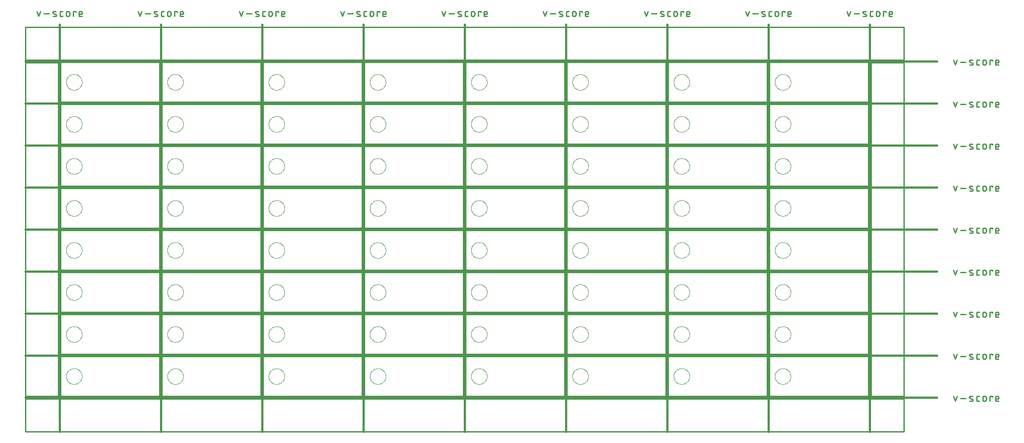
<source format=gko>
G04 EAGLE Gerber RS-274X export*
G75*
%MOMM*%
%FSLAX34Y34*%
%LPD*%
%IN*%
%IPPOS*%
%AMOC8*
5,1,8,0,0,1.08239X$1,22.5*%
G01*
%ADD10C,0.203200*%
%ADD11C,0.381000*%
%ADD12C,0.279400*%
%ADD13C,0.254000*%
%ADD14C,0.000000*%


D10*
X190500Y76200D02*
X0Y76200D01*
X0Y0D01*
X190500Y0D01*
X190500Y76200D01*
X195580Y76200D02*
X386080Y76200D01*
X195580Y76200D02*
X195580Y0D01*
X386080Y0D01*
X386080Y76200D01*
X391160Y76200D02*
X581660Y76200D01*
X391160Y76200D02*
X391160Y0D01*
X581660Y0D01*
X581660Y76200D01*
X586740Y76200D02*
X777240Y76200D01*
X586740Y76200D02*
X586740Y0D01*
X777240Y0D01*
X777240Y76200D01*
X782320Y76200D02*
X972820Y76200D01*
X782320Y76200D02*
X782320Y0D01*
X972820Y0D01*
X972820Y76200D01*
X977900Y76200D02*
X1168400Y76200D01*
X977900Y76200D02*
X977900Y0D01*
X1168400Y0D01*
X1168400Y76200D01*
X1173480Y76200D02*
X1363980Y76200D01*
X1173480Y76200D02*
X1173480Y0D01*
X1363980Y0D01*
X1363980Y76200D01*
X1369060Y76200D02*
X1559560Y76200D01*
X1369060Y76200D02*
X1369060Y0D01*
X1559560Y0D01*
X1559560Y76200D01*
X190500Y157480D02*
X0Y157480D01*
X0Y81280D01*
X190500Y81280D01*
X190500Y157480D01*
X195580Y157480D02*
X386080Y157480D01*
X195580Y157480D02*
X195580Y81280D01*
X386080Y81280D01*
X386080Y157480D01*
X391160Y157480D02*
X581660Y157480D01*
X391160Y157480D02*
X391160Y81280D01*
X581660Y81280D01*
X581660Y157480D01*
X586740Y157480D02*
X777240Y157480D01*
X586740Y157480D02*
X586740Y81280D01*
X777240Y81280D01*
X777240Y157480D01*
X782320Y157480D02*
X972820Y157480D01*
X782320Y157480D02*
X782320Y81280D01*
X972820Y81280D01*
X972820Y157480D01*
X977900Y157480D02*
X1168400Y157480D01*
X977900Y157480D02*
X977900Y81280D01*
X1168400Y81280D01*
X1168400Y157480D01*
X1173480Y157480D02*
X1363980Y157480D01*
X1173480Y157480D02*
X1173480Y81280D01*
X1363980Y81280D01*
X1363980Y157480D01*
X1369060Y157480D02*
X1559560Y157480D01*
X1369060Y157480D02*
X1369060Y81280D01*
X1559560Y81280D01*
X1559560Y157480D01*
X190500Y238760D02*
X0Y238760D01*
X0Y162560D01*
X190500Y162560D01*
X190500Y238760D01*
X195580Y238760D02*
X386080Y238760D01*
X195580Y238760D02*
X195580Y162560D01*
X386080Y162560D01*
X386080Y238760D01*
X391160Y238760D02*
X581660Y238760D01*
X391160Y238760D02*
X391160Y162560D01*
X581660Y162560D01*
X581660Y238760D01*
X586740Y238760D02*
X777240Y238760D01*
X586740Y238760D02*
X586740Y162560D01*
X777240Y162560D01*
X777240Y238760D01*
X782320Y238760D02*
X972820Y238760D01*
X782320Y238760D02*
X782320Y162560D01*
X972820Y162560D01*
X972820Y238760D01*
X977900Y238760D02*
X1168400Y238760D01*
X977900Y238760D02*
X977900Y162560D01*
X1168400Y162560D01*
X1168400Y238760D01*
X1173480Y238760D02*
X1363980Y238760D01*
X1173480Y238760D02*
X1173480Y162560D01*
X1363980Y162560D01*
X1363980Y238760D01*
X1369060Y238760D02*
X1559560Y238760D01*
X1369060Y238760D02*
X1369060Y162560D01*
X1559560Y162560D01*
X1559560Y238760D01*
X190500Y320040D02*
X0Y320040D01*
X0Y243840D01*
X190500Y243840D01*
X190500Y320040D01*
X195580Y320040D02*
X386080Y320040D01*
X195580Y320040D02*
X195580Y243840D01*
X386080Y243840D01*
X386080Y320040D01*
X391160Y320040D02*
X581660Y320040D01*
X391160Y320040D02*
X391160Y243840D01*
X581660Y243840D01*
X581660Y320040D01*
X586740Y320040D02*
X777240Y320040D01*
X586740Y320040D02*
X586740Y243840D01*
X777240Y243840D01*
X777240Y320040D01*
X782320Y320040D02*
X972820Y320040D01*
X782320Y320040D02*
X782320Y243840D01*
X972820Y243840D01*
X972820Y320040D01*
X977900Y320040D02*
X1168400Y320040D01*
X977900Y320040D02*
X977900Y243840D01*
X1168400Y243840D01*
X1168400Y320040D01*
X1173480Y320040D02*
X1363980Y320040D01*
X1173480Y320040D02*
X1173480Y243840D01*
X1363980Y243840D01*
X1363980Y320040D01*
X1369060Y320040D02*
X1559560Y320040D01*
X1369060Y320040D02*
X1369060Y243840D01*
X1559560Y243840D01*
X1559560Y320040D01*
X190500Y401320D02*
X0Y401320D01*
X0Y325120D01*
X190500Y325120D01*
X190500Y401320D01*
X195580Y401320D02*
X386080Y401320D01*
X195580Y401320D02*
X195580Y325120D01*
X386080Y325120D01*
X386080Y401320D01*
X391160Y401320D02*
X581660Y401320D01*
X391160Y401320D02*
X391160Y325120D01*
X581660Y325120D01*
X581660Y401320D01*
X586740Y401320D02*
X777240Y401320D01*
X586740Y401320D02*
X586740Y325120D01*
X777240Y325120D01*
X777240Y401320D01*
X782320Y401320D02*
X972820Y401320D01*
X782320Y401320D02*
X782320Y325120D01*
X972820Y325120D01*
X972820Y401320D01*
X977900Y401320D02*
X1168400Y401320D01*
X977900Y401320D02*
X977900Y325120D01*
X1168400Y325120D01*
X1168400Y401320D01*
X1173480Y401320D02*
X1363980Y401320D01*
X1173480Y401320D02*
X1173480Y325120D01*
X1363980Y325120D01*
X1363980Y401320D01*
X1369060Y401320D02*
X1559560Y401320D01*
X1369060Y401320D02*
X1369060Y325120D01*
X1559560Y325120D01*
X1559560Y401320D01*
X190500Y482600D02*
X0Y482600D01*
X0Y406400D01*
X190500Y406400D01*
X190500Y482600D01*
X195580Y482600D02*
X386080Y482600D01*
X195580Y482600D02*
X195580Y406400D01*
X386080Y406400D01*
X386080Y482600D01*
X391160Y482600D02*
X581660Y482600D01*
X391160Y482600D02*
X391160Y406400D01*
X581660Y406400D01*
X581660Y482600D01*
X586740Y482600D02*
X777240Y482600D01*
X586740Y482600D02*
X586740Y406400D01*
X777240Y406400D01*
X777240Y482600D01*
X782320Y482600D02*
X972820Y482600D01*
X782320Y482600D02*
X782320Y406400D01*
X972820Y406400D01*
X972820Y482600D01*
X977900Y482600D02*
X1168400Y482600D01*
X977900Y482600D02*
X977900Y406400D01*
X1168400Y406400D01*
X1168400Y482600D01*
X1173480Y482600D02*
X1363980Y482600D01*
X1173480Y482600D02*
X1173480Y406400D01*
X1363980Y406400D01*
X1363980Y482600D01*
X1369060Y482600D02*
X1559560Y482600D01*
X1369060Y482600D02*
X1369060Y406400D01*
X1559560Y406400D01*
X1559560Y482600D01*
X190500Y563880D02*
X0Y563880D01*
X0Y487680D01*
X190500Y487680D01*
X190500Y563880D01*
X195580Y563880D02*
X386080Y563880D01*
X195580Y563880D02*
X195580Y487680D01*
X386080Y487680D01*
X386080Y563880D01*
X391160Y563880D02*
X581660Y563880D01*
X391160Y563880D02*
X391160Y487680D01*
X581660Y487680D01*
X581660Y563880D01*
X586740Y563880D02*
X777240Y563880D01*
X586740Y563880D02*
X586740Y487680D01*
X777240Y487680D01*
X777240Y563880D01*
X782320Y563880D02*
X972820Y563880D01*
X782320Y563880D02*
X782320Y487680D01*
X972820Y487680D01*
X972820Y563880D01*
X977900Y563880D02*
X1168400Y563880D01*
X977900Y563880D02*
X977900Y487680D01*
X1168400Y487680D01*
X1168400Y563880D01*
X1173480Y563880D02*
X1363980Y563880D01*
X1173480Y563880D02*
X1173480Y487680D01*
X1363980Y487680D01*
X1363980Y563880D01*
X1369060Y563880D02*
X1559560Y563880D01*
X1369060Y563880D02*
X1369060Y487680D01*
X1559560Y487680D01*
X1559560Y563880D01*
X190500Y645160D02*
X0Y645160D01*
X0Y568960D01*
X190500Y568960D01*
X190500Y645160D01*
X195580Y645160D02*
X386080Y645160D01*
X195580Y645160D02*
X195580Y568960D01*
X386080Y568960D01*
X386080Y645160D01*
X391160Y645160D02*
X581660Y645160D01*
X391160Y645160D02*
X391160Y568960D01*
X581660Y568960D01*
X581660Y645160D01*
X586740Y645160D02*
X777240Y645160D01*
X586740Y645160D02*
X586740Y568960D01*
X777240Y568960D01*
X777240Y645160D01*
X782320Y645160D02*
X972820Y645160D01*
X782320Y645160D02*
X782320Y568960D01*
X972820Y568960D01*
X972820Y645160D01*
X977900Y645160D02*
X1168400Y645160D01*
X977900Y645160D02*
X977900Y568960D01*
X1168400Y568960D01*
X1168400Y645160D01*
X1173480Y645160D02*
X1363980Y645160D01*
X1173480Y645160D02*
X1173480Y568960D01*
X1363980Y568960D01*
X1363980Y645160D01*
X1369060Y645160D02*
X1559560Y645160D01*
X1369060Y645160D02*
X1369060Y568960D01*
X1559560Y568960D01*
X1559560Y645160D01*
D11*
X-2540Y718820D02*
X-2540Y-68580D01*
D12*
X-42921Y734187D02*
X-46251Y744178D01*
X-39590Y744178D02*
X-42921Y734187D01*
X-32806Y740015D02*
X-22815Y740015D01*
X-14261Y740015D02*
X-10098Y738350D01*
X-14261Y740014D02*
X-14346Y740050D01*
X-14429Y740090D01*
X-14510Y740133D01*
X-14590Y740180D01*
X-14667Y740230D01*
X-14743Y740283D01*
X-14816Y740339D01*
X-14886Y740399D01*
X-14954Y740461D01*
X-15019Y740526D01*
X-15081Y740594D01*
X-15141Y740665D01*
X-15197Y740738D01*
X-15250Y740813D01*
X-15300Y740891D01*
X-15346Y740970D01*
X-15389Y741052D01*
X-15429Y741135D01*
X-15465Y741220D01*
X-15497Y741306D01*
X-15526Y741394D01*
X-15550Y741483D01*
X-15571Y741573D01*
X-15588Y741663D01*
X-15602Y741754D01*
X-15611Y741846D01*
X-15616Y741938D01*
X-15618Y742030D01*
X-15616Y742122D01*
X-15609Y742214D01*
X-15599Y742306D01*
X-15585Y742397D01*
X-15567Y742488D01*
X-15545Y742577D01*
X-15519Y742666D01*
X-15489Y742753D01*
X-15456Y742839D01*
X-15419Y742923D01*
X-15379Y743006D01*
X-15335Y743087D01*
X-15288Y743166D01*
X-15237Y743243D01*
X-15183Y743318D01*
X-15126Y743391D01*
X-15066Y743461D01*
X-15003Y743528D01*
X-14937Y743592D01*
X-14869Y743654D01*
X-14798Y743713D01*
X-14724Y743768D01*
X-14648Y743821D01*
X-14570Y743870D01*
X-14490Y743916D01*
X-14409Y743958D01*
X-14325Y743997D01*
X-14240Y744032D01*
X-14153Y744063D01*
X-14065Y744091D01*
X-13976Y744115D01*
X-13886Y744135D01*
X-13796Y744152D01*
X-13704Y744164D01*
X-13612Y744173D01*
X-13520Y744177D01*
X-13428Y744178D01*
X-13201Y744172D01*
X-12974Y744161D01*
X-12747Y744144D01*
X-12521Y744121D01*
X-12295Y744094D01*
X-12070Y744060D01*
X-11846Y744022D01*
X-11623Y743978D01*
X-11401Y743929D01*
X-11180Y743874D01*
X-10961Y743814D01*
X-10743Y743749D01*
X-10527Y743678D01*
X-10313Y743603D01*
X-10100Y743522D01*
X-9890Y743436D01*
X-9681Y743345D01*
X-10098Y738350D02*
X-10013Y738314D01*
X-9930Y738274D01*
X-9849Y738231D01*
X-9769Y738184D01*
X-9692Y738134D01*
X-9616Y738081D01*
X-9543Y738025D01*
X-9473Y737965D01*
X-9405Y737903D01*
X-9340Y737838D01*
X-9278Y737770D01*
X-9218Y737699D01*
X-9162Y737626D01*
X-9109Y737551D01*
X-9059Y737473D01*
X-9013Y737394D01*
X-8970Y737312D01*
X-8930Y737229D01*
X-8894Y737144D01*
X-8862Y737058D01*
X-8833Y736970D01*
X-8809Y736881D01*
X-8788Y736791D01*
X-8771Y736701D01*
X-8757Y736610D01*
X-8748Y736518D01*
X-8743Y736426D01*
X-8741Y736334D01*
X-8743Y736242D01*
X-8750Y736150D01*
X-8760Y736058D01*
X-8774Y735967D01*
X-8792Y735876D01*
X-8814Y735787D01*
X-8840Y735698D01*
X-8870Y735611D01*
X-8903Y735525D01*
X-8940Y735441D01*
X-8980Y735358D01*
X-9024Y735277D01*
X-9071Y735198D01*
X-9122Y735121D01*
X-9176Y735046D01*
X-9233Y734973D01*
X-9293Y734903D01*
X-9356Y734836D01*
X-9422Y734772D01*
X-9490Y734710D01*
X-9561Y734651D01*
X-9635Y734596D01*
X-9711Y734543D01*
X-9789Y734494D01*
X-9869Y734448D01*
X-9950Y734406D01*
X-10034Y734367D01*
X-10119Y734332D01*
X-10206Y734301D01*
X-10294Y734273D01*
X-10383Y734249D01*
X-10473Y734229D01*
X-10563Y734212D01*
X-10655Y734200D01*
X-10747Y734191D01*
X-10839Y734187D01*
X-10931Y734186D01*
X-10931Y734187D02*
X-11265Y734196D01*
X-11598Y734213D01*
X-11931Y734237D01*
X-12264Y734270D01*
X-12595Y734310D01*
X-12926Y734358D01*
X-13255Y734414D01*
X-13583Y734477D01*
X-13909Y734549D01*
X-14233Y734628D01*
X-14556Y734714D01*
X-14876Y734809D01*
X-15194Y734911D01*
X-15510Y735020D01*
X562Y734187D02*
X3892Y734187D01*
X562Y734187D02*
X464Y734189D01*
X366Y734195D01*
X268Y734204D01*
X171Y734218D01*
X75Y734235D01*
X-21Y734256D01*
X-116Y734281D01*
X-210Y734309D01*
X-303Y734341D01*
X-394Y734377D01*
X-484Y734416D01*
X-572Y734459D01*
X-659Y734506D01*
X-743Y734555D01*
X-826Y734608D01*
X-906Y734664D01*
X-985Y734723D01*
X-1060Y734786D01*
X-1134Y734851D01*
X-1204Y734919D01*
X-1272Y734989D01*
X-1338Y735063D01*
X-1400Y735139D01*
X-1459Y735217D01*
X-1515Y735297D01*
X-1568Y735380D01*
X-1618Y735464D01*
X-1664Y735551D01*
X-1707Y735639D01*
X-1746Y735729D01*
X-1782Y735820D01*
X-1814Y735913D01*
X-1842Y736007D01*
X-1867Y736102D01*
X-1888Y736198D01*
X-1905Y736294D01*
X-1919Y736391D01*
X-1928Y736489D01*
X-1934Y736587D01*
X-1936Y736685D01*
X-1936Y741680D01*
X-1934Y741778D01*
X-1928Y741876D01*
X-1919Y741974D01*
X-1905Y742071D01*
X-1888Y742167D01*
X-1867Y742263D01*
X-1842Y742358D01*
X-1814Y742452D01*
X-1782Y742545D01*
X-1746Y742636D01*
X-1707Y742726D01*
X-1664Y742814D01*
X-1617Y742901D01*
X-1568Y742985D01*
X-1515Y743068D01*
X-1459Y743148D01*
X-1400Y743226D01*
X-1337Y743302D01*
X-1272Y743376D01*
X-1204Y743446D01*
X-1134Y743514D01*
X-1060Y743579D01*
X-984Y743642D01*
X-906Y743701D01*
X-826Y743757D01*
X-743Y743810D01*
X-659Y743859D01*
X-572Y743906D01*
X-484Y743949D01*
X-394Y743988D01*
X-303Y744024D01*
X-210Y744056D01*
X-116Y744084D01*
X-21Y744109D01*
X75Y744130D01*
X171Y744147D01*
X268Y744161D01*
X366Y744170D01*
X464Y744176D01*
X562Y744178D01*
X3892Y744178D01*
X10022Y740847D02*
X10022Y737517D01*
X10022Y740847D02*
X10024Y740961D01*
X10030Y741074D01*
X10039Y741188D01*
X10053Y741300D01*
X10070Y741413D01*
X10092Y741525D01*
X10117Y741635D01*
X10145Y741745D01*
X10178Y741854D01*
X10214Y741962D01*
X10254Y742069D01*
X10298Y742174D01*
X10345Y742277D01*
X10395Y742379D01*
X10449Y742479D01*
X10507Y742577D01*
X10568Y742673D01*
X10631Y742767D01*
X10699Y742859D01*
X10769Y742949D01*
X10842Y743035D01*
X10918Y743120D01*
X10997Y743202D01*
X11079Y743281D01*
X11164Y743357D01*
X11250Y743430D01*
X11340Y743500D01*
X11432Y743568D01*
X11526Y743631D01*
X11622Y743692D01*
X11720Y743750D01*
X11820Y743804D01*
X11922Y743854D01*
X12025Y743901D01*
X12130Y743945D01*
X12237Y743985D01*
X12345Y744021D01*
X12454Y744054D01*
X12564Y744082D01*
X12674Y744107D01*
X12786Y744129D01*
X12899Y744146D01*
X13011Y744160D01*
X13125Y744169D01*
X13238Y744175D01*
X13352Y744177D01*
X13466Y744175D01*
X13579Y744169D01*
X13693Y744160D01*
X13805Y744146D01*
X13918Y744129D01*
X14030Y744107D01*
X14140Y744082D01*
X14250Y744054D01*
X14359Y744021D01*
X14467Y743985D01*
X14574Y743945D01*
X14679Y743901D01*
X14782Y743854D01*
X14884Y743804D01*
X14984Y743750D01*
X15082Y743692D01*
X15178Y743631D01*
X15272Y743568D01*
X15364Y743500D01*
X15454Y743430D01*
X15540Y743357D01*
X15625Y743281D01*
X15707Y743202D01*
X15786Y743120D01*
X15862Y743035D01*
X15935Y742949D01*
X16005Y742859D01*
X16073Y742767D01*
X16136Y742673D01*
X16197Y742577D01*
X16255Y742479D01*
X16309Y742379D01*
X16359Y742277D01*
X16406Y742174D01*
X16450Y742069D01*
X16490Y741962D01*
X16526Y741854D01*
X16559Y741745D01*
X16587Y741635D01*
X16612Y741525D01*
X16634Y741413D01*
X16651Y741300D01*
X16665Y741188D01*
X16674Y741074D01*
X16680Y740961D01*
X16682Y740847D01*
X16682Y737517D01*
X16680Y737403D01*
X16674Y737290D01*
X16665Y737176D01*
X16651Y737064D01*
X16634Y736951D01*
X16612Y736839D01*
X16587Y736729D01*
X16559Y736619D01*
X16526Y736510D01*
X16490Y736402D01*
X16450Y736295D01*
X16406Y736190D01*
X16359Y736087D01*
X16309Y735985D01*
X16255Y735885D01*
X16197Y735787D01*
X16136Y735691D01*
X16073Y735597D01*
X16005Y735505D01*
X15935Y735415D01*
X15862Y735329D01*
X15786Y735244D01*
X15707Y735162D01*
X15625Y735083D01*
X15540Y735007D01*
X15454Y734934D01*
X15364Y734864D01*
X15272Y734796D01*
X15178Y734733D01*
X15082Y734672D01*
X14984Y734614D01*
X14884Y734560D01*
X14782Y734510D01*
X14679Y734463D01*
X14574Y734419D01*
X14467Y734379D01*
X14359Y734343D01*
X14250Y734310D01*
X14140Y734282D01*
X14030Y734257D01*
X13918Y734235D01*
X13805Y734218D01*
X13693Y734204D01*
X13579Y734195D01*
X13466Y734189D01*
X13352Y734187D01*
X13238Y734189D01*
X13125Y734195D01*
X13011Y734204D01*
X12899Y734218D01*
X12786Y734235D01*
X12674Y734257D01*
X12564Y734282D01*
X12454Y734310D01*
X12345Y734343D01*
X12237Y734379D01*
X12130Y734419D01*
X12025Y734463D01*
X11922Y734510D01*
X11820Y734560D01*
X11720Y734614D01*
X11622Y734672D01*
X11526Y734733D01*
X11432Y734796D01*
X11340Y734864D01*
X11250Y734934D01*
X11164Y735007D01*
X11079Y735083D01*
X10997Y735162D01*
X10918Y735244D01*
X10842Y735329D01*
X10769Y735415D01*
X10699Y735505D01*
X10631Y735597D01*
X10568Y735691D01*
X10507Y735787D01*
X10449Y735885D01*
X10395Y735985D01*
X10345Y736087D01*
X10298Y736190D01*
X10254Y736295D01*
X10214Y736402D01*
X10178Y736510D01*
X10145Y736619D01*
X10117Y736729D01*
X10092Y736839D01*
X10070Y736951D01*
X10053Y737064D01*
X10039Y737176D01*
X10030Y737290D01*
X10024Y737403D01*
X10022Y737517D01*
X24218Y734187D02*
X24218Y744178D01*
X29213Y744178D01*
X29213Y742513D01*
X37008Y734187D02*
X41171Y734187D01*
X37008Y734187D02*
X36910Y734189D01*
X36812Y734195D01*
X36714Y734204D01*
X36617Y734218D01*
X36521Y734235D01*
X36425Y734256D01*
X36330Y734281D01*
X36236Y734309D01*
X36143Y734341D01*
X36052Y734377D01*
X35962Y734416D01*
X35874Y734459D01*
X35787Y734506D01*
X35703Y734555D01*
X35620Y734608D01*
X35540Y734664D01*
X35462Y734723D01*
X35386Y734786D01*
X35312Y734851D01*
X35242Y734919D01*
X35174Y734989D01*
X35109Y735063D01*
X35046Y735139D01*
X34987Y735217D01*
X34931Y735297D01*
X34878Y735380D01*
X34829Y735464D01*
X34782Y735551D01*
X34739Y735639D01*
X34700Y735729D01*
X34664Y735820D01*
X34632Y735913D01*
X34604Y736007D01*
X34579Y736102D01*
X34558Y736198D01*
X34541Y736294D01*
X34527Y736391D01*
X34518Y736489D01*
X34512Y736587D01*
X34510Y736685D01*
X34510Y740847D01*
X34511Y740847D02*
X34513Y740961D01*
X34519Y741074D01*
X34528Y741188D01*
X34542Y741300D01*
X34559Y741413D01*
X34581Y741525D01*
X34606Y741635D01*
X34634Y741745D01*
X34667Y741854D01*
X34703Y741962D01*
X34743Y742069D01*
X34787Y742174D01*
X34834Y742277D01*
X34884Y742379D01*
X34938Y742479D01*
X34996Y742577D01*
X35057Y742673D01*
X35120Y742767D01*
X35188Y742859D01*
X35258Y742949D01*
X35331Y743035D01*
X35407Y743120D01*
X35486Y743202D01*
X35568Y743281D01*
X35653Y743357D01*
X35739Y743430D01*
X35829Y743500D01*
X35921Y743568D01*
X36015Y743631D01*
X36111Y743692D01*
X36209Y743750D01*
X36309Y743804D01*
X36411Y743854D01*
X36514Y743901D01*
X36619Y743945D01*
X36726Y743985D01*
X36834Y744021D01*
X36943Y744054D01*
X37053Y744082D01*
X37163Y744107D01*
X37275Y744129D01*
X37388Y744146D01*
X37500Y744160D01*
X37614Y744169D01*
X37727Y744175D01*
X37841Y744177D01*
X37955Y744175D01*
X38068Y744169D01*
X38182Y744160D01*
X38294Y744146D01*
X38407Y744129D01*
X38519Y744107D01*
X38629Y744082D01*
X38739Y744054D01*
X38848Y744021D01*
X38956Y743985D01*
X39063Y743945D01*
X39168Y743901D01*
X39271Y743854D01*
X39373Y743804D01*
X39473Y743750D01*
X39571Y743692D01*
X39667Y743631D01*
X39761Y743568D01*
X39853Y743500D01*
X39943Y743430D01*
X40029Y743357D01*
X40114Y743281D01*
X40196Y743202D01*
X40275Y743120D01*
X40351Y743035D01*
X40424Y742949D01*
X40494Y742859D01*
X40562Y742767D01*
X40625Y742673D01*
X40686Y742577D01*
X40744Y742479D01*
X40798Y742379D01*
X40848Y742277D01*
X40895Y742174D01*
X40939Y742069D01*
X40979Y741962D01*
X41015Y741854D01*
X41048Y741745D01*
X41076Y741635D01*
X41101Y741525D01*
X41123Y741413D01*
X41140Y741300D01*
X41154Y741188D01*
X41163Y741074D01*
X41169Y740961D01*
X41171Y740847D01*
X41171Y739182D01*
X34510Y739182D01*
D11*
X193040Y718820D02*
X193040Y-68580D01*
D12*
X152659Y734187D02*
X149329Y744178D01*
X155990Y744178D02*
X152659Y734187D01*
X162774Y740015D02*
X172765Y740015D01*
X181319Y740015D02*
X185482Y738350D01*
X181319Y740014D02*
X181234Y740050D01*
X181151Y740090D01*
X181070Y740133D01*
X180990Y740180D01*
X180913Y740230D01*
X180837Y740283D01*
X180764Y740339D01*
X180694Y740399D01*
X180626Y740461D01*
X180561Y740526D01*
X180499Y740594D01*
X180439Y740665D01*
X180383Y740738D01*
X180330Y740813D01*
X180280Y740891D01*
X180234Y740970D01*
X180191Y741052D01*
X180151Y741135D01*
X180115Y741220D01*
X180083Y741306D01*
X180054Y741394D01*
X180030Y741483D01*
X180009Y741573D01*
X179992Y741663D01*
X179978Y741754D01*
X179969Y741846D01*
X179964Y741938D01*
X179962Y742030D01*
X179964Y742122D01*
X179971Y742214D01*
X179981Y742306D01*
X179995Y742397D01*
X180013Y742488D01*
X180035Y742577D01*
X180061Y742666D01*
X180091Y742753D01*
X180124Y742839D01*
X180161Y742923D01*
X180201Y743006D01*
X180245Y743087D01*
X180292Y743166D01*
X180343Y743243D01*
X180397Y743318D01*
X180454Y743391D01*
X180514Y743461D01*
X180577Y743528D01*
X180643Y743592D01*
X180711Y743654D01*
X180782Y743713D01*
X180856Y743768D01*
X180932Y743821D01*
X181010Y743870D01*
X181090Y743916D01*
X181171Y743958D01*
X181255Y743997D01*
X181340Y744032D01*
X181427Y744063D01*
X181515Y744091D01*
X181604Y744115D01*
X181694Y744135D01*
X181784Y744152D01*
X181876Y744164D01*
X181968Y744173D01*
X182060Y744177D01*
X182152Y744178D01*
X182379Y744172D01*
X182606Y744161D01*
X182833Y744144D01*
X183059Y744121D01*
X183285Y744094D01*
X183510Y744060D01*
X183734Y744022D01*
X183957Y743978D01*
X184179Y743929D01*
X184400Y743874D01*
X184619Y743814D01*
X184837Y743749D01*
X185053Y743678D01*
X185267Y743603D01*
X185480Y743522D01*
X185690Y743436D01*
X185899Y743345D01*
X185482Y738350D02*
X185567Y738314D01*
X185650Y738274D01*
X185731Y738231D01*
X185811Y738184D01*
X185888Y738134D01*
X185964Y738081D01*
X186037Y738025D01*
X186107Y737965D01*
X186175Y737903D01*
X186240Y737838D01*
X186302Y737770D01*
X186362Y737699D01*
X186418Y737626D01*
X186471Y737551D01*
X186521Y737473D01*
X186567Y737394D01*
X186610Y737312D01*
X186650Y737229D01*
X186686Y737144D01*
X186718Y737058D01*
X186747Y736970D01*
X186771Y736881D01*
X186792Y736791D01*
X186809Y736701D01*
X186823Y736610D01*
X186832Y736518D01*
X186837Y736426D01*
X186839Y736334D01*
X186837Y736242D01*
X186830Y736150D01*
X186820Y736058D01*
X186806Y735967D01*
X186788Y735876D01*
X186766Y735787D01*
X186740Y735698D01*
X186710Y735611D01*
X186677Y735525D01*
X186640Y735441D01*
X186600Y735358D01*
X186556Y735277D01*
X186509Y735198D01*
X186458Y735121D01*
X186404Y735046D01*
X186347Y734973D01*
X186287Y734903D01*
X186224Y734836D01*
X186158Y734772D01*
X186090Y734710D01*
X186019Y734651D01*
X185945Y734596D01*
X185869Y734543D01*
X185791Y734494D01*
X185711Y734448D01*
X185630Y734406D01*
X185546Y734367D01*
X185461Y734332D01*
X185374Y734301D01*
X185286Y734273D01*
X185197Y734249D01*
X185107Y734229D01*
X185017Y734212D01*
X184925Y734200D01*
X184833Y734191D01*
X184741Y734187D01*
X184649Y734186D01*
X184649Y734187D02*
X184315Y734196D01*
X183982Y734213D01*
X183649Y734237D01*
X183316Y734270D01*
X182985Y734310D01*
X182654Y734358D01*
X182325Y734414D01*
X181997Y734477D01*
X181671Y734549D01*
X181347Y734628D01*
X181024Y734714D01*
X180704Y734809D01*
X180386Y734911D01*
X180070Y735020D01*
X196142Y734187D02*
X199472Y734187D01*
X196142Y734187D02*
X196044Y734189D01*
X195946Y734195D01*
X195848Y734204D01*
X195751Y734218D01*
X195655Y734235D01*
X195559Y734256D01*
X195464Y734281D01*
X195370Y734309D01*
X195277Y734341D01*
X195186Y734377D01*
X195096Y734416D01*
X195008Y734459D01*
X194921Y734506D01*
X194837Y734555D01*
X194754Y734608D01*
X194674Y734664D01*
X194596Y734723D01*
X194520Y734786D01*
X194446Y734851D01*
X194376Y734919D01*
X194308Y734989D01*
X194243Y735063D01*
X194180Y735139D01*
X194121Y735217D01*
X194065Y735297D01*
X194012Y735380D01*
X193963Y735464D01*
X193916Y735551D01*
X193873Y735639D01*
X193834Y735729D01*
X193798Y735820D01*
X193766Y735913D01*
X193738Y736007D01*
X193713Y736102D01*
X193692Y736198D01*
X193675Y736294D01*
X193661Y736391D01*
X193652Y736489D01*
X193646Y736587D01*
X193644Y736685D01*
X193644Y741680D01*
X193646Y741778D01*
X193652Y741876D01*
X193661Y741974D01*
X193675Y742071D01*
X193692Y742167D01*
X193713Y742263D01*
X193738Y742358D01*
X193766Y742452D01*
X193798Y742545D01*
X193834Y742636D01*
X193873Y742726D01*
X193916Y742814D01*
X193963Y742901D01*
X194012Y742985D01*
X194065Y743068D01*
X194121Y743148D01*
X194180Y743227D01*
X194243Y743302D01*
X194308Y743376D01*
X194376Y743446D01*
X194446Y743514D01*
X194520Y743580D01*
X194596Y743642D01*
X194674Y743701D01*
X194754Y743757D01*
X194837Y743810D01*
X194921Y743860D01*
X195008Y743906D01*
X195096Y743949D01*
X195186Y743988D01*
X195277Y744024D01*
X195370Y744056D01*
X195464Y744084D01*
X195559Y744109D01*
X195655Y744130D01*
X195751Y744147D01*
X195848Y744161D01*
X195946Y744170D01*
X196044Y744176D01*
X196142Y744178D01*
X199472Y744178D01*
X205602Y740847D02*
X205602Y737517D01*
X205602Y740847D02*
X205604Y740961D01*
X205610Y741074D01*
X205619Y741188D01*
X205633Y741300D01*
X205650Y741413D01*
X205672Y741525D01*
X205697Y741635D01*
X205725Y741745D01*
X205758Y741854D01*
X205794Y741962D01*
X205834Y742069D01*
X205878Y742174D01*
X205925Y742277D01*
X205975Y742379D01*
X206029Y742479D01*
X206087Y742577D01*
X206148Y742673D01*
X206211Y742767D01*
X206279Y742859D01*
X206349Y742949D01*
X206422Y743035D01*
X206498Y743120D01*
X206577Y743202D01*
X206659Y743281D01*
X206744Y743357D01*
X206830Y743430D01*
X206920Y743500D01*
X207012Y743568D01*
X207106Y743631D01*
X207202Y743692D01*
X207300Y743750D01*
X207400Y743804D01*
X207502Y743854D01*
X207605Y743901D01*
X207710Y743945D01*
X207817Y743985D01*
X207925Y744021D01*
X208034Y744054D01*
X208144Y744082D01*
X208254Y744107D01*
X208366Y744129D01*
X208479Y744146D01*
X208591Y744160D01*
X208705Y744169D01*
X208818Y744175D01*
X208932Y744177D01*
X209046Y744175D01*
X209159Y744169D01*
X209273Y744160D01*
X209385Y744146D01*
X209498Y744129D01*
X209610Y744107D01*
X209720Y744082D01*
X209830Y744054D01*
X209939Y744021D01*
X210047Y743985D01*
X210154Y743945D01*
X210259Y743901D01*
X210362Y743854D01*
X210464Y743804D01*
X210564Y743750D01*
X210662Y743692D01*
X210758Y743631D01*
X210852Y743568D01*
X210944Y743500D01*
X211034Y743430D01*
X211120Y743357D01*
X211205Y743281D01*
X211287Y743202D01*
X211366Y743120D01*
X211442Y743035D01*
X211515Y742949D01*
X211585Y742859D01*
X211653Y742767D01*
X211716Y742673D01*
X211777Y742577D01*
X211835Y742479D01*
X211889Y742379D01*
X211939Y742277D01*
X211986Y742174D01*
X212030Y742069D01*
X212070Y741962D01*
X212106Y741854D01*
X212139Y741745D01*
X212167Y741635D01*
X212192Y741525D01*
X212214Y741413D01*
X212231Y741300D01*
X212245Y741188D01*
X212254Y741074D01*
X212260Y740961D01*
X212262Y740847D01*
X212262Y737517D01*
X212260Y737403D01*
X212254Y737290D01*
X212245Y737176D01*
X212231Y737064D01*
X212214Y736951D01*
X212192Y736839D01*
X212167Y736729D01*
X212139Y736619D01*
X212106Y736510D01*
X212070Y736402D01*
X212030Y736295D01*
X211986Y736190D01*
X211939Y736087D01*
X211889Y735985D01*
X211835Y735885D01*
X211777Y735787D01*
X211716Y735691D01*
X211653Y735597D01*
X211585Y735505D01*
X211515Y735415D01*
X211442Y735329D01*
X211366Y735244D01*
X211287Y735162D01*
X211205Y735083D01*
X211120Y735007D01*
X211034Y734934D01*
X210944Y734864D01*
X210852Y734796D01*
X210758Y734733D01*
X210662Y734672D01*
X210564Y734614D01*
X210464Y734560D01*
X210362Y734510D01*
X210259Y734463D01*
X210154Y734419D01*
X210047Y734379D01*
X209939Y734343D01*
X209830Y734310D01*
X209720Y734282D01*
X209610Y734257D01*
X209498Y734235D01*
X209385Y734218D01*
X209273Y734204D01*
X209159Y734195D01*
X209046Y734189D01*
X208932Y734187D01*
X208818Y734189D01*
X208705Y734195D01*
X208591Y734204D01*
X208479Y734218D01*
X208366Y734235D01*
X208254Y734257D01*
X208144Y734282D01*
X208034Y734310D01*
X207925Y734343D01*
X207817Y734379D01*
X207710Y734419D01*
X207605Y734463D01*
X207502Y734510D01*
X207400Y734560D01*
X207300Y734614D01*
X207202Y734672D01*
X207106Y734733D01*
X207012Y734796D01*
X206920Y734864D01*
X206830Y734934D01*
X206744Y735007D01*
X206659Y735083D01*
X206577Y735162D01*
X206498Y735244D01*
X206422Y735329D01*
X206349Y735415D01*
X206279Y735505D01*
X206211Y735597D01*
X206148Y735691D01*
X206087Y735787D01*
X206029Y735885D01*
X205975Y735985D01*
X205925Y736087D01*
X205878Y736190D01*
X205834Y736295D01*
X205794Y736402D01*
X205758Y736510D01*
X205725Y736619D01*
X205697Y736729D01*
X205672Y736839D01*
X205650Y736951D01*
X205633Y737064D01*
X205619Y737176D01*
X205610Y737290D01*
X205604Y737403D01*
X205602Y737517D01*
X219798Y734187D02*
X219798Y744178D01*
X224793Y744178D01*
X224793Y742513D01*
X232588Y734187D02*
X236751Y734187D01*
X232588Y734187D02*
X232490Y734189D01*
X232392Y734195D01*
X232294Y734204D01*
X232197Y734218D01*
X232101Y734235D01*
X232005Y734256D01*
X231910Y734281D01*
X231816Y734309D01*
X231723Y734341D01*
X231632Y734377D01*
X231542Y734416D01*
X231454Y734459D01*
X231367Y734506D01*
X231283Y734555D01*
X231200Y734608D01*
X231120Y734664D01*
X231042Y734723D01*
X230966Y734786D01*
X230892Y734851D01*
X230822Y734919D01*
X230754Y734989D01*
X230689Y735063D01*
X230626Y735139D01*
X230567Y735217D01*
X230511Y735297D01*
X230458Y735380D01*
X230409Y735464D01*
X230362Y735551D01*
X230319Y735639D01*
X230280Y735729D01*
X230244Y735820D01*
X230212Y735913D01*
X230184Y736007D01*
X230159Y736102D01*
X230138Y736198D01*
X230121Y736294D01*
X230107Y736391D01*
X230098Y736489D01*
X230092Y736587D01*
X230090Y736685D01*
X230090Y740847D01*
X230091Y740847D02*
X230093Y740961D01*
X230099Y741074D01*
X230108Y741188D01*
X230122Y741300D01*
X230139Y741413D01*
X230161Y741525D01*
X230186Y741635D01*
X230214Y741745D01*
X230247Y741854D01*
X230283Y741962D01*
X230323Y742069D01*
X230367Y742174D01*
X230414Y742277D01*
X230464Y742379D01*
X230518Y742479D01*
X230576Y742577D01*
X230637Y742673D01*
X230700Y742767D01*
X230768Y742859D01*
X230838Y742949D01*
X230911Y743035D01*
X230987Y743120D01*
X231066Y743202D01*
X231148Y743281D01*
X231233Y743357D01*
X231319Y743430D01*
X231409Y743500D01*
X231501Y743568D01*
X231595Y743631D01*
X231691Y743692D01*
X231789Y743750D01*
X231889Y743804D01*
X231991Y743854D01*
X232094Y743901D01*
X232199Y743945D01*
X232306Y743985D01*
X232414Y744021D01*
X232523Y744054D01*
X232633Y744082D01*
X232743Y744107D01*
X232855Y744129D01*
X232968Y744146D01*
X233080Y744160D01*
X233194Y744169D01*
X233307Y744175D01*
X233421Y744177D01*
X233535Y744175D01*
X233648Y744169D01*
X233762Y744160D01*
X233874Y744146D01*
X233987Y744129D01*
X234099Y744107D01*
X234209Y744082D01*
X234319Y744054D01*
X234428Y744021D01*
X234536Y743985D01*
X234643Y743945D01*
X234748Y743901D01*
X234851Y743854D01*
X234953Y743804D01*
X235053Y743750D01*
X235151Y743692D01*
X235247Y743631D01*
X235341Y743568D01*
X235433Y743500D01*
X235523Y743430D01*
X235609Y743357D01*
X235694Y743281D01*
X235776Y743202D01*
X235855Y743120D01*
X235931Y743035D01*
X236004Y742949D01*
X236074Y742859D01*
X236142Y742767D01*
X236205Y742673D01*
X236266Y742577D01*
X236324Y742479D01*
X236378Y742379D01*
X236428Y742277D01*
X236475Y742174D01*
X236519Y742069D01*
X236559Y741962D01*
X236595Y741854D01*
X236628Y741745D01*
X236656Y741635D01*
X236681Y741525D01*
X236703Y741413D01*
X236720Y741300D01*
X236734Y741188D01*
X236743Y741074D01*
X236749Y740961D01*
X236751Y740847D01*
X236751Y739182D01*
X230090Y739182D01*
D11*
X388620Y718820D02*
X388620Y-68580D01*
D12*
X348239Y734187D02*
X344909Y744178D01*
X351570Y744178D02*
X348239Y734187D01*
X358354Y740015D02*
X368345Y740015D01*
X376899Y740015D02*
X381062Y738350D01*
X376899Y740014D02*
X376814Y740050D01*
X376731Y740090D01*
X376650Y740133D01*
X376570Y740180D01*
X376493Y740230D01*
X376417Y740283D01*
X376344Y740339D01*
X376274Y740399D01*
X376206Y740461D01*
X376141Y740526D01*
X376079Y740594D01*
X376019Y740665D01*
X375963Y740738D01*
X375910Y740813D01*
X375860Y740891D01*
X375814Y740970D01*
X375771Y741052D01*
X375731Y741135D01*
X375695Y741220D01*
X375663Y741306D01*
X375634Y741394D01*
X375610Y741483D01*
X375589Y741573D01*
X375572Y741663D01*
X375558Y741754D01*
X375549Y741846D01*
X375544Y741938D01*
X375542Y742030D01*
X375544Y742122D01*
X375551Y742214D01*
X375561Y742306D01*
X375575Y742397D01*
X375593Y742488D01*
X375615Y742577D01*
X375641Y742666D01*
X375671Y742753D01*
X375704Y742839D01*
X375741Y742923D01*
X375781Y743006D01*
X375825Y743087D01*
X375872Y743166D01*
X375923Y743243D01*
X375977Y743318D01*
X376034Y743391D01*
X376094Y743461D01*
X376157Y743528D01*
X376223Y743592D01*
X376291Y743654D01*
X376362Y743713D01*
X376436Y743768D01*
X376512Y743821D01*
X376590Y743870D01*
X376670Y743916D01*
X376751Y743958D01*
X376835Y743997D01*
X376920Y744032D01*
X377007Y744063D01*
X377095Y744091D01*
X377184Y744115D01*
X377274Y744135D01*
X377364Y744152D01*
X377456Y744164D01*
X377548Y744173D01*
X377640Y744177D01*
X377732Y744178D01*
X377959Y744172D01*
X378186Y744161D01*
X378413Y744144D01*
X378639Y744121D01*
X378865Y744094D01*
X379090Y744060D01*
X379314Y744022D01*
X379537Y743978D01*
X379759Y743929D01*
X379980Y743874D01*
X380199Y743814D01*
X380417Y743749D01*
X380633Y743678D01*
X380847Y743603D01*
X381060Y743522D01*
X381270Y743436D01*
X381479Y743345D01*
X381062Y738350D02*
X381147Y738314D01*
X381230Y738274D01*
X381311Y738231D01*
X381391Y738184D01*
X381468Y738134D01*
X381544Y738081D01*
X381617Y738025D01*
X381687Y737965D01*
X381755Y737903D01*
X381820Y737838D01*
X381882Y737770D01*
X381942Y737699D01*
X381998Y737626D01*
X382051Y737551D01*
X382101Y737473D01*
X382147Y737394D01*
X382190Y737312D01*
X382230Y737229D01*
X382266Y737144D01*
X382298Y737058D01*
X382327Y736970D01*
X382351Y736881D01*
X382372Y736791D01*
X382389Y736701D01*
X382403Y736610D01*
X382412Y736518D01*
X382417Y736426D01*
X382419Y736334D01*
X382417Y736242D01*
X382410Y736150D01*
X382400Y736058D01*
X382386Y735967D01*
X382368Y735876D01*
X382346Y735787D01*
X382320Y735698D01*
X382290Y735611D01*
X382257Y735525D01*
X382220Y735441D01*
X382180Y735358D01*
X382136Y735277D01*
X382089Y735198D01*
X382038Y735121D01*
X381984Y735046D01*
X381927Y734973D01*
X381867Y734903D01*
X381804Y734836D01*
X381738Y734772D01*
X381670Y734710D01*
X381599Y734651D01*
X381525Y734596D01*
X381449Y734543D01*
X381371Y734494D01*
X381291Y734448D01*
X381210Y734406D01*
X381126Y734367D01*
X381041Y734332D01*
X380954Y734301D01*
X380866Y734273D01*
X380777Y734249D01*
X380687Y734229D01*
X380597Y734212D01*
X380505Y734200D01*
X380413Y734191D01*
X380321Y734187D01*
X380229Y734186D01*
X380229Y734187D02*
X379895Y734196D01*
X379562Y734213D01*
X379229Y734237D01*
X378896Y734270D01*
X378565Y734310D01*
X378234Y734358D01*
X377905Y734414D01*
X377577Y734477D01*
X377251Y734549D01*
X376927Y734628D01*
X376604Y734714D01*
X376284Y734809D01*
X375966Y734911D01*
X375650Y735020D01*
X391722Y734187D02*
X395052Y734187D01*
X391722Y734187D02*
X391624Y734189D01*
X391526Y734195D01*
X391428Y734204D01*
X391331Y734218D01*
X391235Y734235D01*
X391139Y734256D01*
X391044Y734281D01*
X390950Y734309D01*
X390857Y734341D01*
X390766Y734377D01*
X390676Y734416D01*
X390588Y734459D01*
X390501Y734506D01*
X390417Y734555D01*
X390334Y734608D01*
X390254Y734664D01*
X390176Y734723D01*
X390100Y734786D01*
X390026Y734851D01*
X389956Y734919D01*
X389888Y734989D01*
X389823Y735063D01*
X389760Y735139D01*
X389701Y735217D01*
X389645Y735297D01*
X389592Y735380D01*
X389543Y735464D01*
X389496Y735551D01*
X389453Y735639D01*
X389414Y735729D01*
X389378Y735820D01*
X389346Y735913D01*
X389318Y736007D01*
X389293Y736102D01*
X389272Y736198D01*
X389255Y736294D01*
X389241Y736391D01*
X389232Y736489D01*
X389226Y736587D01*
X389224Y736685D01*
X389224Y741680D01*
X389226Y741778D01*
X389232Y741876D01*
X389241Y741974D01*
X389255Y742071D01*
X389272Y742167D01*
X389293Y742263D01*
X389318Y742358D01*
X389346Y742452D01*
X389378Y742545D01*
X389414Y742636D01*
X389453Y742726D01*
X389496Y742814D01*
X389543Y742901D01*
X389592Y742985D01*
X389645Y743068D01*
X389701Y743148D01*
X389760Y743227D01*
X389823Y743302D01*
X389888Y743376D01*
X389956Y743446D01*
X390026Y743514D01*
X390100Y743580D01*
X390176Y743642D01*
X390254Y743701D01*
X390334Y743757D01*
X390417Y743810D01*
X390501Y743860D01*
X390588Y743906D01*
X390676Y743949D01*
X390766Y743988D01*
X390857Y744024D01*
X390950Y744056D01*
X391044Y744084D01*
X391139Y744109D01*
X391235Y744130D01*
X391331Y744147D01*
X391428Y744161D01*
X391526Y744170D01*
X391624Y744176D01*
X391722Y744178D01*
X395052Y744178D01*
X401182Y740847D02*
X401182Y737517D01*
X401182Y740847D02*
X401184Y740961D01*
X401190Y741074D01*
X401199Y741188D01*
X401213Y741300D01*
X401230Y741413D01*
X401252Y741525D01*
X401277Y741635D01*
X401305Y741745D01*
X401338Y741854D01*
X401374Y741962D01*
X401414Y742069D01*
X401458Y742174D01*
X401505Y742277D01*
X401555Y742379D01*
X401609Y742479D01*
X401667Y742577D01*
X401728Y742673D01*
X401791Y742767D01*
X401859Y742859D01*
X401929Y742949D01*
X402002Y743035D01*
X402078Y743120D01*
X402157Y743202D01*
X402239Y743281D01*
X402324Y743357D01*
X402410Y743430D01*
X402500Y743500D01*
X402592Y743568D01*
X402686Y743631D01*
X402782Y743692D01*
X402880Y743750D01*
X402980Y743804D01*
X403082Y743854D01*
X403185Y743901D01*
X403290Y743945D01*
X403397Y743985D01*
X403505Y744021D01*
X403614Y744054D01*
X403724Y744082D01*
X403834Y744107D01*
X403946Y744129D01*
X404059Y744146D01*
X404171Y744160D01*
X404285Y744169D01*
X404398Y744175D01*
X404512Y744177D01*
X404626Y744175D01*
X404739Y744169D01*
X404853Y744160D01*
X404965Y744146D01*
X405078Y744129D01*
X405190Y744107D01*
X405300Y744082D01*
X405410Y744054D01*
X405519Y744021D01*
X405627Y743985D01*
X405734Y743945D01*
X405839Y743901D01*
X405942Y743854D01*
X406044Y743804D01*
X406144Y743750D01*
X406242Y743692D01*
X406338Y743631D01*
X406432Y743568D01*
X406524Y743500D01*
X406614Y743430D01*
X406700Y743357D01*
X406785Y743281D01*
X406867Y743202D01*
X406946Y743120D01*
X407022Y743035D01*
X407095Y742949D01*
X407165Y742859D01*
X407233Y742767D01*
X407296Y742673D01*
X407357Y742577D01*
X407415Y742479D01*
X407469Y742379D01*
X407519Y742277D01*
X407566Y742174D01*
X407610Y742069D01*
X407650Y741962D01*
X407686Y741854D01*
X407719Y741745D01*
X407747Y741635D01*
X407772Y741525D01*
X407794Y741413D01*
X407811Y741300D01*
X407825Y741188D01*
X407834Y741074D01*
X407840Y740961D01*
X407842Y740847D01*
X407842Y737517D01*
X407840Y737403D01*
X407834Y737290D01*
X407825Y737176D01*
X407811Y737064D01*
X407794Y736951D01*
X407772Y736839D01*
X407747Y736729D01*
X407719Y736619D01*
X407686Y736510D01*
X407650Y736402D01*
X407610Y736295D01*
X407566Y736190D01*
X407519Y736087D01*
X407469Y735985D01*
X407415Y735885D01*
X407357Y735787D01*
X407296Y735691D01*
X407233Y735597D01*
X407165Y735505D01*
X407095Y735415D01*
X407022Y735329D01*
X406946Y735244D01*
X406867Y735162D01*
X406785Y735083D01*
X406700Y735007D01*
X406614Y734934D01*
X406524Y734864D01*
X406432Y734796D01*
X406338Y734733D01*
X406242Y734672D01*
X406144Y734614D01*
X406044Y734560D01*
X405942Y734510D01*
X405839Y734463D01*
X405734Y734419D01*
X405627Y734379D01*
X405519Y734343D01*
X405410Y734310D01*
X405300Y734282D01*
X405190Y734257D01*
X405078Y734235D01*
X404965Y734218D01*
X404853Y734204D01*
X404739Y734195D01*
X404626Y734189D01*
X404512Y734187D01*
X404398Y734189D01*
X404285Y734195D01*
X404171Y734204D01*
X404059Y734218D01*
X403946Y734235D01*
X403834Y734257D01*
X403724Y734282D01*
X403614Y734310D01*
X403505Y734343D01*
X403397Y734379D01*
X403290Y734419D01*
X403185Y734463D01*
X403082Y734510D01*
X402980Y734560D01*
X402880Y734614D01*
X402782Y734672D01*
X402686Y734733D01*
X402592Y734796D01*
X402500Y734864D01*
X402410Y734934D01*
X402324Y735007D01*
X402239Y735083D01*
X402157Y735162D01*
X402078Y735244D01*
X402002Y735329D01*
X401929Y735415D01*
X401859Y735505D01*
X401791Y735597D01*
X401728Y735691D01*
X401667Y735787D01*
X401609Y735885D01*
X401555Y735985D01*
X401505Y736087D01*
X401458Y736190D01*
X401414Y736295D01*
X401374Y736402D01*
X401338Y736510D01*
X401305Y736619D01*
X401277Y736729D01*
X401252Y736839D01*
X401230Y736951D01*
X401213Y737064D01*
X401199Y737176D01*
X401190Y737290D01*
X401184Y737403D01*
X401182Y737517D01*
X415378Y734187D02*
X415378Y744178D01*
X420373Y744178D01*
X420373Y742513D01*
X428168Y734187D02*
X432331Y734187D01*
X428168Y734187D02*
X428070Y734189D01*
X427972Y734195D01*
X427874Y734204D01*
X427777Y734218D01*
X427681Y734235D01*
X427585Y734256D01*
X427490Y734281D01*
X427396Y734309D01*
X427303Y734341D01*
X427212Y734377D01*
X427122Y734416D01*
X427034Y734459D01*
X426947Y734506D01*
X426863Y734555D01*
X426780Y734608D01*
X426700Y734664D01*
X426622Y734723D01*
X426546Y734786D01*
X426472Y734851D01*
X426402Y734919D01*
X426334Y734989D01*
X426269Y735063D01*
X426206Y735139D01*
X426147Y735217D01*
X426091Y735297D01*
X426038Y735380D01*
X425989Y735464D01*
X425942Y735551D01*
X425899Y735639D01*
X425860Y735729D01*
X425824Y735820D01*
X425792Y735913D01*
X425764Y736007D01*
X425739Y736102D01*
X425718Y736198D01*
X425701Y736294D01*
X425687Y736391D01*
X425678Y736489D01*
X425672Y736587D01*
X425670Y736685D01*
X425670Y740847D01*
X425671Y740847D02*
X425673Y740961D01*
X425679Y741074D01*
X425688Y741188D01*
X425702Y741300D01*
X425719Y741413D01*
X425741Y741525D01*
X425766Y741635D01*
X425794Y741745D01*
X425827Y741854D01*
X425863Y741962D01*
X425903Y742069D01*
X425947Y742174D01*
X425994Y742277D01*
X426044Y742379D01*
X426098Y742479D01*
X426156Y742577D01*
X426217Y742673D01*
X426280Y742767D01*
X426348Y742859D01*
X426418Y742949D01*
X426491Y743035D01*
X426567Y743120D01*
X426646Y743202D01*
X426728Y743281D01*
X426813Y743357D01*
X426899Y743430D01*
X426989Y743500D01*
X427081Y743568D01*
X427175Y743631D01*
X427271Y743692D01*
X427369Y743750D01*
X427469Y743804D01*
X427571Y743854D01*
X427674Y743901D01*
X427779Y743945D01*
X427886Y743985D01*
X427994Y744021D01*
X428103Y744054D01*
X428213Y744082D01*
X428323Y744107D01*
X428435Y744129D01*
X428548Y744146D01*
X428660Y744160D01*
X428774Y744169D01*
X428887Y744175D01*
X429001Y744177D01*
X429115Y744175D01*
X429228Y744169D01*
X429342Y744160D01*
X429454Y744146D01*
X429567Y744129D01*
X429679Y744107D01*
X429789Y744082D01*
X429899Y744054D01*
X430008Y744021D01*
X430116Y743985D01*
X430223Y743945D01*
X430328Y743901D01*
X430431Y743854D01*
X430533Y743804D01*
X430633Y743750D01*
X430731Y743692D01*
X430827Y743631D01*
X430921Y743568D01*
X431013Y743500D01*
X431103Y743430D01*
X431189Y743357D01*
X431274Y743281D01*
X431356Y743202D01*
X431435Y743120D01*
X431511Y743035D01*
X431584Y742949D01*
X431654Y742859D01*
X431722Y742767D01*
X431785Y742673D01*
X431846Y742577D01*
X431904Y742479D01*
X431958Y742379D01*
X432008Y742277D01*
X432055Y742174D01*
X432099Y742069D01*
X432139Y741962D01*
X432175Y741854D01*
X432208Y741745D01*
X432236Y741635D01*
X432261Y741525D01*
X432283Y741413D01*
X432300Y741300D01*
X432314Y741188D01*
X432323Y741074D01*
X432329Y740961D01*
X432331Y740847D01*
X432331Y739182D01*
X425670Y739182D01*
D11*
X584200Y718820D02*
X584200Y-68580D01*
D12*
X543819Y734187D02*
X540489Y744178D01*
X547150Y744178D02*
X543819Y734187D01*
X553934Y740015D02*
X563925Y740015D01*
X572479Y740015D02*
X576642Y738350D01*
X572479Y740014D02*
X572394Y740050D01*
X572311Y740090D01*
X572230Y740133D01*
X572150Y740180D01*
X572073Y740230D01*
X571997Y740283D01*
X571924Y740339D01*
X571854Y740399D01*
X571786Y740461D01*
X571721Y740526D01*
X571659Y740594D01*
X571599Y740665D01*
X571543Y740738D01*
X571490Y740813D01*
X571440Y740891D01*
X571394Y740970D01*
X571351Y741052D01*
X571311Y741135D01*
X571275Y741220D01*
X571243Y741306D01*
X571214Y741394D01*
X571190Y741483D01*
X571169Y741573D01*
X571152Y741663D01*
X571138Y741754D01*
X571129Y741846D01*
X571124Y741938D01*
X571122Y742030D01*
X571124Y742122D01*
X571131Y742214D01*
X571141Y742306D01*
X571155Y742397D01*
X571173Y742488D01*
X571195Y742577D01*
X571221Y742666D01*
X571251Y742753D01*
X571284Y742839D01*
X571321Y742923D01*
X571361Y743006D01*
X571405Y743087D01*
X571452Y743166D01*
X571503Y743243D01*
X571557Y743318D01*
X571614Y743391D01*
X571674Y743461D01*
X571737Y743528D01*
X571803Y743592D01*
X571871Y743654D01*
X571942Y743713D01*
X572016Y743768D01*
X572092Y743821D01*
X572170Y743870D01*
X572250Y743916D01*
X572331Y743958D01*
X572415Y743997D01*
X572500Y744032D01*
X572587Y744063D01*
X572675Y744091D01*
X572764Y744115D01*
X572854Y744135D01*
X572944Y744152D01*
X573036Y744164D01*
X573128Y744173D01*
X573220Y744177D01*
X573312Y744178D01*
X573539Y744172D01*
X573766Y744161D01*
X573993Y744144D01*
X574219Y744121D01*
X574445Y744094D01*
X574670Y744060D01*
X574894Y744022D01*
X575117Y743978D01*
X575339Y743929D01*
X575560Y743874D01*
X575779Y743814D01*
X575997Y743749D01*
X576213Y743678D01*
X576427Y743603D01*
X576640Y743522D01*
X576850Y743436D01*
X577059Y743345D01*
X576642Y738350D02*
X576727Y738314D01*
X576810Y738274D01*
X576891Y738231D01*
X576971Y738184D01*
X577048Y738134D01*
X577124Y738081D01*
X577197Y738025D01*
X577267Y737965D01*
X577335Y737903D01*
X577400Y737838D01*
X577462Y737770D01*
X577522Y737699D01*
X577578Y737626D01*
X577631Y737551D01*
X577681Y737473D01*
X577727Y737394D01*
X577770Y737312D01*
X577810Y737229D01*
X577846Y737144D01*
X577878Y737058D01*
X577907Y736970D01*
X577931Y736881D01*
X577952Y736791D01*
X577969Y736701D01*
X577983Y736610D01*
X577992Y736518D01*
X577997Y736426D01*
X577999Y736334D01*
X577997Y736242D01*
X577990Y736150D01*
X577980Y736058D01*
X577966Y735967D01*
X577948Y735876D01*
X577926Y735787D01*
X577900Y735698D01*
X577870Y735611D01*
X577837Y735525D01*
X577800Y735441D01*
X577760Y735358D01*
X577716Y735277D01*
X577669Y735198D01*
X577618Y735121D01*
X577564Y735046D01*
X577507Y734973D01*
X577447Y734903D01*
X577384Y734836D01*
X577318Y734772D01*
X577250Y734710D01*
X577179Y734651D01*
X577105Y734596D01*
X577029Y734543D01*
X576951Y734494D01*
X576871Y734448D01*
X576790Y734406D01*
X576706Y734367D01*
X576621Y734332D01*
X576534Y734301D01*
X576446Y734273D01*
X576357Y734249D01*
X576267Y734229D01*
X576177Y734212D01*
X576085Y734200D01*
X575993Y734191D01*
X575901Y734187D01*
X575809Y734186D01*
X575809Y734187D02*
X575475Y734196D01*
X575142Y734213D01*
X574809Y734237D01*
X574476Y734270D01*
X574145Y734310D01*
X573814Y734358D01*
X573485Y734414D01*
X573157Y734477D01*
X572831Y734549D01*
X572507Y734628D01*
X572184Y734714D01*
X571864Y734809D01*
X571546Y734911D01*
X571230Y735020D01*
X587302Y734187D02*
X590632Y734187D01*
X587302Y734187D02*
X587204Y734189D01*
X587106Y734195D01*
X587008Y734204D01*
X586911Y734218D01*
X586815Y734235D01*
X586719Y734256D01*
X586624Y734281D01*
X586530Y734309D01*
X586437Y734341D01*
X586346Y734377D01*
X586256Y734416D01*
X586168Y734459D01*
X586081Y734506D01*
X585997Y734555D01*
X585914Y734608D01*
X585834Y734664D01*
X585756Y734723D01*
X585680Y734786D01*
X585606Y734851D01*
X585536Y734919D01*
X585468Y734989D01*
X585403Y735063D01*
X585340Y735139D01*
X585281Y735217D01*
X585225Y735297D01*
X585172Y735380D01*
X585123Y735464D01*
X585076Y735551D01*
X585033Y735639D01*
X584994Y735729D01*
X584958Y735820D01*
X584926Y735913D01*
X584898Y736007D01*
X584873Y736102D01*
X584852Y736198D01*
X584835Y736294D01*
X584821Y736391D01*
X584812Y736489D01*
X584806Y736587D01*
X584804Y736685D01*
X584804Y741680D01*
X584806Y741778D01*
X584812Y741876D01*
X584821Y741974D01*
X584835Y742071D01*
X584852Y742167D01*
X584873Y742263D01*
X584898Y742358D01*
X584926Y742452D01*
X584958Y742545D01*
X584994Y742636D01*
X585033Y742726D01*
X585076Y742814D01*
X585123Y742901D01*
X585172Y742985D01*
X585225Y743068D01*
X585281Y743148D01*
X585340Y743227D01*
X585403Y743302D01*
X585468Y743376D01*
X585536Y743446D01*
X585606Y743514D01*
X585680Y743580D01*
X585756Y743642D01*
X585834Y743701D01*
X585914Y743757D01*
X585997Y743810D01*
X586081Y743860D01*
X586168Y743906D01*
X586256Y743949D01*
X586346Y743988D01*
X586437Y744024D01*
X586530Y744056D01*
X586624Y744084D01*
X586719Y744109D01*
X586815Y744130D01*
X586911Y744147D01*
X587008Y744161D01*
X587106Y744170D01*
X587204Y744176D01*
X587302Y744178D01*
X590632Y744178D01*
X596762Y740847D02*
X596762Y737517D01*
X596762Y740847D02*
X596764Y740961D01*
X596770Y741074D01*
X596779Y741188D01*
X596793Y741300D01*
X596810Y741413D01*
X596832Y741525D01*
X596857Y741635D01*
X596885Y741745D01*
X596918Y741854D01*
X596954Y741962D01*
X596994Y742069D01*
X597038Y742174D01*
X597085Y742277D01*
X597135Y742379D01*
X597189Y742479D01*
X597247Y742577D01*
X597308Y742673D01*
X597371Y742767D01*
X597439Y742859D01*
X597509Y742949D01*
X597582Y743035D01*
X597658Y743120D01*
X597737Y743202D01*
X597819Y743281D01*
X597904Y743357D01*
X597990Y743430D01*
X598080Y743500D01*
X598172Y743568D01*
X598266Y743631D01*
X598362Y743692D01*
X598460Y743750D01*
X598560Y743804D01*
X598662Y743854D01*
X598765Y743901D01*
X598870Y743945D01*
X598977Y743985D01*
X599085Y744021D01*
X599194Y744054D01*
X599304Y744082D01*
X599414Y744107D01*
X599526Y744129D01*
X599639Y744146D01*
X599751Y744160D01*
X599865Y744169D01*
X599978Y744175D01*
X600092Y744177D01*
X600206Y744175D01*
X600319Y744169D01*
X600433Y744160D01*
X600545Y744146D01*
X600658Y744129D01*
X600770Y744107D01*
X600880Y744082D01*
X600990Y744054D01*
X601099Y744021D01*
X601207Y743985D01*
X601314Y743945D01*
X601419Y743901D01*
X601522Y743854D01*
X601624Y743804D01*
X601724Y743750D01*
X601822Y743692D01*
X601918Y743631D01*
X602012Y743568D01*
X602104Y743500D01*
X602194Y743430D01*
X602280Y743357D01*
X602365Y743281D01*
X602447Y743202D01*
X602526Y743120D01*
X602602Y743035D01*
X602675Y742949D01*
X602745Y742859D01*
X602813Y742767D01*
X602876Y742673D01*
X602937Y742577D01*
X602995Y742479D01*
X603049Y742379D01*
X603099Y742277D01*
X603146Y742174D01*
X603190Y742069D01*
X603230Y741962D01*
X603266Y741854D01*
X603299Y741745D01*
X603327Y741635D01*
X603352Y741525D01*
X603374Y741413D01*
X603391Y741300D01*
X603405Y741188D01*
X603414Y741074D01*
X603420Y740961D01*
X603422Y740847D01*
X603422Y737517D01*
X603420Y737403D01*
X603414Y737290D01*
X603405Y737176D01*
X603391Y737064D01*
X603374Y736951D01*
X603352Y736839D01*
X603327Y736729D01*
X603299Y736619D01*
X603266Y736510D01*
X603230Y736402D01*
X603190Y736295D01*
X603146Y736190D01*
X603099Y736087D01*
X603049Y735985D01*
X602995Y735885D01*
X602937Y735787D01*
X602876Y735691D01*
X602813Y735597D01*
X602745Y735505D01*
X602675Y735415D01*
X602602Y735329D01*
X602526Y735244D01*
X602447Y735162D01*
X602365Y735083D01*
X602280Y735007D01*
X602194Y734934D01*
X602104Y734864D01*
X602012Y734796D01*
X601918Y734733D01*
X601822Y734672D01*
X601724Y734614D01*
X601624Y734560D01*
X601522Y734510D01*
X601419Y734463D01*
X601314Y734419D01*
X601207Y734379D01*
X601099Y734343D01*
X600990Y734310D01*
X600880Y734282D01*
X600770Y734257D01*
X600658Y734235D01*
X600545Y734218D01*
X600433Y734204D01*
X600319Y734195D01*
X600206Y734189D01*
X600092Y734187D01*
X599978Y734189D01*
X599865Y734195D01*
X599751Y734204D01*
X599639Y734218D01*
X599526Y734235D01*
X599414Y734257D01*
X599304Y734282D01*
X599194Y734310D01*
X599085Y734343D01*
X598977Y734379D01*
X598870Y734419D01*
X598765Y734463D01*
X598662Y734510D01*
X598560Y734560D01*
X598460Y734614D01*
X598362Y734672D01*
X598266Y734733D01*
X598172Y734796D01*
X598080Y734864D01*
X597990Y734934D01*
X597904Y735007D01*
X597819Y735083D01*
X597737Y735162D01*
X597658Y735244D01*
X597582Y735329D01*
X597509Y735415D01*
X597439Y735505D01*
X597371Y735597D01*
X597308Y735691D01*
X597247Y735787D01*
X597189Y735885D01*
X597135Y735985D01*
X597085Y736087D01*
X597038Y736190D01*
X596994Y736295D01*
X596954Y736402D01*
X596918Y736510D01*
X596885Y736619D01*
X596857Y736729D01*
X596832Y736839D01*
X596810Y736951D01*
X596793Y737064D01*
X596779Y737176D01*
X596770Y737290D01*
X596764Y737403D01*
X596762Y737517D01*
X610958Y734187D02*
X610958Y744178D01*
X615953Y744178D01*
X615953Y742513D01*
X623748Y734187D02*
X627911Y734187D01*
X623748Y734187D02*
X623650Y734189D01*
X623552Y734195D01*
X623454Y734204D01*
X623357Y734218D01*
X623261Y734235D01*
X623165Y734256D01*
X623070Y734281D01*
X622976Y734309D01*
X622883Y734341D01*
X622792Y734377D01*
X622702Y734416D01*
X622614Y734459D01*
X622527Y734506D01*
X622443Y734555D01*
X622360Y734608D01*
X622280Y734664D01*
X622202Y734723D01*
X622126Y734786D01*
X622052Y734851D01*
X621982Y734919D01*
X621914Y734989D01*
X621849Y735063D01*
X621786Y735139D01*
X621727Y735217D01*
X621671Y735297D01*
X621618Y735380D01*
X621569Y735464D01*
X621522Y735551D01*
X621479Y735639D01*
X621440Y735729D01*
X621404Y735820D01*
X621372Y735913D01*
X621344Y736007D01*
X621319Y736102D01*
X621298Y736198D01*
X621281Y736294D01*
X621267Y736391D01*
X621258Y736489D01*
X621252Y736587D01*
X621250Y736685D01*
X621250Y740847D01*
X621251Y740847D02*
X621253Y740961D01*
X621259Y741074D01*
X621268Y741188D01*
X621282Y741300D01*
X621299Y741413D01*
X621321Y741525D01*
X621346Y741635D01*
X621374Y741745D01*
X621407Y741854D01*
X621443Y741962D01*
X621483Y742069D01*
X621527Y742174D01*
X621574Y742277D01*
X621624Y742379D01*
X621678Y742479D01*
X621736Y742577D01*
X621797Y742673D01*
X621860Y742767D01*
X621928Y742859D01*
X621998Y742949D01*
X622071Y743035D01*
X622147Y743120D01*
X622226Y743202D01*
X622308Y743281D01*
X622393Y743357D01*
X622479Y743430D01*
X622569Y743500D01*
X622661Y743568D01*
X622755Y743631D01*
X622851Y743692D01*
X622949Y743750D01*
X623049Y743804D01*
X623151Y743854D01*
X623254Y743901D01*
X623359Y743945D01*
X623466Y743985D01*
X623574Y744021D01*
X623683Y744054D01*
X623793Y744082D01*
X623903Y744107D01*
X624015Y744129D01*
X624128Y744146D01*
X624240Y744160D01*
X624354Y744169D01*
X624467Y744175D01*
X624581Y744177D01*
X624695Y744175D01*
X624808Y744169D01*
X624922Y744160D01*
X625034Y744146D01*
X625147Y744129D01*
X625259Y744107D01*
X625369Y744082D01*
X625479Y744054D01*
X625588Y744021D01*
X625696Y743985D01*
X625803Y743945D01*
X625908Y743901D01*
X626011Y743854D01*
X626113Y743804D01*
X626213Y743750D01*
X626311Y743692D01*
X626407Y743631D01*
X626501Y743568D01*
X626593Y743500D01*
X626683Y743430D01*
X626769Y743357D01*
X626854Y743281D01*
X626936Y743202D01*
X627015Y743120D01*
X627091Y743035D01*
X627164Y742949D01*
X627234Y742859D01*
X627302Y742767D01*
X627365Y742673D01*
X627426Y742577D01*
X627484Y742479D01*
X627538Y742379D01*
X627588Y742277D01*
X627635Y742174D01*
X627679Y742069D01*
X627719Y741962D01*
X627755Y741854D01*
X627788Y741745D01*
X627816Y741635D01*
X627841Y741525D01*
X627863Y741413D01*
X627880Y741300D01*
X627894Y741188D01*
X627903Y741074D01*
X627909Y740961D01*
X627911Y740847D01*
X627911Y739182D01*
X621250Y739182D01*
D11*
X779780Y718820D02*
X779780Y-68580D01*
D12*
X739399Y734187D02*
X736069Y744178D01*
X742730Y744178D02*
X739399Y734187D01*
X749514Y740015D02*
X759505Y740015D01*
X768059Y740015D02*
X772222Y738350D01*
X768059Y740014D02*
X767974Y740050D01*
X767891Y740090D01*
X767810Y740133D01*
X767730Y740180D01*
X767653Y740230D01*
X767577Y740283D01*
X767504Y740339D01*
X767434Y740399D01*
X767366Y740461D01*
X767301Y740526D01*
X767239Y740594D01*
X767179Y740665D01*
X767123Y740738D01*
X767070Y740813D01*
X767020Y740891D01*
X766974Y740970D01*
X766931Y741052D01*
X766891Y741135D01*
X766855Y741220D01*
X766823Y741306D01*
X766794Y741394D01*
X766770Y741483D01*
X766749Y741573D01*
X766732Y741663D01*
X766718Y741754D01*
X766709Y741846D01*
X766704Y741938D01*
X766702Y742030D01*
X766704Y742122D01*
X766711Y742214D01*
X766721Y742306D01*
X766735Y742397D01*
X766753Y742488D01*
X766775Y742577D01*
X766801Y742666D01*
X766831Y742753D01*
X766864Y742839D01*
X766901Y742923D01*
X766941Y743006D01*
X766985Y743087D01*
X767032Y743166D01*
X767083Y743243D01*
X767137Y743318D01*
X767194Y743391D01*
X767254Y743461D01*
X767317Y743528D01*
X767383Y743592D01*
X767451Y743654D01*
X767522Y743713D01*
X767596Y743768D01*
X767672Y743821D01*
X767750Y743870D01*
X767830Y743916D01*
X767911Y743958D01*
X767995Y743997D01*
X768080Y744032D01*
X768167Y744063D01*
X768255Y744091D01*
X768344Y744115D01*
X768434Y744135D01*
X768524Y744152D01*
X768616Y744164D01*
X768708Y744173D01*
X768800Y744177D01*
X768892Y744178D01*
X769119Y744172D01*
X769346Y744161D01*
X769573Y744144D01*
X769799Y744121D01*
X770025Y744094D01*
X770250Y744060D01*
X770474Y744022D01*
X770697Y743978D01*
X770919Y743929D01*
X771140Y743874D01*
X771359Y743814D01*
X771577Y743749D01*
X771793Y743678D01*
X772007Y743603D01*
X772220Y743522D01*
X772430Y743436D01*
X772639Y743345D01*
X772222Y738350D02*
X772307Y738314D01*
X772390Y738274D01*
X772471Y738231D01*
X772551Y738184D01*
X772628Y738134D01*
X772704Y738081D01*
X772777Y738025D01*
X772847Y737965D01*
X772915Y737903D01*
X772980Y737838D01*
X773042Y737770D01*
X773102Y737699D01*
X773158Y737626D01*
X773211Y737551D01*
X773261Y737473D01*
X773307Y737394D01*
X773350Y737312D01*
X773390Y737229D01*
X773426Y737144D01*
X773458Y737058D01*
X773487Y736970D01*
X773511Y736881D01*
X773532Y736791D01*
X773549Y736701D01*
X773563Y736610D01*
X773572Y736518D01*
X773577Y736426D01*
X773579Y736334D01*
X773577Y736242D01*
X773570Y736150D01*
X773560Y736058D01*
X773546Y735967D01*
X773528Y735876D01*
X773506Y735787D01*
X773480Y735698D01*
X773450Y735611D01*
X773417Y735525D01*
X773380Y735441D01*
X773340Y735358D01*
X773296Y735277D01*
X773249Y735198D01*
X773198Y735121D01*
X773144Y735046D01*
X773087Y734973D01*
X773027Y734903D01*
X772964Y734836D01*
X772898Y734772D01*
X772830Y734710D01*
X772759Y734651D01*
X772685Y734596D01*
X772609Y734543D01*
X772531Y734494D01*
X772451Y734448D01*
X772370Y734406D01*
X772286Y734367D01*
X772201Y734332D01*
X772114Y734301D01*
X772026Y734273D01*
X771937Y734249D01*
X771847Y734229D01*
X771757Y734212D01*
X771665Y734200D01*
X771573Y734191D01*
X771481Y734187D01*
X771389Y734186D01*
X771389Y734187D02*
X771055Y734196D01*
X770722Y734213D01*
X770389Y734237D01*
X770056Y734270D01*
X769725Y734310D01*
X769394Y734358D01*
X769065Y734414D01*
X768737Y734477D01*
X768411Y734549D01*
X768087Y734628D01*
X767764Y734714D01*
X767444Y734809D01*
X767126Y734911D01*
X766810Y735020D01*
X782882Y734187D02*
X786212Y734187D01*
X782882Y734187D02*
X782784Y734189D01*
X782686Y734195D01*
X782588Y734204D01*
X782491Y734218D01*
X782395Y734235D01*
X782299Y734256D01*
X782204Y734281D01*
X782110Y734309D01*
X782017Y734341D01*
X781926Y734377D01*
X781836Y734416D01*
X781748Y734459D01*
X781661Y734506D01*
X781577Y734555D01*
X781494Y734608D01*
X781414Y734664D01*
X781336Y734723D01*
X781260Y734786D01*
X781186Y734851D01*
X781116Y734919D01*
X781048Y734989D01*
X780983Y735063D01*
X780920Y735139D01*
X780861Y735217D01*
X780805Y735297D01*
X780752Y735380D01*
X780703Y735464D01*
X780656Y735551D01*
X780613Y735639D01*
X780574Y735729D01*
X780538Y735820D01*
X780506Y735913D01*
X780478Y736007D01*
X780453Y736102D01*
X780432Y736198D01*
X780415Y736294D01*
X780401Y736391D01*
X780392Y736489D01*
X780386Y736587D01*
X780384Y736685D01*
X780384Y741680D01*
X780386Y741778D01*
X780392Y741876D01*
X780401Y741974D01*
X780415Y742071D01*
X780432Y742167D01*
X780453Y742263D01*
X780478Y742358D01*
X780506Y742452D01*
X780538Y742545D01*
X780574Y742636D01*
X780613Y742726D01*
X780656Y742814D01*
X780703Y742901D01*
X780752Y742985D01*
X780805Y743068D01*
X780861Y743148D01*
X780920Y743227D01*
X780983Y743302D01*
X781048Y743376D01*
X781116Y743446D01*
X781186Y743514D01*
X781260Y743580D01*
X781336Y743642D01*
X781414Y743701D01*
X781494Y743757D01*
X781577Y743810D01*
X781661Y743860D01*
X781748Y743906D01*
X781836Y743949D01*
X781926Y743988D01*
X782017Y744024D01*
X782110Y744056D01*
X782204Y744084D01*
X782299Y744109D01*
X782395Y744130D01*
X782491Y744147D01*
X782588Y744161D01*
X782686Y744170D01*
X782784Y744176D01*
X782882Y744178D01*
X786212Y744178D01*
X792342Y740847D02*
X792342Y737517D01*
X792342Y740847D02*
X792344Y740961D01*
X792350Y741074D01*
X792359Y741188D01*
X792373Y741300D01*
X792390Y741413D01*
X792412Y741525D01*
X792437Y741635D01*
X792465Y741745D01*
X792498Y741854D01*
X792534Y741962D01*
X792574Y742069D01*
X792618Y742174D01*
X792665Y742277D01*
X792715Y742379D01*
X792769Y742479D01*
X792827Y742577D01*
X792888Y742673D01*
X792951Y742767D01*
X793019Y742859D01*
X793089Y742949D01*
X793162Y743035D01*
X793238Y743120D01*
X793317Y743202D01*
X793399Y743281D01*
X793484Y743357D01*
X793570Y743430D01*
X793660Y743500D01*
X793752Y743568D01*
X793846Y743631D01*
X793942Y743692D01*
X794040Y743750D01*
X794140Y743804D01*
X794242Y743854D01*
X794345Y743901D01*
X794450Y743945D01*
X794557Y743985D01*
X794665Y744021D01*
X794774Y744054D01*
X794884Y744082D01*
X794994Y744107D01*
X795106Y744129D01*
X795219Y744146D01*
X795331Y744160D01*
X795445Y744169D01*
X795558Y744175D01*
X795672Y744177D01*
X795786Y744175D01*
X795899Y744169D01*
X796013Y744160D01*
X796125Y744146D01*
X796238Y744129D01*
X796350Y744107D01*
X796460Y744082D01*
X796570Y744054D01*
X796679Y744021D01*
X796787Y743985D01*
X796894Y743945D01*
X796999Y743901D01*
X797102Y743854D01*
X797204Y743804D01*
X797304Y743750D01*
X797402Y743692D01*
X797498Y743631D01*
X797592Y743568D01*
X797684Y743500D01*
X797774Y743430D01*
X797860Y743357D01*
X797945Y743281D01*
X798027Y743202D01*
X798106Y743120D01*
X798182Y743035D01*
X798255Y742949D01*
X798325Y742859D01*
X798393Y742767D01*
X798456Y742673D01*
X798517Y742577D01*
X798575Y742479D01*
X798629Y742379D01*
X798679Y742277D01*
X798726Y742174D01*
X798770Y742069D01*
X798810Y741962D01*
X798846Y741854D01*
X798879Y741745D01*
X798907Y741635D01*
X798932Y741525D01*
X798954Y741413D01*
X798971Y741300D01*
X798985Y741188D01*
X798994Y741074D01*
X799000Y740961D01*
X799002Y740847D01*
X799002Y737517D01*
X799000Y737403D01*
X798994Y737290D01*
X798985Y737176D01*
X798971Y737064D01*
X798954Y736951D01*
X798932Y736839D01*
X798907Y736729D01*
X798879Y736619D01*
X798846Y736510D01*
X798810Y736402D01*
X798770Y736295D01*
X798726Y736190D01*
X798679Y736087D01*
X798629Y735985D01*
X798575Y735885D01*
X798517Y735787D01*
X798456Y735691D01*
X798393Y735597D01*
X798325Y735505D01*
X798255Y735415D01*
X798182Y735329D01*
X798106Y735244D01*
X798027Y735162D01*
X797945Y735083D01*
X797860Y735007D01*
X797774Y734934D01*
X797684Y734864D01*
X797592Y734796D01*
X797498Y734733D01*
X797402Y734672D01*
X797304Y734614D01*
X797204Y734560D01*
X797102Y734510D01*
X796999Y734463D01*
X796894Y734419D01*
X796787Y734379D01*
X796679Y734343D01*
X796570Y734310D01*
X796460Y734282D01*
X796350Y734257D01*
X796238Y734235D01*
X796125Y734218D01*
X796013Y734204D01*
X795899Y734195D01*
X795786Y734189D01*
X795672Y734187D01*
X795558Y734189D01*
X795445Y734195D01*
X795331Y734204D01*
X795219Y734218D01*
X795106Y734235D01*
X794994Y734257D01*
X794884Y734282D01*
X794774Y734310D01*
X794665Y734343D01*
X794557Y734379D01*
X794450Y734419D01*
X794345Y734463D01*
X794242Y734510D01*
X794140Y734560D01*
X794040Y734614D01*
X793942Y734672D01*
X793846Y734733D01*
X793752Y734796D01*
X793660Y734864D01*
X793570Y734934D01*
X793484Y735007D01*
X793399Y735083D01*
X793317Y735162D01*
X793238Y735244D01*
X793162Y735329D01*
X793089Y735415D01*
X793019Y735505D01*
X792951Y735597D01*
X792888Y735691D01*
X792827Y735787D01*
X792769Y735885D01*
X792715Y735985D01*
X792665Y736087D01*
X792618Y736190D01*
X792574Y736295D01*
X792534Y736402D01*
X792498Y736510D01*
X792465Y736619D01*
X792437Y736729D01*
X792412Y736839D01*
X792390Y736951D01*
X792373Y737064D01*
X792359Y737176D01*
X792350Y737290D01*
X792344Y737403D01*
X792342Y737517D01*
X806538Y734187D02*
X806538Y744178D01*
X811533Y744178D01*
X811533Y742513D01*
X819328Y734187D02*
X823491Y734187D01*
X819328Y734187D02*
X819230Y734189D01*
X819132Y734195D01*
X819034Y734204D01*
X818937Y734218D01*
X818841Y734235D01*
X818745Y734256D01*
X818650Y734281D01*
X818556Y734309D01*
X818463Y734341D01*
X818372Y734377D01*
X818282Y734416D01*
X818194Y734459D01*
X818107Y734506D01*
X818023Y734555D01*
X817940Y734608D01*
X817860Y734664D01*
X817782Y734723D01*
X817706Y734786D01*
X817632Y734851D01*
X817562Y734919D01*
X817494Y734989D01*
X817429Y735063D01*
X817366Y735139D01*
X817307Y735217D01*
X817251Y735297D01*
X817198Y735380D01*
X817149Y735464D01*
X817102Y735551D01*
X817059Y735639D01*
X817020Y735729D01*
X816984Y735820D01*
X816952Y735913D01*
X816924Y736007D01*
X816899Y736102D01*
X816878Y736198D01*
X816861Y736294D01*
X816847Y736391D01*
X816838Y736489D01*
X816832Y736587D01*
X816830Y736685D01*
X816830Y740847D01*
X816831Y740847D02*
X816833Y740961D01*
X816839Y741074D01*
X816848Y741188D01*
X816862Y741300D01*
X816879Y741413D01*
X816901Y741525D01*
X816926Y741635D01*
X816954Y741745D01*
X816987Y741854D01*
X817023Y741962D01*
X817063Y742069D01*
X817107Y742174D01*
X817154Y742277D01*
X817204Y742379D01*
X817258Y742479D01*
X817316Y742577D01*
X817377Y742673D01*
X817440Y742767D01*
X817508Y742859D01*
X817578Y742949D01*
X817651Y743035D01*
X817727Y743120D01*
X817806Y743202D01*
X817888Y743281D01*
X817973Y743357D01*
X818059Y743430D01*
X818149Y743500D01*
X818241Y743568D01*
X818335Y743631D01*
X818431Y743692D01*
X818529Y743750D01*
X818629Y743804D01*
X818731Y743854D01*
X818834Y743901D01*
X818939Y743945D01*
X819046Y743985D01*
X819154Y744021D01*
X819263Y744054D01*
X819373Y744082D01*
X819483Y744107D01*
X819595Y744129D01*
X819708Y744146D01*
X819820Y744160D01*
X819934Y744169D01*
X820047Y744175D01*
X820161Y744177D01*
X820275Y744175D01*
X820388Y744169D01*
X820502Y744160D01*
X820614Y744146D01*
X820727Y744129D01*
X820839Y744107D01*
X820949Y744082D01*
X821059Y744054D01*
X821168Y744021D01*
X821276Y743985D01*
X821383Y743945D01*
X821488Y743901D01*
X821591Y743854D01*
X821693Y743804D01*
X821793Y743750D01*
X821891Y743692D01*
X821987Y743631D01*
X822081Y743568D01*
X822173Y743500D01*
X822263Y743430D01*
X822349Y743357D01*
X822434Y743281D01*
X822516Y743202D01*
X822595Y743120D01*
X822671Y743035D01*
X822744Y742949D01*
X822814Y742859D01*
X822882Y742767D01*
X822945Y742673D01*
X823006Y742577D01*
X823064Y742479D01*
X823118Y742379D01*
X823168Y742277D01*
X823215Y742174D01*
X823259Y742069D01*
X823299Y741962D01*
X823335Y741854D01*
X823368Y741745D01*
X823396Y741635D01*
X823421Y741525D01*
X823443Y741413D01*
X823460Y741300D01*
X823474Y741188D01*
X823483Y741074D01*
X823489Y740961D01*
X823491Y740847D01*
X823491Y739182D01*
X816830Y739182D01*
D11*
X975360Y718820D02*
X975360Y-68580D01*
D12*
X934979Y734187D02*
X931649Y744178D01*
X938310Y744178D02*
X934979Y734187D01*
X945094Y740015D02*
X955085Y740015D01*
X963639Y740015D02*
X967802Y738350D01*
X963639Y740014D02*
X963554Y740050D01*
X963471Y740090D01*
X963390Y740133D01*
X963310Y740180D01*
X963233Y740230D01*
X963157Y740283D01*
X963084Y740339D01*
X963014Y740399D01*
X962946Y740461D01*
X962881Y740526D01*
X962819Y740594D01*
X962759Y740665D01*
X962703Y740738D01*
X962650Y740813D01*
X962600Y740891D01*
X962554Y740970D01*
X962511Y741052D01*
X962471Y741135D01*
X962435Y741220D01*
X962403Y741306D01*
X962374Y741394D01*
X962350Y741483D01*
X962329Y741573D01*
X962312Y741663D01*
X962298Y741754D01*
X962289Y741846D01*
X962284Y741938D01*
X962282Y742030D01*
X962284Y742122D01*
X962291Y742214D01*
X962301Y742306D01*
X962315Y742397D01*
X962333Y742488D01*
X962355Y742577D01*
X962381Y742666D01*
X962411Y742753D01*
X962444Y742839D01*
X962481Y742923D01*
X962521Y743006D01*
X962565Y743087D01*
X962612Y743166D01*
X962663Y743243D01*
X962717Y743318D01*
X962774Y743391D01*
X962834Y743461D01*
X962897Y743528D01*
X962963Y743592D01*
X963031Y743654D01*
X963102Y743713D01*
X963176Y743768D01*
X963252Y743821D01*
X963330Y743870D01*
X963410Y743916D01*
X963491Y743958D01*
X963575Y743997D01*
X963660Y744032D01*
X963747Y744063D01*
X963835Y744091D01*
X963924Y744115D01*
X964014Y744135D01*
X964104Y744152D01*
X964196Y744164D01*
X964288Y744173D01*
X964380Y744177D01*
X964472Y744178D01*
X964699Y744172D01*
X964926Y744161D01*
X965153Y744144D01*
X965379Y744121D01*
X965605Y744094D01*
X965830Y744060D01*
X966054Y744022D01*
X966277Y743978D01*
X966499Y743929D01*
X966720Y743874D01*
X966939Y743814D01*
X967157Y743749D01*
X967373Y743678D01*
X967587Y743603D01*
X967800Y743522D01*
X968010Y743436D01*
X968219Y743345D01*
X967802Y738350D02*
X967887Y738314D01*
X967970Y738274D01*
X968051Y738231D01*
X968131Y738184D01*
X968208Y738134D01*
X968284Y738081D01*
X968357Y738025D01*
X968427Y737965D01*
X968495Y737903D01*
X968560Y737838D01*
X968622Y737770D01*
X968682Y737699D01*
X968738Y737626D01*
X968791Y737551D01*
X968841Y737473D01*
X968887Y737394D01*
X968930Y737312D01*
X968970Y737229D01*
X969006Y737144D01*
X969038Y737058D01*
X969067Y736970D01*
X969091Y736881D01*
X969112Y736791D01*
X969129Y736701D01*
X969143Y736610D01*
X969152Y736518D01*
X969157Y736426D01*
X969159Y736334D01*
X969157Y736242D01*
X969150Y736150D01*
X969140Y736058D01*
X969126Y735967D01*
X969108Y735876D01*
X969086Y735787D01*
X969060Y735698D01*
X969030Y735611D01*
X968997Y735525D01*
X968960Y735441D01*
X968920Y735358D01*
X968876Y735277D01*
X968829Y735198D01*
X968778Y735121D01*
X968724Y735046D01*
X968667Y734973D01*
X968607Y734903D01*
X968544Y734836D01*
X968478Y734772D01*
X968410Y734710D01*
X968339Y734651D01*
X968265Y734596D01*
X968189Y734543D01*
X968111Y734494D01*
X968031Y734448D01*
X967950Y734406D01*
X967866Y734367D01*
X967781Y734332D01*
X967694Y734301D01*
X967606Y734273D01*
X967517Y734249D01*
X967427Y734229D01*
X967337Y734212D01*
X967245Y734200D01*
X967153Y734191D01*
X967061Y734187D01*
X966969Y734186D01*
X966969Y734187D02*
X966635Y734196D01*
X966302Y734213D01*
X965969Y734237D01*
X965636Y734270D01*
X965305Y734310D01*
X964974Y734358D01*
X964645Y734414D01*
X964317Y734477D01*
X963991Y734549D01*
X963667Y734628D01*
X963344Y734714D01*
X963024Y734809D01*
X962706Y734911D01*
X962390Y735020D01*
X978462Y734187D02*
X981792Y734187D01*
X978462Y734187D02*
X978364Y734189D01*
X978266Y734195D01*
X978168Y734204D01*
X978071Y734218D01*
X977975Y734235D01*
X977879Y734256D01*
X977784Y734281D01*
X977690Y734309D01*
X977597Y734341D01*
X977506Y734377D01*
X977416Y734416D01*
X977328Y734459D01*
X977241Y734506D01*
X977157Y734555D01*
X977074Y734608D01*
X976994Y734664D01*
X976916Y734723D01*
X976840Y734786D01*
X976766Y734851D01*
X976696Y734919D01*
X976628Y734989D01*
X976563Y735063D01*
X976500Y735139D01*
X976441Y735217D01*
X976385Y735297D01*
X976332Y735380D01*
X976283Y735464D01*
X976236Y735551D01*
X976193Y735639D01*
X976154Y735729D01*
X976118Y735820D01*
X976086Y735913D01*
X976058Y736007D01*
X976033Y736102D01*
X976012Y736198D01*
X975995Y736294D01*
X975981Y736391D01*
X975972Y736489D01*
X975966Y736587D01*
X975964Y736685D01*
X975964Y741680D01*
X975966Y741778D01*
X975972Y741876D01*
X975981Y741974D01*
X975995Y742071D01*
X976012Y742167D01*
X976033Y742263D01*
X976058Y742358D01*
X976086Y742452D01*
X976118Y742545D01*
X976154Y742636D01*
X976193Y742726D01*
X976236Y742814D01*
X976283Y742901D01*
X976332Y742985D01*
X976385Y743068D01*
X976441Y743148D01*
X976500Y743227D01*
X976563Y743302D01*
X976628Y743376D01*
X976696Y743446D01*
X976766Y743514D01*
X976840Y743580D01*
X976916Y743642D01*
X976994Y743701D01*
X977074Y743757D01*
X977157Y743810D01*
X977241Y743860D01*
X977328Y743906D01*
X977416Y743949D01*
X977506Y743988D01*
X977597Y744024D01*
X977690Y744056D01*
X977784Y744084D01*
X977879Y744109D01*
X977975Y744130D01*
X978071Y744147D01*
X978168Y744161D01*
X978266Y744170D01*
X978364Y744176D01*
X978462Y744178D01*
X981792Y744178D01*
X987922Y740847D02*
X987922Y737517D01*
X987922Y740847D02*
X987924Y740961D01*
X987930Y741074D01*
X987939Y741188D01*
X987953Y741300D01*
X987970Y741413D01*
X987992Y741525D01*
X988017Y741635D01*
X988045Y741745D01*
X988078Y741854D01*
X988114Y741962D01*
X988154Y742069D01*
X988198Y742174D01*
X988245Y742277D01*
X988295Y742379D01*
X988349Y742479D01*
X988407Y742577D01*
X988468Y742673D01*
X988531Y742767D01*
X988599Y742859D01*
X988669Y742949D01*
X988742Y743035D01*
X988818Y743120D01*
X988897Y743202D01*
X988979Y743281D01*
X989064Y743357D01*
X989150Y743430D01*
X989240Y743500D01*
X989332Y743568D01*
X989426Y743631D01*
X989522Y743692D01*
X989620Y743750D01*
X989720Y743804D01*
X989822Y743854D01*
X989925Y743901D01*
X990030Y743945D01*
X990137Y743985D01*
X990245Y744021D01*
X990354Y744054D01*
X990464Y744082D01*
X990574Y744107D01*
X990686Y744129D01*
X990799Y744146D01*
X990911Y744160D01*
X991025Y744169D01*
X991138Y744175D01*
X991252Y744177D01*
X991366Y744175D01*
X991479Y744169D01*
X991593Y744160D01*
X991705Y744146D01*
X991818Y744129D01*
X991930Y744107D01*
X992040Y744082D01*
X992150Y744054D01*
X992259Y744021D01*
X992367Y743985D01*
X992474Y743945D01*
X992579Y743901D01*
X992682Y743854D01*
X992784Y743804D01*
X992884Y743750D01*
X992982Y743692D01*
X993078Y743631D01*
X993172Y743568D01*
X993264Y743500D01*
X993354Y743430D01*
X993440Y743357D01*
X993525Y743281D01*
X993607Y743202D01*
X993686Y743120D01*
X993762Y743035D01*
X993835Y742949D01*
X993905Y742859D01*
X993973Y742767D01*
X994036Y742673D01*
X994097Y742577D01*
X994155Y742479D01*
X994209Y742379D01*
X994259Y742277D01*
X994306Y742174D01*
X994350Y742069D01*
X994390Y741962D01*
X994426Y741854D01*
X994459Y741745D01*
X994487Y741635D01*
X994512Y741525D01*
X994534Y741413D01*
X994551Y741300D01*
X994565Y741188D01*
X994574Y741074D01*
X994580Y740961D01*
X994582Y740847D01*
X994582Y737517D01*
X994580Y737403D01*
X994574Y737290D01*
X994565Y737176D01*
X994551Y737064D01*
X994534Y736951D01*
X994512Y736839D01*
X994487Y736729D01*
X994459Y736619D01*
X994426Y736510D01*
X994390Y736402D01*
X994350Y736295D01*
X994306Y736190D01*
X994259Y736087D01*
X994209Y735985D01*
X994155Y735885D01*
X994097Y735787D01*
X994036Y735691D01*
X993973Y735597D01*
X993905Y735505D01*
X993835Y735415D01*
X993762Y735329D01*
X993686Y735244D01*
X993607Y735162D01*
X993525Y735083D01*
X993440Y735007D01*
X993354Y734934D01*
X993264Y734864D01*
X993172Y734796D01*
X993078Y734733D01*
X992982Y734672D01*
X992884Y734614D01*
X992784Y734560D01*
X992682Y734510D01*
X992579Y734463D01*
X992474Y734419D01*
X992367Y734379D01*
X992259Y734343D01*
X992150Y734310D01*
X992040Y734282D01*
X991930Y734257D01*
X991818Y734235D01*
X991705Y734218D01*
X991593Y734204D01*
X991479Y734195D01*
X991366Y734189D01*
X991252Y734187D01*
X991138Y734189D01*
X991025Y734195D01*
X990911Y734204D01*
X990799Y734218D01*
X990686Y734235D01*
X990574Y734257D01*
X990464Y734282D01*
X990354Y734310D01*
X990245Y734343D01*
X990137Y734379D01*
X990030Y734419D01*
X989925Y734463D01*
X989822Y734510D01*
X989720Y734560D01*
X989620Y734614D01*
X989522Y734672D01*
X989426Y734733D01*
X989332Y734796D01*
X989240Y734864D01*
X989150Y734934D01*
X989064Y735007D01*
X988979Y735083D01*
X988897Y735162D01*
X988818Y735244D01*
X988742Y735329D01*
X988669Y735415D01*
X988599Y735505D01*
X988531Y735597D01*
X988468Y735691D01*
X988407Y735787D01*
X988349Y735885D01*
X988295Y735985D01*
X988245Y736087D01*
X988198Y736190D01*
X988154Y736295D01*
X988114Y736402D01*
X988078Y736510D01*
X988045Y736619D01*
X988017Y736729D01*
X987992Y736839D01*
X987970Y736951D01*
X987953Y737064D01*
X987939Y737176D01*
X987930Y737290D01*
X987924Y737403D01*
X987922Y737517D01*
X1002118Y734187D02*
X1002118Y744178D01*
X1007113Y744178D01*
X1007113Y742513D01*
X1014908Y734187D02*
X1019071Y734187D01*
X1014908Y734187D02*
X1014810Y734189D01*
X1014712Y734195D01*
X1014614Y734204D01*
X1014517Y734218D01*
X1014421Y734235D01*
X1014325Y734256D01*
X1014230Y734281D01*
X1014136Y734309D01*
X1014043Y734341D01*
X1013952Y734377D01*
X1013862Y734416D01*
X1013774Y734459D01*
X1013687Y734506D01*
X1013603Y734555D01*
X1013520Y734608D01*
X1013440Y734664D01*
X1013362Y734723D01*
X1013286Y734786D01*
X1013212Y734851D01*
X1013142Y734919D01*
X1013074Y734989D01*
X1013009Y735063D01*
X1012946Y735139D01*
X1012887Y735217D01*
X1012831Y735297D01*
X1012778Y735380D01*
X1012729Y735464D01*
X1012682Y735551D01*
X1012639Y735639D01*
X1012600Y735729D01*
X1012564Y735820D01*
X1012532Y735913D01*
X1012504Y736007D01*
X1012479Y736102D01*
X1012458Y736198D01*
X1012441Y736294D01*
X1012427Y736391D01*
X1012418Y736489D01*
X1012412Y736587D01*
X1012410Y736685D01*
X1012410Y740847D01*
X1012411Y740847D02*
X1012413Y740961D01*
X1012419Y741074D01*
X1012428Y741188D01*
X1012442Y741300D01*
X1012459Y741413D01*
X1012481Y741525D01*
X1012506Y741635D01*
X1012534Y741745D01*
X1012567Y741854D01*
X1012603Y741962D01*
X1012643Y742069D01*
X1012687Y742174D01*
X1012734Y742277D01*
X1012784Y742379D01*
X1012838Y742479D01*
X1012896Y742577D01*
X1012957Y742673D01*
X1013020Y742767D01*
X1013088Y742859D01*
X1013158Y742949D01*
X1013231Y743035D01*
X1013307Y743120D01*
X1013386Y743202D01*
X1013468Y743281D01*
X1013553Y743357D01*
X1013639Y743430D01*
X1013729Y743500D01*
X1013821Y743568D01*
X1013915Y743631D01*
X1014011Y743692D01*
X1014109Y743750D01*
X1014209Y743804D01*
X1014311Y743854D01*
X1014414Y743901D01*
X1014519Y743945D01*
X1014626Y743985D01*
X1014734Y744021D01*
X1014843Y744054D01*
X1014953Y744082D01*
X1015063Y744107D01*
X1015175Y744129D01*
X1015288Y744146D01*
X1015400Y744160D01*
X1015514Y744169D01*
X1015627Y744175D01*
X1015741Y744177D01*
X1015855Y744175D01*
X1015968Y744169D01*
X1016082Y744160D01*
X1016194Y744146D01*
X1016307Y744129D01*
X1016419Y744107D01*
X1016529Y744082D01*
X1016639Y744054D01*
X1016748Y744021D01*
X1016856Y743985D01*
X1016963Y743945D01*
X1017068Y743901D01*
X1017171Y743854D01*
X1017273Y743804D01*
X1017373Y743750D01*
X1017471Y743692D01*
X1017567Y743631D01*
X1017661Y743568D01*
X1017753Y743500D01*
X1017843Y743430D01*
X1017929Y743357D01*
X1018014Y743281D01*
X1018096Y743202D01*
X1018175Y743120D01*
X1018251Y743035D01*
X1018324Y742949D01*
X1018394Y742859D01*
X1018462Y742767D01*
X1018525Y742673D01*
X1018586Y742577D01*
X1018644Y742479D01*
X1018698Y742379D01*
X1018748Y742277D01*
X1018795Y742174D01*
X1018839Y742069D01*
X1018879Y741962D01*
X1018915Y741854D01*
X1018948Y741745D01*
X1018976Y741635D01*
X1019001Y741525D01*
X1019023Y741413D01*
X1019040Y741300D01*
X1019054Y741188D01*
X1019063Y741074D01*
X1019069Y740961D01*
X1019071Y740847D01*
X1019071Y739182D01*
X1012410Y739182D01*
D11*
X1170940Y718820D02*
X1170940Y-68580D01*
D12*
X1130559Y734187D02*
X1127229Y744178D01*
X1133890Y744178D02*
X1130559Y734187D01*
X1140674Y740015D02*
X1150665Y740015D01*
X1159219Y740015D02*
X1163382Y738350D01*
X1159219Y740014D02*
X1159134Y740050D01*
X1159051Y740090D01*
X1158970Y740133D01*
X1158890Y740180D01*
X1158813Y740230D01*
X1158737Y740283D01*
X1158664Y740339D01*
X1158594Y740399D01*
X1158526Y740461D01*
X1158461Y740526D01*
X1158399Y740594D01*
X1158339Y740665D01*
X1158283Y740738D01*
X1158230Y740813D01*
X1158180Y740891D01*
X1158134Y740970D01*
X1158091Y741052D01*
X1158051Y741135D01*
X1158015Y741220D01*
X1157983Y741306D01*
X1157954Y741394D01*
X1157930Y741483D01*
X1157909Y741573D01*
X1157892Y741663D01*
X1157878Y741754D01*
X1157869Y741846D01*
X1157864Y741938D01*
X1157862Y742030D01*
X1157864Y742122D01*
X1157871Y742214D01*
X1157881Y742306D01*
X1157895Y742397D01*
X1157913Y742488D01*
X1157935Y742577D01*
X1157961Y742666D01*
X1157991Y742753D01*
X1158024Y742839D01*
X1158061Y742923D01*
X1158101Y743006D01*
X1158145Y743087D01*
X1158192Y743166D01*
X1158243Y743243D01*
X1158297Y743318D01*
X1158354Y743391D01*
X1158414Y743461D01*
X1158477Y743528D01*
X1158543Y743592D01*
X1158611Y743654D01*
X1158682Y743713D01*
X1158756Y743768D01*
X1158832Y743821D01*
X1158910Y743870D01*
X1158990Y743916D01*
X1159071Y743958D01*
X1159155Y743997D01*
X1159240Y744032D01*
X1159327Y744063D01*
X1159415Y744091D01*
X1159504Y744115D01*
X1159594Y744135D01*
X1159684Y744152D01*
X1159776Y744164D01*
X1159868Y744173D01*
X1159960Y744177D01*
X1160052Y744178D01*
X1160279Y744172D01*
X1160506Y744161D01*
X1160733Y744144D01*
X1160959Y744121D01*
X1161185Y744094D01*
X1161410Y744060D01*
X1161634Y744022D01*
X1161857Y743978D01*
X1162079Y743929D01*
X1162300Y743874D01*
X1162519Y743814D01*
X1162737Y743749D01*
X1162953Y743678D01*
X1163167Y743603D01*
X1163380Y743522D01*
X1163590Y743436D01*
X1163799Y743345D01*
X1163382Y738350D02*
X1163467Y738314D01*
X1163550Y738274D01*
X1163631Y738231D01*
X1163711Y738184D01*
X1163788Y738134D01*
X1163864Y738081D01*
X1163937Y738025D01*
X1164007Y737965D01*
X1164075Y737903D01*
X1164140Y737838D01*
X1164202Y737770D01*
X1164262Y737699D01*
X1164318Y737626D01*
X1164371Y737551D01*
X1164421Y737473D01*
X1164467Y737394D01*
X1164510Y737312D01*
X1164550Y737229D01*
X1164586Y737144D01*
X1164618Y737058D01*
X1164647Y736970D01*
X1164671Y736881D01*
X1164692Y736791D01*
X1164709Y736701D01*
X1164723Y736610D01*
X1164732Y736518D01*
X1164737Y736426D01*
X1164739Y736334D01*
X1164737Y736242D01*
X1164730Y736150D01*
X1164720Y736058D01*
X1164706Y735967D01*
X1164688Y735876D01*
X1164666Y735787D01*
X1164640Y735698D01*
X1164610Y735611D01*
X1164577Y735525D01*
X1164540Y735441D01*
X1164500Y735358D01*
X1164456Y735277D01*
X1164409Y735198D01*
X1164358Y735121D01*
X1164304Y735046D01*
X1164247Y734973D01*
X1164187Y734903D01*
X1164124Y734836D01*
X1164058Y734772D01*
X1163990Y734710D01*
X1163919Y734651D01*
X1163845Y734596D01*
X1163769Y734543D01*
X1163691Y734494D01*
X1163611Y734448D01*
X1163530Y734406D01*
X1163446Y734367D01*
X1163361Y734332D01*
X1163274Y734301D01*
X1163186Y734273D01*
X1163097Y734249D01*
X1163007Y734229D01*
X1162917Y734212D01*
X1162825Y734200D01*
X1162733Y734191D01*
X1162641Y734187D01*
X1162549Y734186D01*
X1162549Y734187D02*
X1162215Y734196D01*
X1161882Y734213D01*
X1161549Y734237D01*
X1161216Y734270D01*
X1160885Y734310D01*
X1160554Y734358D01*
X1160225Y734414D01*
X1159897Y734477D01*
X1159571Y734549D01*
X1159247Y734628D01*
X1158924Y734714D01*
X1158604Y734809D01*
X1158286Y734911D01*
X1157970Y735020D01*
X1174042Y734187D02*
X1177372Y734187D01*
X1174042Y734187D02*
X1173944Y734189D01*
X1173846Y734195D01*
X1173748Y734204D01*
X1173651Y734218D01*
X1173555Y734235D01*
X1173459Y734256D01*
X1173364Y734281D01*
X1173270Y734309D01*
X1173177Y734341D01*
X1173086Y734377D01*
X1172996Y734416D01*
X1172908Y734459D01*
X1172821Y734506D01*
X1172737Y734555D01*
X1172654Y734608D01*
X1172574Y734664D01*
X1172496Y734723D01*
X1172420Y734786D01*
X1172346Y734851D01*
X1172276Y734919D01*
X1172208Y734989D01*
X1172143Y735063D01*
X1172080Y735139D01*
X1172021Y735217D01*
X1171965Y735297D01*
X1171912Y735380D01*
X1171863Y735464D01*
X1171816Y735551D01*
X1171773Y735639D01*
X1171734Y735729D01*
X1171698Y735820D01*
X1171666Y735913D01*
X1171638Y736007D01*
X1171613Y736102D01*
X1171592Y736198D01*
X1171575Y736294D01*
X1171561Y736391D01*
X1171552Y736489D01*
X1171546Y736587D01*
X1171544Y736685D01*
X1171544Y741680D01*
X1171546Y741778D01*
X1171552Y741876D01*
X1171561Y741974D01*
X1171575Y742071D01*
X1171592Y742167D01*
X1171613Y742263D01*
X1171638Y742358D01*
X1171666Y742452D01*
X1171698Y742545D01*
X1171734Y742636D01*
X1171773Y742726D01*
X1171816Y742814D01*
X1171863Y742901D01*
X1171912Y742985D01*
X1171965Y743068D01*
X1172021Y743148D01*
X1172080Y743227D01*
X1172143Y743302D01*
X1172208Y743376D01*
X1172276Y743446D01*
X1172346Y743514D01*
X1172420Y743580D01*
X1172496Y743642D01*
X1172574Y743701D01*
X1172654Y743757D01*
X1172737Y743810D01*
X1172821Y743860D01*
X1172908Y743906D01*
X1172996Y743949D01*
X1173086Y743988D01*
X1173177Y744024D01*
X1173270Y744056D01*
X1173364Y744084D01*
X1173459Y744109D01*
X1173555Y744130D01*
X1173651Y744147D01*
X1173748Y744161D01*
X1173846Y744170D01*
X1173944Y744176D01*
X1174042Y744178D01*
X1177372Y744178D01*
X1183502Y740847D02*
X1183502Y737517D01*
X1183502Y740847D02*
X1183504Y740961D01*
X1183510Y741074D01*
X1183519Y741188D01*
X1183533Y741300D01*
X1183550Y741413D01*
X1183572Y741525D01*
X1183597Y741635D01*
X1183625Y741745D01*
X1183658Y741854D01*
X1183694Y741962D01*
X1183734Y742069D01*
X1183778Y742174D01*
X1183825Y742277D01*
X1183875Y742379D01*
X1183929Y742479D01*
X1183987Y742577D01*
X1184048Y742673D01*
X1184111Y742767D01*
X1184179Y742859D01*
X1184249Y742949D01*
X1184322Y743035D01*
X1184398Y743120D01*
X1184477Y743202D01*
X1184559Y743281D01*
X1184644Y743357D01*
X1184730Y743430D01*
X1184820Y743500D01*
X1184912Y743568D01*
X1185006Y743631D01*
X1185102Y743692D01*
X1185200Y743750D01*
X1185300Y743804D01*
X1185402Y743854D01*
X1185505Y743901D01*
X1185610Y743945D01*
X1185717Y743985D01*
X1185825Y744021D01*
X1185934Y744054D01*
X1186044Y744082D01*
X1186154Y744107D01*
X1186266Y744129D01*
X1186379Y744146D01*
X1186491Y744160D01*
X1186605Y744169D01*
X1186718Y744175D01*
X1186832Y744177D01*
X1186946Y744175D01*
X1187059Y744169D01*
X1187173Y744160D01*
X1187285Y744146D01*
X1187398Y744129D01*
X1187510Y744107D01*
X1187620Y744082D01*
X1187730Y744054D01*
X1187839Y744021D01*
X1187947Y743985D01*
X1188054Y743945D01*
X1188159Y743901D01*
X1188262Y743854D01*
X1188364Y743804D01*
X1188464Y743750D01*
X1188562Y743692D01*
X1188658Y743631D01*
X1188752Y743568D01*
X1188844Y743500D01*
X1188934Y743430D01*
X1189020Y743357D01*
X1189105Y743281D01*
X1189187Y743202D01*
X1189266Y743120D01*
X1189342Y743035D01*
X1189415Y742949D01*
X1189485Y742859D01*
X1189553Y742767D01*
X1189616Y742673D01*
X1189677Y742577D01*
X1189735Y742479D01*
X1189789Y742379D01*
X1189839Y742277D01*
X1189886Y742174D01*
X1189930Y742069D01*
X1189970Y741962D01*
X1190006Y741854D01*
X1190039Y741745D01*
X1190067Y741635D01*
X1190092Y741525D01*
X1190114Y741413D01*
X1190131Y741300D01*
X1190145Y741188D01*
X1190154Y741074D01*
X1190160Y740961D01*
X1190162Y740847D01*
X1190162Y737517D01*
X1190160Y737403D01*
X1190154Y737290D01*
X1190145Y737176D01*
X1190131Y737064D01*
X1190114Y736951D01*
X1190092Y736839D01*
X1190067Y736729D01*
X1190039Y736619D01*
X1190006Y736510D01*
X1189970Y736402D01*
X1189930Y736295D01*
X1189886Y736190D01*
X1189839Y736087D01*
X1189789Y735985D01*
X1189735Y735885D01*
X1189677Y735787D01*
X1189616Y735691D01*
X1189553Y735597D01*
X1189485Y735505D01*
X1189415Y735415D01*
X1189342Y735329D01*
X1189266Y735244D01*
X1189187Y735162D01*
X1189105Y735083D01*
X1189020Y735007D01*
X1188934Y734934D01*
X1188844Y734864D01*
X1188752Y734796D01*
X1188658Y734733D01*
X1188562Y734672D01*
X1188464Y734614D01*
X1188364Y734560D01*
X1188262Y734510D01*
X1188159Y734463D01*
X1188054Y734419D01*
X1187947Y734379D01*
X1187839Y734343D01*
X1187730Y734310D01*
X1187620Y734282D01*
X1187510Y734257D01*
X1187398Y734235D01*
X1187285Y734218D01*
X1187173Y734204D01*
X1187059Y734195D01*
X1186946Y734189D01*
X1186832Y734187D01*
X1186718Y734189D01*
X1186605Y734195D01*
X1186491Y734204D01*
X1186379Y734218D01*
X1186266Y734235D01*
X1186154Y734257D01*
X1186044Y734282D01*
X1185934Y734310D01*
X1185825Y734343D01*
X1185717Y734379D01*
X1185610Y734419D01*
X1185505Y734463D01*
X1185402Y734510D01*
X1185300Y734560D01*
X1185200Y734614D01*
X1185102Y734672D01*
X1185006Y734733D01*
X1184912Y734796D01*
X1184820Y734864D01*
X1184730Y734934D01*
X1184644Y735007D01*
X1184559Y735083D01*
X1184477Y735162D01*
X1184398Y735244D01*
X1184322Y735329D01*
X1184249Y735415D01*
X1184179Y735505D01*
X1184111Y735597D01*
X1184048Y735691D01*
X1183987Y735787D01*
X1183929Y735885D01*
X1183875Y735985D01*
X1183825Y736087D01*
X1183778Y736190D01*
X1183734Y736295D01*
X1183694Y736402D01*
X1183658Y736510D01*
X1183625Y736619D01*
X1183597Y736729D01*
X1183572Y736839D01*
X1183550Y736951D01*
X1183533Y737064D01*
X1183519Y737176D01*
X1183510Y737290D01*
X1183504Y737403D01*
X1183502Y737517D01*
X1197698Y734187D02*
X1197698Y744178D01*
X1202693Y744178D01*
X1202693Y742513D01*
X1210488Y734187D02*
X1214651Y734187D01*
X1210488Y734187D02*
X1210390Y734189D01*
X1210292Y734195D01*
X1210194Y734204D01*
X1210097Y734218D01*
X1210001Y734235D01*
X1209905Y734256D01*
X1209810Y734281D01*
X1209716Y734309D01*
X1209623Y734341D01*
X1209532Y734377D01*
X1209442Y734416D01*
X1209354Y734459D01*
X1209267Y734506D01*
X1209183Y734555D01*
X1209100Y734608D01*
X1209020Y734664D01*
X1208942Y734723D01*
X1208866Y734786D01*
X1208792Y734851D01*
X1208722Y734919D01*
X1208654Y734989D01*
X1208589Y735063D01*
X1208526Y735139D01*
X1208467Y735217D01*
X1208411Y735297D01*
X1208358Y735380D01*
X1208309Y735464D01*
X1208262Y735551D01*
X1208219Y735639D01*
X1208180Y735729D01*
X1208144Y735820D01*
X1208112Y735913D01*
X1208084Y736007D01*
X1208059Y736102D01*
X1208038Y736198D01*
X1208021Y736294D01*
X1208007Y736391D01*
X1207998Y736489D01*
X1207992Y736587D01*
X1207990Y736685D01*
X1207990Y740847D01*
X1207991Y740847D02*
X1207993Y740961D01*
X1207999Y741074D01*
X1208008Y741188D01*
X1208022Y741300D01*
X1208039Y741413D01*
X1208061Y741525D01*
X1208086Y741635D01*
X1208114Y741745D01*
X1208147Y741854D01*
X1208183Y741962D01*
X1208223Y742069D01*
X1208267Y742174D01*
X1208314Y742277D01*
X1208364Y742379D01*
X1208418Y742479D01*
X1208476Y742577D01*
X1208537Y742673D01*
X1208600Y742767D01*
X1208668Y742859D01*
X1208738Y742949D01*
X1208811Y743035D01*
X1208887Y743120D01*
X1208966Y743202D01*
X1209048Y743281D01*
X1209133Y743357D01*
X1209219Y743430D01*
X1209309Y743500D01*
X1209401Y743568D01*
X1209495Y743631D01*
X1209591Y743692D01*
X1209689Y743750D01*
X1209789Y743804D01*
X1209891Y743854D01*
X1209994Y743901D01*
X1210099Y743945D01*
X1210206Y743985D01*
X1210314Y744021D01*
X1210423Y744054D01*
X1210533Y744082D01*
X1210643Y744107D01*
X1210755Y744129D01*
X1210868Y744146D01*
X1210980Y744160D01*
X1211094Y744169D01*
X1211207Y744175D01*
X1211321Y744177D01*
X1211435Y744175D01*
X1211548Y744169D01*
X1211662Y744160D01*
X1211774Y744146D01*
X1211887Y744129D01*
X1211999Y744107D01*
X1212109Y744082D01*
X1212219Y744054D01*
X1212328Y744021D01*
X1212436Y743985D01*
X1212543Y743945D01*
X1212648Y743901D01*
X1212751Y743854D01*
X1212853Y743804D01*
X1212953Y743750D01*
X1213051Y743692D01*
X1213147Y743631D01*
X1213241Y743568D01*
X1213333Y743500D01*
X1213423Y743430D01*
X1213509Y743357D01*
X1213594Y743281D01*
X1213676Y743202D01*
X1213755Y743120D01*
X1213831Y743035D01*
X1213904Y742949D01*
X1213974Y742859D01*
X1214042Y742767D01*
X1214105Y742673D01*
X1214166Y742577D01*
X1214224Y742479D01*
X1214278Y742379D01*
X1214328Y742277D01*
X1214375Y742174D01*
X1214419Y742069D01*
X1214459Y741962D01*
X1214495Y741854D01*
X1214528Y741745D01*
X1214556Y741635D01*
X1214581Y741525D01*
X1214603Y741413D01*
X1214620Y741300D01*
X1214634Y741188D01*
X1214643Y741074D01*
X1214649Y740961D01*
X1214651Y740847D01*
X1214651Y739182D01*
X1207990Y739182D01*
D11*
X1366520Y718820D02*
X1366520Y-68580D01*
D12*
X1326139Y734187D02*
X1322809Y744178D01*
X1329470Y744178D02*
X1326139Y734187D01*
X1336254Y740015D02*
X1346245Y740015D01*
X1354799Y740015D02*
X1358962Y738350D01*
X1354799Y740014D02*
X1354714Y740050D01*
X1354631Y740090D01*
X1354550Y740133D01*
X1354470Y740180D01*
X1354393Y740230D01*
X1354317Y740283D01*
X1354244Y740339D01*
X1354174Y740399D01*
X1354106Y740461D01*
X1354041Y740526D01*
X1353979Y740594D01*
X1353919Y740665D01*
X1353863Y740738D01*
X1353810Y740813D01*
X1353760Y740891D01*
X1353714Y740970D01*
X1353671Y741052D01*
X1353631Y741135D01*
X1353595Y741220D01*
X1353563Y741306D01*
X1353534Y741394D01*
X1353510Y741483D01*
X1353489Y741573D01*
X1353472Y741663D01*
X1353458Y741754D01*
X1353449Y741846D01*
X1353444Y741938D01*
X1353442Y742030D01*
X1353444Y742122D01*
X1353451Y742214D01*
X1353461Y742306D01*
X1353475Y742397D01*
X1353493Y742488D01*
X1353515Y742577D01*
X1353541Y742666D01*
X1353571Y742753D01*
X1353604Y742839D01*
X1353641Y742923D01*
X1353681Y743006D01*
X1353725Y743087D01*
X1353772Y743166D01*
X1353823Y743243D01*
X1353877Y743318D01*
X1353934Y743391D01*
X1353994Y743461D01*
X1354057Y743528D01*
X1354123Y743592D01*
X1354191Y743654D01*
X1354262Y743713D01*
X1354336Y743768D01*
X1354412Y743821D01*
X1354490Y743870D01*
X1354570Y743916D01*
X1354651Y743958D01*
X1354735Y743997D01*
X1354820Y744032D01*
X1354907Y744063D01*
X1354995Y744091D01*
X1355084Y744115D01*
X1355174Y744135D01*
X1355264Y744152D01*
X1355356Y744164D01*
X1355448Y744173D01*
X1355540Y744177D01*
X1355632Y744178D01*
X1355859Y744172D01*
X1356086Y744161D01*
X1356313Y744144D01*
X1356539Y744121D01*
X1356765Y744094D01*
X1356990Y744060D01*
X1357214Y744022D01*
X1357437Y743978D01*
X1357659Y743929D01*
X1357880Y743874D01*
X1358099Y743814D01*
X1358317Y743749D01*
X1358533Y743678D01*
X1358747Y743603D01*
X1358960Y743522D01*
X1359170Y743436D01*
X1359379Y743345D01*
X1358962Y738350D02*
X1359047Y738314D01*
X1359130Y738274D01*
X1359211Y738231D01*
X1359291Y738184D01*
X1359368Y738134D01*
X1359444Y738081D01*
X1359517Y738025D01*
X1359587Y737965D01*
X1359655Y737903D01*
X1359720Y737838D01*
X1359782Y737770D01*
X1359842Y737699D01*
X1359898Y737626D01*
X1359951Y737551D01*
X1360001Y737473D01*
X1360047Y737394D01*
X1360090Y737312D01*
X1360130Y737229D01*
X1360166Y737144D01*
X1360198Y737058D01*
X1360227Y736970D01*
X1360251Y736881D01*
X1360272Y736791D01*
X1360289Y736701D01*
X1360303Y736610D01*
X1360312Y736518D01*
X1360317Y736426D01*
X1360319Y736334D01*
X1360317Y736242D01*
X1360310Y736150D01*
X1360300Y736058D01*
X1360286Y735967D01*
X1360268Y735876D01*
X1360246Y735787D01*
X1360220Y735698D01*
X1360190Y735611D01*
X1360157Y735525D01*
X1360120Y735441D01*
X1360080Y735358D01*
X1360036Y735277D01*
X1359989Y735198D01*
X1359938Y735121D01*
X1359884Y735046D01*
X1359827Y734973D01*
X1359767Y734903D01*
X1359704Y734836D01*
X1359638Y734772D01*
X1359570Y734710D01*
X1359499Y734651D01*
X1359425Y734596D01*
X1359349Y734543D01*
X1359271Y734494D01*
X1359191Y734448D01*
X1359110Y734406D01*
X1359026Y734367D01*
X1358941Y734332D01*
X1358854Y734301D01*
X1358766Y734273D01*
X1358677Y734249D01*
X1358587Y734229D01*
X1358497Y734212D01*
X1358405Y734200D01*
X1358313Y734191D01*
X1358221Y734187D01*
X1358129Y734186D01*
X1358129Y734187D02*
X1357795Y734196D01*
X1357462Y734213D01*
X1357129Y734237D01*
X1356796Y734270D01*
X1356465Y734310D01*
X1356134Y734358D01*
X1355805Y734414D01*
X1355477Y734477D01*
X1355151Y734549D01*
X1354827Y734628D01*
X1354504Y734714D01*
X1354184Y734809D01*
X1353866Y734911D01*
X1353550Y735020D01*
X1369622Y734187D02*
X1372952Y734187D01*
X1369622Y734187D02*
X1369524Y734189D01*
X1369426Y734195D01*
X1369328Y734204D01*
X1369231Y734218D01*
X1369135Y734235D01*
X1369039Y734256D01*
X1368944Y734281D01*
X1368850Y734309D01*
X1368757Y734341D01*
X1368666Y734377D01*
X1368576Y734416D01*
X1368488Y734459D01*
X1368401Y734506D01*
X1368317Y734555D01*
X1368234Y734608D01*
X1368154Y734664D01*
X1368076Y734723D01*
X1368000Y734786D01*
X1367926Y734851D01*
X1367856Y734919D01*
X1367788Y734989D01*
X1367723Y735063D01*
X1367660Y735139D01*
X1367601Y735217D01*
X1367545Y735297D01*
X1367492Y735380D01*
X1367443Y735464D01*
X1367396Y735551D01*
X1367353Y735639D01*
X1367314Y735729D01*
X1367278Y735820D01*
X1367246Y735913D01*
X1367218Y736007D01*
X1367193Y736102D01*
X1367172Y736198D01*
X1367155Y736294D01*
X1367141Y736391D01*
X1367132Y736489D01*
X1367126Y736587D01*
X1367124Y736685D01*
X1367124Y741680D01*
X1367126Y741778D01*
X1367132Y741876D01*
X1367141Y741974D01*
X1367155Y742071D01*
X1367172Y742167D01*
X1367193Y742263D01*
X1367218Y742358D01*
X1367246Y742452D01*
X1367278Y742545D01*
X1367314Y742636D01*
X1367353Y742726D01*
X1367396Y742814D01*
X1367443Y742901D01*
X1367492Y742985D01*
X1367545Y743068D01*
X1367601Y743148D01*
X1367660Y743227D01*
X1367723Y743302D01*
X1367788Y743376D01*
X1367856Y743446D01*
X1367926Y743514D01*
X1368000Y743580D01*
X1368076Y743642D01*
X1368154Y743701D01*
X1368234Y743757D01*
X1368317Y743810D01*
X1368401Y743860D01*
X1368488Y743906D01*
X1368576Y743949D01*
X1368666Y743988D01*
X1368757Y744024D01*
X1368850Y744056D01*
X1368944Y744084D01*
X1369039Y744109D01*
X1369135Y744130D01*
X1369231Y744147D01*
X1369328Y744161D01*
X1369426Y744170D01*
X1369524Y744176D01*
X1369622Y744178D01*
X1372952Y744178D01*
X1379082Y740847D02*
X1379082Y737517D01*
X1379082Y740847D02*
X1379084Y740961D01*
X1379090Y741074D01*
X1379099Y741188D01*
X1379113Y741300D01*
X1379130Y741413D01*
X1379152Y741525D01*
X1379177Y741635D01*
X1379205Y741745D01*
X1379238Y741854D01*
X1379274Y741962D01*
X1379314Y742069D01*
X1379358Y742174D01*
X1379405Y742277D01*
X1379455Y742379D01*
X1379509Y742479D01*
X1379567Y742577D01*
X1379628Y742673D01*
X1379691Y742767D01*
X1379759Y742859D01*
X1379829Y742949D01*
X1379902Y743035D01*
X1379978Y743120D01*
X1380057Y743202D01*
X1380139Y743281D01*
X1380224Y743357D01*
X1380310Y743430D01*
X1380400Y743500D01*
X1380492Y743568D01*
X1380586Y743631D01*
X1380682Y743692D01*
X1380780Y743750D01*
X1380880Y743804D01*
X1380982Y743854D01*
X1381085Y743901D01*
X1381190Y743945D01*
X1381297Y743985D01*
X1381405Y744021D01*
X1381514Y744054D01*
X1381624Y744082D01*
X1381734Y744107D01*
X1381846Y744129D01*
X1381959Y744146D01*
X1382071Y744160D01*
X1382185Y744169D01*
X1382298Y744175D01*
X1382412Y744177D01*
X1382526Y744175D01*
X1382639Y744169D01*
X1382753Y744160D01*
X1382865Y744146D01*
X1382978Y744129D01*
X1383090Y744107D01*
X1383200Y744082D01*
X1383310Y744054D01*
X1383419Y744021D01*
X1383527Y743985D01*
X1383634Y743945D01*
X1383739Y743901D01*
X1383842Y743854D01*
X1383944Y743804D01*
X1384044Y743750D01*
X1384142Y743692D01*
X1384238Y743631D01*
X1384332Y743568D01*
X1384424Y743500D01*
X1384514Y743430D01*
X1384600Y743357D01*
X1384685Y743281D01*
X1384767Y743202D01*
X1384846Y743120D01*
X1384922Y743035D01*
X1384995Y742949D01*
X1385065Y742859D01*
X1385133Y742767D01*
X1385196Y742673D01*
X1385257Y742577D01*
X1385315Y742479D01*
X1385369Y742379D01*
X1385419Y742277D01*
X1385466Y742174D01*
X1385510Y742069D01*
X1385550Y741962D01*
X1385586Y741854D01*
X1385619Y741745D01*
X1385647Y741635D01*
X1385672Y741525D01*
X1385694Y741413D01*
X1385711Y741300D01*
X1385725Y741188D01*
X1385734Y741074D01*
X1385740Y740961D01*
X1385742Y740847D01*
X1385742Y737517D01*
X1385740Y737403D01*
X1385734Y737290D01*
X1385725Y737176D01*
X1385711Y737064D01*
X1385694Y736951D01*
X1385672Y736839D01*
X1385647Y736729D01*
X1385619Y736619D01*
X1385586Y736510D01*
X1385550Y736402D01*
X1385510Y736295D01*
X1385466Y736190D01*
X1385419Y736087D01*
X1385369Y735985D01*
X1385315Y735885D01*
X1385257Y735787D01*
X1385196Y735691D01*
X1385133Y735597D01*
X1385065Y735505D01*
X1384995Y735415D01*
X1384922Y735329D01*
X1384846Y735244D01*
X1384767Y735162D01*
X1384685Y735083D01*
X1384600Y735007D01*
X1384514Y734934D01*
X1384424Y734864D01*
X1384332Y734796D01*
X1384238Y734733D01*
X1384142Y734672D01*
X1384044Y734614D01*
X1383944Y734560D01*
X1383842Y734510D01*
X1383739Y734463D01*
X1383634Y734419D01*
X1383527Y734379D01*
X1383419Y734343D01*
X1383310Y734310D01*
X1383200Y734282D01*
X1383090Y734257D01*
X1382978Y734235D01*
X1382865Y734218D01*
X1382753Y734204D01*
X1382639Y734195D01*
X1382526Y734189D01*
X1382412Y734187D01*
X1382298Y734189D01*
X1382185Y734195D01*
X1382071Y734204D01*
X1381959Y734218D01*
X1381846Y734235D01*
X1381734Y734257D01*
X1381624Y734282D01*
X1381514Y734310D01*
X1381405Y734343D01*
X1381297Y734379D01*
X1381190Y734419D01*
X1381085Y734463D01*
X1380982Y734510D01*
X1380880Y734560D01*
X1380780Y734614D01*
X1380682Y734672D01*
X1380586Y734733D01*
X1380492Y734796D01*
X1380400Y734864D01*
X1380310Y734934D01*
X1380224Y735007D01*
X1380139Y735083D01*
X1380057Y735162D01*
X1379978Y735244D01*
X1379902Y735329D01*
X1379829Y735415D01*
X1379759Y735505D01*
X1379691Y735597D01*
X1379628Y735691D01*
X1379567Y735787D01*
X1379509Y735885D01*
X1379455Y735985D01*
X1379405Y736087D01*
X1379358Y736190D01*
X1379314Y736295D01*
X1379274Y736402D01*
X1379238Y736510D01*
X1379205Y736619D01*
X1379177Y736729D01*
X1379152Y736839D01*
X1379130Y736951D01*
X1379113Y737064D01*
X1379099Y737176D01*
X1379090Y737290D01*
X1379084Y737403D01*
X1379082Y737517D01*
X1393278Y734187D02*
X1393278Y744178D01*
X1398273Y744178D01*
X1398273Y742513D01*
X1406068Y734187D02*
X1410231Y734187D01*
X1406068Y734187D02*
X1405970Y734189D01*
X1405872Y734195D01*
X1405774Y734204D01*
X1405677Y734218D01*
X1405581Y734235D01*
X1405485Y734256D01*
X1405390Y734281D01*
X1405296Y734309D01*
X1405203Y734341D01*
X1405112Y734377D01*
X1405022Y734416D01*
X1404934Y734459D01*
X1404847Y734506D01*
X1404763Y734555D01*
X1404680Y734608D01*
X1404600Y734664D01*
X1404522Y734723D01*
X1404446Y734786D01*
X1404372Y734851D01*
X1404302Y734919D01*
X1404234Y734989D01*
X1404169Y735063D01*
X1404106Y735139D01*
X1404047Y735217D01*
X1403991Y735297D01*
X1403938Y735380D01*
X1403889Y735464D01*
X1403842Y735551D01*
X1403799Y735639D01*
X1403760Y735729D01*
X1403724Y735820D01*
X1403692Y735913D01*
X1403664Y736007D01*
X1403639Y736102D01*
X1403618Y736198D01*
X1403601Y736294D01*
X1403587Y736391D01*
X1403578Y736489D01*
X1403572Y736587D01*
X1403570Y736685D01*
X1403570Y740847D01*
X1403571Y740847D02*
X1403573Y740961D01*
X1403579Y741074D01*
X1403588Y741188D01*
X1403602Y741300D01*
X1403619Y741413D01*
X1403641Y741525D01*
X1403666Y741635D01*
X1403694Y741745D01*
X1403727Y741854D01*
X1403763Y741962D01*
X1403803Y742069D01*
X1403847Y742174D01*
X1403894Y742277D01*
X1403944Y742379D01*
X1403998Y742479D01*
X1404056Y742577D01*
X1404117Y742673D01*
X1404180Y742767D01*
X1404248Y742859D01*
X1404318Y742949D01*
X1404391Y743035D01*
X1404467Y743120D01*
X1404546Y743202D01*
X1404628Y743281D01*
X1404713Y743357D01*
X1404799Y743430D01*
X1404889Y743500D01*
X1404981Y743568D01*
X1405075Y743631D01*
X1405171Y743692D01*
X1405269Y743750D01*
X1405369Y743804D01*
X1405471Y743854D01*
X1405574Y743901D01*
X1405679Y743945D01*
X1405786Y743985D01*
X1405894Y744021D01*
X1406003Y744054D01*
X1406113Y744082D01*
X1406223Y744107D01*
X1406335Y744129D01*
X1406448Y744146D01*
X1406560Y744160D01*
X1406674Y744169D01*
X1406787Y744175D01*
X1406901Y744177D01*
X1407015Y744175D01*
X1407128Y744169D01*
X1407242Y744160D01*
X1407354Y744146D01*
X1407467Y744129D01*
X1407579Y744107D01*
X1407689Y744082D01*
X1407799Y744054D01*
X1407908Y744021D01*
X1408016Y743985D01*
X1408123Y743945D01*
X1408228Y743901D01*
X1408331Y743854D01*
X1408433Y743804D01*
X1408533Y743750D01*
X1408631Y743692D01*
X1408727Y743631D01*
X1408821Y743568D01*
X1408913Y743500D01*
X1409003Y743430D01*
X1409089Y743357D01*
X1409174Y743281D01*
X1409256Y743202D01*
X1409335Y743120D01*
X1409411Y743035D01*
X1409484Y742949D01*
X1409554Y742859D01*
X1409622Y742767D01*
X1409685Y742673D01*
X1409746Y742577D01*
X1409804Y742479D01*
X1409858Y742379D01*
X1409908Y742277D01*
X1409955Y742174D01*
X1409999Y742069D01*
X1410039Y741962D01*
X1410075Y741854D01*
X1410108Y741745D01*
X1410136Y741635D01*
X1410161Y741525D01*
X1410183Y741413D01*
X1410200Y741300D01*
X1410214Y741188D01*
X1410223Y741074D01*
X1410229Y740961D01*
X1410231Y740847D01*
X1410231Y739182D01*
X1403570Y739182D01*
D11*
X1562100Y718820D02*
X1562100Y-68580D01*
D12*
X1521719Y734187D02*
X1518389Y744178D01*
X1525050Y744178D02*
X1521719Y734187D01*
X1531834Y740015D02*
X1541825Y740015D01*
X1550379Y740015D02*
X1554542Y738350D01*
X1550379Y740014D02*
X1550294Y740050D01*
X1550211Y740090D01*
X1550130Y740133D01*
X1550050Y740180D01*
X1549973Y740230D01*
X1549897Y740283D01*
X1549824Y740339D01*
X1549754Y740399D01*
X1549686Y740461D01*
X1549621Y740526D01*
X1549559Y740594D01*
X1549499Y740665D01*
X1549443Y740738D01*
X1549390Y740813D01*
X1549340Y740891D01*
X1549294Y740970D01*
X1549251Y741052D01*
X1549211Y741135D01*
X1549175Y741220D01*
X1549143Y741306D01*
X1549114Y741394D01*
X1549090Y741483D01*
X1549069Y741573D01*
X1549052Y741663D01*
X1549038Y741754D01*
X1549029Y741846D01*
X1549024Y741938D01*
X1549022Y742030D01*
X1549024Y742122D01*
X1549031Y742214D01*
X1549041Y742306D01*
X1549055Y742397D01*
X1549073Y742488D01*
X1549095Y742577D01*
X1549121Y742666D01*
X1549151Y742753D01*
X1549184Y742839D01*
X1549221Y742923D01*
X1549261Y743006D01*
X1549305Y743087D01*
X1549352Y743166D01*
X1549403Y743243D01*
X1549457Y743318D01*
X1549514Y743391D01*
X1549574Y743461D01*
X1549637Y743528D01*
X1549703Y743592D01*
X1549771Y743654D01*
X1549842Y743713D01*
X1549916Y743768D01*
X1549992Y743821D01*
X1550070Y743870D01*
X1550150Y743916D01*
X1550231Y743958D01*
X1550315Y743997D01*
X1550400Y744032D01*
X1550487Y744063D01*
X1550575Y744091D01*
X1550664Y744115D01*
X1550754Y744135D01*
X1550844Y744152D01*
X1550936Y744164D01*
X1551028Y744173D01*
X1551120Y744177D01*
X1551212Y744178D01*
X1551439Y744172D01*
X1551666Y744161D01*
X1551893Y744144D01*
X1552119Y744121D01*
X1552345Y744094D01*
X1552570Y744060D01*
X1552794Y744022D01*
X1553017Y743978D01*
X1553239Y743929D01*
X1553460Y743874D01*
X1553679Y743814D01*
X1553897Y743749D01*
X1554113Y743678D01*
X1554327Y743603D01*
X1554540Y743522D01*
X1554750Y743436D01*
X1554959Y743345D01*
X1554542Y738350D02*
X1554627Y738314D01*
X1554710Y738274D01*
X1554791Y738231D01*
X1554871Y738184D01*
X1554948Y738134D01*
X1555024Y738081D01*
X1555097Y738025D01*
X1555167Y737965D01*
X1555235Y737903D01*
X1555300Y737838D01*
X1555362Y737770D01*
X1555422Y737699D01*
X1555478Y737626D01*
X1555531Y737551D01*
X1555581Y737473D01*
X1555627Y737394D01*
X1555670Y737312D01*
X1555710Y737229D01*
X1555746Y737144D01*
X1555778Y737058D01*
X1555807Y736970D01*
X1555831Y736881D01*
X1555852Y736791D01*
X1555869Y736701D01*
X1555883Y736610D01*
X1555892Y736518D01*
X1555897Y736426D01*
X1555899Y736334D01*
X1555897Y736242D01*
X1555890Y736150D01*
X1555880Y736058D01*
X1555866Y735967D01*
X1555848Y735876D01*
X1555826Y735787D01*
X1555800Y735698D01*
X1555770Y735611D01*
X1555737Y735525D01*
X1555700Y735441D01*
X1555660Y735358D01*
X1555616Y735277D01*
X1555569Y735198D01*
X1555518Y735121D01*
X1555464Y735046D01*
X1555407Y734973D01*
X1555347Y734903D01*
X1555284Y734836D01*
X1555218Y734772D01*
X1555150Y734710D01*
X1555079Y734651D01*
X1555005Y734596D01*
X1554929Y734543D01*
X1554851Y734494D01*
X1554771Y734448D01*
X1554690Y734406D01*
X1554606Y734367D01*
X1554521Y734332D01*
X1554434Y734301D01*
X1554346Y734273D01*
X1554257Y734249D01*
X1554167Y734229D01*
X1554077Y734212D01*
X1553985Y734200D01*
X1553893Y734191D01*
X1553801Y734187D01*
X1553709Y734186D01*
X1553709Y734187D02*
X1553375Y734196D01*
X1553042Y734213D01*
X1552709Y734237D01*
X1552376Y734270D01*
X1552045Y734310D01*
X1551714Y734358D01*
X1551385Y734414D01*
X1551057Y734477D01*
X1550731Y734549D01*
X1550407Y734628D01*
X1550084Y734714D01*
X1549764Y734809D01*
X1549446Y734911D01*
X1549130Y735020D01*
X1565202Y734187D02*
X1568532Y734187D01*
X1565202Y734187D02*
X1565104Y734189D01*
X1565006Y734195D01*
X1564908Y734204D01*
X1564811Y734218D01*
X1564715Y734235D01*
X1564619Y734256D01*
X1564524Y734281D01*
X1564430Y734309D01*
X1564337Y734341D01*
X1564246Y734377D01*
X1564156Y734416D01*
X1564068Y734459D01*
X1563981Y734506D01*
X1563897Y734555D01*
X1563814Y734608D01*
X1563734Y734664D01*
X1563656Y734723D01*
X1563580Y734786D01*
X1563506Y734851D01*
X1563436Y734919D01*
X1563368Y734989D01*
X1563303Y735063D01*
X1563240Y735139D01*
X1563181Y735217D01*
X1563125Y735297D01*
X1563072Y735380D01*
X1563023Y735464D01*
X1562976Y735551D01*
X1562933Y735639D01*
X1562894Y735729D01*
X1562858Y735820D01*
X1562826Y735913D01*
X1562798Y736007D01*
X1562773Y736102D01*
X1562752Y736198D01*
X1562735Y736294D01*
X1562721Y736391D01*
X1562712Y736489D01*
X1562706Y736587D01*
X1562704Y736685D01*
X1562704Y741680D01*
X1562706Y741778D01*
X1562712Y741876D01*
X1562721Y741974D01*
X1562735Y742071D01*
X1562752Y742167D01*
X1562773Y742263D01*
X1562798Y742358D01*
X1562826Y742452D01*
X1562858Y742545D01*
X1562894Y742636D01*
X1562933Y742726D01*
X1562976Y742814D01*
X1563023Y742901D01*
X1563072Y742985D01*
X1563125Y743068D01*
X1563181Y743148D01*
X1563240Y743227D01*
X1563303Y743302D01*
X1563368Y743376D01*
X1563436Y743446D01*
X1563506Y743514D01*
X1563580Y743580D01*
X1563656Y743642D01*
X1563734Y743701D01*
X1563814Y743757D01*
X1563897Y743810D01*
X1563981Y743860D01*
X1564068Y743906D01*
X1564156Y743949D01*
X1564246Y743988D01*
X1564337Y744024D01*
X1564430Y744056D01*
X1564524Y744084D01*
X1564619Y744109D01*
X1564715Y744130D01*
X1564811Y744147D01*
X1564908Y744161D01*
X1565006Y744170D01*
X1565104Y744176D01*
X1565202Y744178D01*
X1568532Y744178D01*
X1574662Y740847D02*
X1574662Y737517D01*
X1574662Y740847D02*
X1574664Y740961D01*
X1574670Y741074D01*
X1574679Y741188D01*
X1574693Y741300D01*
X1574710Y741413D01*
X1574732Y741525D01*
X1574757Y741635D01*
X1574785Y741745D01*
X1574818Y741854D01*
X1574854Y741962D01*
X1574894Y742069D01*
X1574938Y742174D01*
X1574985Y742277D01*
X1575035Y742379D01*
X1575089Y742479D01*
X1575147Y742577D01*
X1575208Y742673D01*
X1575271Y742767D01*
X1575339Y742859D01*
X1575409Y742949D01*
X1575482Y743035D01*
X1575558Y743120D01*
X1575637Y743202D01*
X1575719Y743281D01*
X1575804Y743357D01*
X1575890Y743430D01*
X1575980Y743500D01*
X1576072Y743568D01*
X1576166Y743631D01*
X1576262Y743692D01*
X1576360Y743750D01*
X1576460Y743804D01*
X1576562Y743854D01*
X1576665Y743901D01*
X1576770Y743945D01*
X1576877Y743985D01*
X1576985Y744021D01*
X1577094Y744054D01*
X1577204Y744082D01*
X1577314Y744107D01*
X1577426Y744129D01*
X1577539Y744146D01*
X1577651Y744160D01*
X1577765Y744169D01*
X1577878Y744175D01*
X1577992Y744177D01*
X1578106Y744175D01*
X1578219Y744169D01*
X1578333Y744160D01*
X1578445Y744146D01*
X1578558Y744129D01*
X1578670Y744107D01*
X1578780Y744082D01*
X1578890Y744054D01*
X1578999Y744021D01*
X1579107Y743985D01*
X1579214Y743945D01*
X1579319Y743901D01*
X1579422Y743854D01*
X1579524Y743804D01*
X1579624Y743750D01*
X1579722Y743692D01*
X1579818Y743631D01*
X1579912Y743568D01*
X1580004Y743500D01*
X1580094Y743430D01*
X1580180Y743357D01*
X1580265Y743281D01*
X1580347Y743202D01*
X1580426Y743120D01*
X1580502Y743035D01*
X1580575Y742949D01*
X1580645Y742859D01*
X1580713Y742767D01*
X1580776Y742673D01*
X1580837Y742577D01*
X1580895Y742479D01*
X1580949Y742379D01*
X1580999Y742277D01*
X1581046Y742174D01*
X1581090Y742069D01*
X1581130Y741962D01*
X1581166Y741854D01*
X1581199Y741745D01*
X1581227Y741635D01*
X1581252Y741525D01*
X1581274Y741413D01*
X1581291Y741300D01*
X1581305Y741188D01*
X1581314Y741074D01*
X1581320Y740961D01*
X1581322Y740847D01*
X1581322Y737517D01*
X1581320Y737403D01*
X1581314Y737290D01*
X1581305Y737176D01*
X1581291Y737064D01*
X1581274Y736951D01*
X1581252Y736839D01*
X1581227Y736729D01*
X1581199Y736619D01*
X1581166Y736510D01*
X1581130Y736402D01*
X1581090Y736295D01*
X1581046Y736190D01*
X1580999Y736087D01*
X1580949Y735985D01*
X1580895Y735885D01*
X1580837Y735787D01*
X1580776Y735691D01*
X1580713Y735597D01*
X1580645Y735505D01*
X1580575Y735415D01*
X1580502Y735329D01*
X1580426Y735244D01*
X1580347Y735162D01*
X1580265Y735083D01*
X1580180Y735007D01*
X1580094Y734934D01*
X1580004Y734864D01*
X1579912Y734796D01*
X1579818Y734733D01*
X1579722Y734672D01*
X1579624Y734614D01*
X1579524Y734560D01*
X1579422Y734510D01*
X1579319Y734463D01*
X1579214Y734419D01*
X1579107Y734379D01*
X1578999Y734343D01*
X1578890Y734310D01*
X1578780Y734282D01*
X1578670Y734257D01*
X1578558Y734235D01*
X1578445Y734218D01*
X1578333Y734204D01*
X1578219Y734195D01*
X1578106Y734189D01*
X1577992Y734187D01*
X1577878Y734189D01*
X1577765Y734195D01*
X1577651Y734204D01*
X1577539Y734218D01*
X1577426Y734235D01*
X1577314Y734257D01*
X1577204Y734282D01*
X1577094Y734310D01*
X1576985Y734343D01*
X1576877Y734379D01*
X1576770Y734419D01*
X1576665Y734463D01*
X1576562Y734510D01*
X1576460Y734560D01*
X1576360Y734614D01*
X1576262Y734672D01*
X1576166Y734733D01*
X1576072Y734796D01*
X1575980Y734864D01*
X1575890Y734934D01*
X1575804Y735007D01*
X1575719Y735083D01*
X1575637Y735162D01*
X1575558Y735244D01*
X1575482Y735329D01*
X1575409Y735415D01*
X1575339Y735505D01*
X1575271Y735597D01*
X1575208Y735691D01*
X1575147Y735787D01*
X1575089Y735885D01*
X1575035Y735985D01*
X1574985Y736087D01*
X1574938Y736190D01*
X1574894Y736295D01*
X1574854Y736402D01*
X1574818Y736510D01*
X1574785Y736619D01*
X1574757Y736729D01*
X1574732Y736839D01*
X1574710Y736951D01*
X1574693Y737064D01*
X1574679Y737176D01*
X1574670Y737290D01*
X1574664Y737403D01*
X1574662Y737517D01*
X1588858Y734187D02*
X1588858Y744178D01*
X1593853Y744178D01*
X1593853Y742513D01*
X1601648Y734187D02*
X1605811Y734187D01*
X1601648Y734187D02*
X1601550Y734189D01*
X1601452Y734195D01*
X1601354Y734204D01*
X1601257Y734218D01*
X1601161Y734235D01*
X1601065Y734256D01*
X1600970Y734281D01*
X1600876Y734309D01*
X1600783Y734341D01*
X1600692Y734377D01*
X1600602Y734416D01*
X1600514Y734459D01*
X1600427Y734506D01*
X1600343Y734555D01*
X1600260Y734608D01*
X1600180Y734664D01*
X1600102Y734723D01*
X1600026Y734786D01*
X1599952Y734851D01*
X1599882Y734919D01*
X1599814Y734989D01*
X1599749Y735063D01*
X1599686Y735139D01*
X1599627Y735217D01*
X1599571Y735297D01*
X1599518Y735380D01*
X1599469Y735464D01*
X1599422Y735551D01*
X1599379Y735639D01*
X1599340Y735729D01*
X1599304Y735820D01*
X1599272Y735913D01*
X1599244Y736007D01*
X1599219Y736102D01*
X1599198Y736198D01*
X1599181Y736294D01*
X1599167Y736391D01*
X1599158Y736489D01*
X1599152Y736587D01*
X1599150Y736685D01*
X1599150Y740847D01*
X1599151Y740847D02*
X1599153Y740961D01*
X1599159Y741074D01*
X1599168Y741188D01*
X1599182Y741300D01*
X1599199Y741413D01*
X1599221Y741525D01*
X1599246Y741635D01*
X1599274Y741745D01*
X1599307Y741854D01*
X1599343Y741962D01*
X1599383Y742069D01*
X1599427Y742174D01*
X1599474Y742277D01*
X1599524Y742379D01*
X1599578Y742479D01*
X1599636Y742577D01*
X1599697Y742673D01*
X1599760Y742767D01*
X1599828Y742859D01*
X1599898Y742949D01*
X1599971Y743035D01*
X1600047Y743120D01*
X1600126Y743202D01*
X1600208Y743281D01*
X1600293Y743357D01*
X1600379Y743430D01*
X1600469Y743500D01*
X1600561Y743568D01*
X1600655Y743631D01*
X1600751Y743692D01*
X1600849Y743750D01*
X1600949Y743804D01*
X1601051Y743854D01*
X1601154Y743901D01*
X1601259Y743945D01*
X1601366Y743985D01*
X1601474Y744021D01*
X1601583Y744054D01*
X1601693Y744082D01*
X1601803Y744107D01*
X1601915Y744129D01*
X1602028Y744146D01*
X1602140Y744160D01*
X1602254Y744169D01*
X1602367Y744175D01*
X1602481Y744177D01*
X1602595Y744175D01*
X1602708Y744169D01*
X1602822Y744160D01*
X1602934Y744146D01*
X1603047Y744129D01*
X1603159Y744107D01*
X1603269Y744082D01*
X1603379Y744054D01*
X1603488Y744021D01*
X1603596Y743985D01*
X1603703Y743945D01*
X1603808Y743901D01*
X1603911Y743854D01*
X1604013Y743804D01*
X1604113Y743750D01*
X1604211Y743692D01*
X1604307Y743631D01*
X1604401Y743568D01*
X1604493Y743500D01*
X1604583Y743430D01*
X1604669Y743357D01*
X1604754Y743281D01*
X1604836Y743202D01*
X1604915Y743120D01*
X1604991Y743035D01*
X1605064Y742949D01*
X1605134Y742859D01*
X1605202Y742767D01*
X1605265Y742673D01*
X1605326Y742577D01*
X1605384Y742479D01*
X1605438Y742379D01*
X1605488Y742277D01*
X1605535Y742174D01*
X1605579Y742069D01*
X1605619Y741962D01*
X1605655Y741854D01*
X1605688Y741745D01*
X1605716Y741635D01*
X1605741Y741525D01*
X1605763Y741413D01*
X1605780Y741300D01*
X1605794Y741188D01*
X1605803Y741074D01*
X1605809Y740961D01*
X1605811Y740847D01*
X1605811Y739182D01*
X1599150Y739182D01*
D11*
X1691640Y-2540D02*
X-68580Y-2540D01*
D12*
X1724129Y-42D02*
X1727459Y-10033D01*
X1730790Y-42D01*
X1737574Y-4205D02*
X1747565Y-4205D01*
X1756119Y-4205D02*
X1760282Y-5870D01*
X1756119Y-4206D02*
X1756034Y-4170D01*
X1755951Y-4130D01*
X1755870Y-4087D01*
X1755790Y-4040D01*
X1755713Y-3990D01*
X1755637Y-3937D01*
X1755564Y-3881D01*
X1755494Y-3821D01*
X1755426Y-3759D01*
X1755361Y-3694D01*
X1755299Y-3626D01*
X1755239Y-3555D01*
X1755183Y-3482D01*
X1755130Y-3407D01*
X1755080Y-3329D01*
X1755034Y-3250D01*
X1754991Y-3168D01*
X1754951Y-3085D01*
X1754915Y-3000D01*
X1754883Y-2914D01*
X1754854Y-2826D01*
X1754830Y-2737D01*
X1754809Y-2647D01*
X1754792Y-2557D01*
X1754778Y-2466D01*
X1754769Y-2374D01*
X1754764Y-2282D01*
X1754762Y-2190D01*
X1754764Y-2098D01*
X1754771Y-2006D01*
X1754781Y-1914D01*
X1754795Y-1823D01*
X1754813Y-1732D01*
X1754835Y-1643D01*
X1754861Y-1554D01*
X1754891Y-1467D01*
X1754924Y-1381D01*
X1754961Y-1297D01*
X1755001Y-1214D01*
X1755045Y-1133D01*
X1755092Y-1054D01*
X1755143Y-977D01*
X1755197Y-902D01*
X1755254Y-829D01*
X1755314Y-759D01*
X1755377Y-692D01*
X1755443Y-628D01*
X1755511Y-566D01*
X1755582Y-507D01*
X1755656Y-452D01*
X1755732Y-399D01*
X1755810Y-350D01*
X1755890Y-304D01*
X1755971Y-262D01*
X1756055Y-223D01*
X1756140Y-188D01*
X1756227Y-157D01*
X1756315Y-129D01*
X1756404Y-105D01*
X1756494Y-85D01*
X1756584Y-68D01*
X1756676Y-56D01*
X1756768Y-47D01*
X1756860Y-43D01*
X1756952Y-42D01*
X1757179Y-48D01*
X1757406Y-59D01*
X1757633Y-76D01*
X1757859Y-99D01*
X1758085Y-126D01*
X1758310Y-160D01*
X1758534Y-198D01*
X1758757Y-242D01*
X1758979Y-291D01*
X1759200Y-346D01*
X1759419Y-406D01*
X1759637Y-471D01*
X1759853Y-542D01*
X1760067Y-617D01*
X1760280Y-698D01*
X1760490Y-784D01*
X1760699Y-875D01*
X1760282Y-5870D02*
X1760367Y-5906D01*
X1760450Y-5946D01*
X1760531Y-5989D01*
X1760611Y-6036D01*
X1760688Y-6086D01*
X1760764Y-6139D01*
X1760837Y-6195D01*
X1760907Y-6255D01*
X1760975Y-6317D01*
X1761040Y-6382D01*
X1761102Y-6450D01*
X1761162Y-6521D01*
X1761218Y-6594D01*
X1761271Y-6669D01*
X1761321Y-6747D01*
X1761367Y-6826D01*
X1761410Y-6908D01*
X1761450Y-6991D01*
X1761486Y-7076D01*
X1761518Y-7162D01*
X1761547Y-7250D01*
X1761571Y-7339D01*
X1761592Y-7429D01*
X1761609Y-7519D01*
X1761623Y-7610D01*
X1761632Y-7702D01*
X1761637Y-7794D01*
X1761639Y-7886D01*
X1761637Y-7978D01*
X1761630Y-8070D01*
X1761620Y-8162D01*
X1761606Y-8253D01*
X1761588Y-8344D01*
X1761566Y-8433D01*
X1761540Y-8522D01*
X1761510Y-8609D01*
X1761477Y-8695D01*
X1761440Y-8779D01*
X1761400Y-8862D01*
X1761356Y-8943D01*
X1761309Y-9022D01*
X1761258Y-9099D01*
X1761204Y-9174D01*
X1761147Y-9247D01*
X1761087Y-9317D01*
X1761024Y-9384D01*
X1760958Y-9448D01*
X1760890Y-9510D01*
X1760819Y-9569D01*
X1760745Y-9624D01*
X1760669Y-9677D01*
X1760591Y-9726D01*
X1760511Y-9772D01*
X1760430Y-9814D01*
X1760346Y-9853D01*
X1760261Y-9888D01*
X1760174Y-9919D01*
X1760086Y-9947D01*
X1759997Y-9971D01*
X1759907Y-9991D01*
X1759817Y-10008D01*
X1759725Y-10020D01*
X1759633Y-10029D01*
X1759541Y-10033D01*
X1759449Y-10034D01*
X1759449Y-10033D02*
X1759115Y-10024D01*
X1758782Y-10007D01*
X1758449Y-9983D01*
X1758116Y-9950D01*
X1757785Y-9910D01*
X1757454Y-9862D01*
X1757125Y-9806D01*
X1756797Y-9743D01*
X1756471Y-9671D01*
X1756147Y-9592D01*
X1755824Y-9506D01*
X1755504Y-9411D01*
X1755186Y-9309D01*
X1754870Y-9200D01*
X1770942Y-10033D02*
X1774272Y-10033D01*
X1770942Y-10033D02*
X1770844Y-10031D01*
X1770746Y-10025D01*
X1770648Y-10016D01*
X1770551Y-10002D01*
X1770455Y-9985D01*
X1770359Y-9964D01*
X1770264Y-9939D01*
X1770170Y-9911D01*
X1770077Y-9879D01*
X1769986Y-9843D01*
X1769896Y-9804D01*
X1769808Y-9761D01*
X1769721Y-9714D01*
X1769637Y-9665D01*
X1769554Y-9612D01*
X1769474Y-9556D01*
X1769396Y-9497D01*
X1769320Y-9435D01*
X1769246Y-9369D01*
X1769176Y-9301D01*
X1769108Y-9231D01*
X1769043Y-9157D01*
X1768980Y-9082D01*
X1768921Y-9003D01*
X1768865Y-8923D01*
X1768812Y-8840D01*
X1768763Y-8756D01*
X1768716Y-8669D01*
X1768673Y-8581D01*
X1768634Y-8491D01*
X1768598Y-8400D01*
X1768566Y-8307D01*
X1768538Y-8213D01*
X1768513Y-8118D01*
X1768492Y-8022D01*
X1768475Y-7926D01*
X1768461Y-7829D01*
X1768452Y-7731D01*
X1768446Y-7633D01*
X1768444Y-7535D01*
X1768444Y-2540D01*
X1768446Y-2442D01*
X1768452Y-2344D01*
X1768461Y-2246D01*
X1768475Y-2149D01*
X1768492Y-2053D01*
X1768513Y-1957D01*
X1768538Y-1862D01*
X1768566Y-1768D01*
X1768598Y-1675D01*
X1768634Y-1584D01*
X1768673Y-1494D01*
X1768716Y-1406D01*
X1768763Y-1319D01*
X1768812Y-1235D01*
X1768865Y-1152D01*
X1768921Y-1072D01*
X1768980Y-994D01*
X1769043Y-918D01*
X1769108Y-844D01*
X1769176Y-774D01*
X1769246Y-706D01*
X1769320Y-641D01*
X1769396Y-578D01*
X1769474Y-519D01*
X1769554Y-463D01*
X1769637Y-410D01*
X1769721Y-361D01*
X1769808Y-314D01*
X1769896Y-271D01*
X1769986Y-232D01*
X1770077Y-196D01*
X1770170Y-164D01*
X1770264Y-136D01*
X1770359Y-111D01*
X1770455Y-90D01*
X1770551Y-73D01*
X1770648Y-59D01*
X1770746Y-50D01*
X1770844Y-44D01*
X1770942Y-42D01*
X1774272Y-42D01*
X1780402Y-3373D02*
X1780402Y-6703D01*
X1780402Y-3373D02*
X1780404Y-3259D01*
X1780410Y-3146D01*
X1780419Y-3032D01*
X1780433Y-2920D01*
X1780450Y-2807D01*
X1780472Y-2695D01*
X1780497Y-2585D01*
X1780525Y-2475D01*
X1780558Y-2366D01*
X1780594Y-2258D01*
X1780634Y-2151D01*
X1780678Y-2046D01*
X1780725Y-1943D01*
X1780775Y-1841D01*
X1780829Y-1741D01*
X1780887Y-1643D01*
X1780948Y-1547D01*
X1781011Y-1453D01*
X1781079Y-1361D01*
X1781149Y-1271D01*
X1781222Y-1185D01*
X1781298Y-1100D01*
X1781377Y-1018D01*
X1781459Y-939D01*
X1781544Y-863D01*
X1781630Y-790D01*
X1781720Y-720D01*
X1781812Y-652D01*
X1781906Y-589D01*
X1782002Y-528D01*
X1782100Y-470D01*
X1782200Y-416D01*
X1782302Y-366D01*
X1782405Y-319D01*
X1782510Y-275D01*
X1782617Y-235D01*
X1782725Y-199D01*
X1782834Y-166D01*
X1782944Y-138D01*
X1783054Y-113D01*
X1783166Y-91D01*
X1783279Y-74D01*
X1783391Y-60D01*
X1783505Y-51D01*
X1783618Y-45D01*
X1783732Y-43D01*
X1783846Y-45D01*
X1783959Y-51D01*
X1784073Y-60D01*
X1784185Y-74D01*
X1784298Y-91D01*
X1784410Y-113D01*
X1784520Y-138D01*
X1784630Y-166D01*
X1784739Y-199D01*
X1784847Y-235D01*
X1784954Y-275D01*
X1785059Y-319D01*
X1785162Y-366D01*
X1785264Y-416D01*
X1785364Y-470D01*
X1785462Y-528D01*
X1785558Y-589D01*
X1785652Y-652D01*
X1785744Y-720D01*
X1785834Y-790D01*
X1785920Y-863D01*
X1786005Y-939D01*
X1786087Y-1018D01*
X1786166Y-1100D01*
X1786242Y-1185D01*
X1786315Y-1271D01*
X1786385Y-1361D01*
X1786453Y-1453D01*
X1786516Y-1547D01*
X1786577Y-1643D01*
X1786635Y-1741D01*
X1786689Y-1841D01*
X1786739Y-1943D01*
X1786786Y-2046D01*
X1786830Y-2151D01*
X1786870Y-2258D01*
X1786906Y-2366D01*
X1786939Y-2475D01*
X1786967Y-2585D01*
X1786992Y-2695D01*
X1787014Y-2807D01*
X1787031Y-2920D01*
X1787045Y-3032D01*
X1787054Y-3146D01*
X1787060Y-3259D01*
X1787062Y-3373D01*
X1787062Y-6703D01*
X1787060Y-6817D01*
X1787054Y-6930D01*
X1787045Y-7044D01*
X1787031Y-7156D01*
X1787014Y-7269D01*
X1786992Y-7381D01*
X1786967Y-7491D01*
X1786939Y-7601D01*
X1786906Y-7710D01*
X1786870Y-7818D01*
X1786830Y-7925D01*
X1786786Y-8030D01*
X1786739Y-8133D01*
X1786689Y-8235D01*
X1786635Y-8335D01*
X1786577Y-8433D01*
X1786516Y-8529D01*
X1786453Y-8623D01*
X1786385Y-8715D01*
X1786315Y-8805D01*
X1786242Y-8891D01*
X1786166Y-8976D01*
X1786087Y-9058D01*
X1786005Y-9137D01*
X1785920Y-9213D01*
X1785834Y-9286D01*
X1785744Y-9356D01*
X1785652Y-9424D01*
X1785558Y-9487D01*
X1785462Y-9548D01*
X1785364Y-9606D01*
X1785264Y-9660D01*
X1785162Y-9710D01*
X1785059Y-9757D01*
X1784954Y-9801D01*
X1784847Y-9841D01*
X1784739Y-9877D01*
X1784630Y-9910D01*
X1784520Y-9938D01*
X1784410Y-9963D01*
X1784298Y-9985D01*
X1784185Y-10002D01*
X1784073Y-10016D01*
X1783959Y-10025D01*
X1783846Y-10031D01*
X1783732Y-10033D01*
X1783618Y-10031D01*
X1783505Y-10025D01*
X1783391Y-10016D01*
X1783279Y-10002D01*
X1783166Y-9985D01*
X1783054Y-9963D01*
X1782944Y-9938D01*
X1782834Y-9910D01*
X1782725Y-9877D01*
X1782617Y-9841D01*
X1782510Y-9801D01*
X1782405Y-9757D01*
X1782302Y-9710D01*
X1782200Y-9660D01*
X1782100Y-9606D01*
X1782002Y-9548D01*
X1781906Y-9487D01*
X1781812Y-9424D01*
X1781720Y-9356D01*
X1781630Y-9286D01*
X1781544Y-9213D01*
X1781459Y-9137D01*
X1781377Y-9058D01*
X1781298Y-8976D01*
X1781222Y-8891D01*
X1781149Y-8805D01*
X1781079Y-8715D01*
X1781011Y-8623D01*
X1780948Y-8529D01*
X1780887Y-8433D01*
X1780829Y-8335D01*
X1780775Y-8235D01*
X1780725Y-8133D01*
X1780678Y-8030D01*
X1780634Y-7925D01*
X1780594Y-7818D01*
X1780558Y-7710D01*
X1780525Y-7601D01*
X1780497Y-7491D01*
X1780472Y-7381D01*
X1780450Y-7269D01*
X1780433Y-7156D01*
X1780419Y-7044D01*
X1780410Y-6930D01*
X1780404Y-6817D01*
X1780402Y-6703D01*
X1794598Y-10033D02*
X1794598Y-42D01*
X1799593Y-42D01*
X1799593Y-1707D01*
X1807388Y-10033D02*
X1811551Y-10033D01*
X1807388Y-10033D02*
X1807290Y-10031D01*
X1807192Y-10025D01*
X1807094Y-10016D01*
X1806997Y-10002D01*
X1806901Y-9985D01*
X1806805Y-9964D01*
X1806710Y-9939D01*
X1806616Y-9911D01*
X1806523Y-9879D01*
X1806432Y-9843D01*
X1806342Y-9804D01*
X1806254Y-9761D01*
X1806167Y-9714D01*
X1806083Y-9665D01*
X1806000Y-9612D01*
X1805920Y-9556D01*
X1805842Y-9497D01*
X1805766Y-9435D01*
X1805692Y-9369D01*
X1805622Y-9301D01*
X1805554Y-9231D01*
X1805489Y-9157D01*
X1805426Y-9082D01*
X1805367Y-9003D01*
X1805311Y-8923D01*
X1805258Y-8840D01*
X1805209Y-8756D01*
X1805162Y-8669D01*
X1805119Y-8581D01*
X1805080Y-8491D01*
X1805044Y-8400D01*
X1805012Y-8307D01*
X1804984Y-8213D01*
X1804959Y-8118D01*
X1804938Y-8022D01*
X1804921Y-7926D01*
X1804907Y-7829D01*
X1804898Y-7731D01*
X1804892Y-7633D01*
X1804890Y-7535D01*
X1804890Y-3373D01*
X1804891Y-3373D02*
X1804893Y-3259D01*
X1804899Y-3146D01*
X1804908Y-3032D01*
X1804922Y-2920D01*
X1804939Y-2807D01*
X1804961Y-2695D01*
X1804986Y-2585D01*
X1805014Y-2475D01*
X1805047Y-2366D01*
X1805083Y-2258D01*
X1805123Y-2151D01*
X1805167Y-2046D01*
X1805214Y-1943D01*
X1805264Y-1841D01*
X1805318Y-1741D01*
X1805376Y-1643D01*
X1805437Y-1547D01*
X1805500Y-1453D01*
X1805568Y-1361D01*
X1805638Y-1271D01*
X1805711Y-1185D01*
X1805787Y-1100D01*
X1805866Y-1018D01*
X1805948Y-939D01*
X1806033Y-863D01*
X1806119Y-790D01*
X1806209Y-720D01*
X1806301Y-652D01*
X1806395Y-589D01*
X1806491Y-528D01*
X1806589Y-470D01*
X1806689Y-416D01*
X1806791Y-366D01*
X1806894Y-319D01*
X1806999Y-275D01*
X1807106Y-235D01*
X1807214Y-199D01*
X1807323Y-166D01*
X1807433Y-138D01*
X1807543Y-113D01*
X1807655Y-91D01*
X1807768Y-74D01*
X1807880Y-60D01*
X1807994Y-51D01*
X1808107Y-45D01*
X1808221Y-43D01*
X1808335Y-45D01*
X1808448Y-51D01*
X1808562Y-60D01*
X1808674Y-74D01*
X1808787Y-91D01*
X1808899Y-113D01*
X1809009Y-138D01*
X1809119Y-166D01*
X1809228Y-199D01*
X1809336Y-235D01*
X1809443Y-275D01*
X1809548Y-319D01*
X1809651Y-366D01*
X1809753Y-416D01*
X1809853Y-470D01*
X1809951Y-528D01*
X1810047Y-589D01*
X1810141Y-652D01*
X1810233Y-720D01*
X1810323Y-790D01*
X1810409Y-863D01*
X1810494Y-939D01*
X1810576Y-1018D01*
X1810655Y-1100D01*
X1810731Y-1185D01*
X1810804Y-1271D01*
X1810874Y-1361D01*
X1810942Y-1453D01*
X1811005Y-1547D01*
X1811066Y-1643D01*
X1811124Y-1741D01*
X1811178Y-1841D01*
X1811228Y-1943D01*
X1811275Y-2046D01*
X1811319Y-2151D01*
X1811359Y-2258D01*
X1811395Y-2366D01*
X1811428Y-2475D01*
X1811456Y-2585D01*
X1811481Y-2695D01*
X1811503Y-2807D01*
X1811520Y-2920D01*
X1811534Y-3032D01*
X1811543Y-3146D01*
X1811549Y-3259D01*
X1811551Y-3373D01*
X1811551Y-5038D01*
X1804890Y-5038D01*
D11*
X1691640Y78740D02*
X-68580Y78740D01*
D12*
X1724129Y81238D02*
X1727459Y71247D01*
X1730790Y81238D01*
X1737574Y77075D02*
X1747565Y77075D01*
X1756119Y77075D02*
X1760282Y75410D01*
X1756119Y77074D02*
X1756034Y77110D01*
X1755951Y77150D01*
X1755870Y77193D01*
X1755790Y77240D01*
X1755713Y77290D01*
X1755637Y77343D01*
X1755564Y77399D01*
X1755494Y77459D01*
X1755426Y77521D01*
X1755361Y77586D01*
X1755299Y77654D01*
X1755239Y77725D01*
X1755183Y77798D01*
X1755130Y77873D01*
X1755080Y77951D01*
X1755034Y78030D01*
X1754991Y78112D01*
X1754951Y78195D01*
X1754915Y78280D01*
X1754883Y78366D01*
X1754854Y78454D01*
X1754830Y78543D01*
X1754809Y78633D01*
X1754792Y78723D01*
X1754778Y78814D01*
X1754769Y78906D01*
X1754764Y78998D01*
X1754762Y79090D01*
X1754764Y79182D01*
X1754771Y79274D01*
X1754781Y79366D01*
X1754795Y79457D01*
X1754813Y79548D01*
X1754835Y79637D01*
X1754861Y79726D01*
X1754891Y79813D01*
X1754924Y79899D01*
X1754961Y79983D01*
X1755001Y80066D01*
X1755045Y80147D01*
X1755092Y80226D01*
X1755143Y80303D01*
X1755197Y80378D01*
X1755254Y80451D01*
X1755314Y80521D01*
X1755377Y80588D01*
X1755443Y80652D01*
X1755511Y80714D01*
X1755582Y80773D01*
X1755656Y80828D01*
X1755732Y80881D01*
X1755810Y80930D01*
X1755890Y80976D01*
X1755971Y81018D01*
X1756055Y81057D01*
X1756140Y81092D01*
X1756227Y81123D01*
X1756315Y81151D01*
X1756404Y81175D01*
X1756494Y81195D01*
X1756584Y81212D01*
X1756676Y81224D01*
X1756768Y81233D01*
X1756860Y81237D01*
X1756952Y81238D01*
X1757179Y81232D01*
X1757406Y81221D01*
X1757633Y81204D01*
X1757859Y81181D01*
X1758085Y81154D01*
X1758310Y81120D01*
X1758534Y81082D01*
X1758757Y81038D01*
X1758979Y80989D01*
X1759200Y80934D01*
X1759419Y80874D01*
X1759637Y80809D01*
X1759853Y80738D01*
X1760067Y80663D01*
X1760280Y80582D01*
X1760490Y80496D01*
X1760699Y80405D01*
X1760282Y75410D02*
X1760367Y75374D01*
X1760450Y75334D01*
X1760531Y75291D01*
X1760611Y75244D01*
X1760688Y75194D01*
X1760764Y75141D01*
X1760837Y75085D01*
X1760907Y75025D01*
X1760975Y74963D01*
X1761040Y74898D01*
X1761102Y74830D01*
X1761162Y74759D01*
X1761218Y74686D01*
X1761271Y74611D01*
X1761321Y74533D01*
X1761367Y74454D01*
X1761410Y74372D01*
X1761450Y74289D01*
X1761486Y74204D01*
X1761518Y74118D01*
X1761547Y74030D01*
X1761571Y73941D01*
X1761592Y73851D01*
X1761609Y73761D01*
X1761623Y73670D01*
X1761632Y73578D01*
X1761637Y73486D01*
X1761639Y73394D01*
X1761637Y73302D01*
X1761630Y73210D01*
X1761620Y73118D01*
X1761606Y73027D01*
X1761588Y72936D01*
X1761566Y72847D01*
X1761540Y72758D01*
X1761510Y72671D01*
X1761477Y72585D01*
X1761440Y72501D01*
X1761400Y72418D01*
X1761356Y72337D01*
X1761309Y72258D01*
X1761258Y72181D01*
X1761204Y72106D01*
X1761147Y72033D01*
X1761087Y71963D01*
X1761024Y71896D01*
X1760958Y71832D01*
X1760890Y71770D01*
X1760819Y71711D01*
X1760745Y71656D01*
X1760669Y71603D01*
X1760591Y71554D01*
X1760511Y71508D01*
X1760430Y71466D01*
X1760346Y71427D01*
X1760261Y71392D01*
X1760174Y71361D01*
X1760086Y71333D01*
X1759997Y71309D01*
X1759907Y71289D01*
X1759817Y71272D01*
X1759725Y71260D01*
X1759633Y71251D01*
X1759541Y71247D01*
X1759449Y71246D01*
X1759449Y71247D02*
X1759115Y71256D01*
X1758782Y71273D01*
X1758449Y71297D01*
X1758116Y71330D01*
X1757785Y71370D01*
X1757454Y71418D01*
X1757125Y71474D01*
X1756797Y71537D01*
X1756471Y71609D01*
X1756147Y71688D01*
X1755824Y71774D01*
X1755504Y71869D01*
X1755186Y71971D01*
X1754870Y72080D01*
X1770942Y71247D02*
X1774272Y71247D01*
X1770942Y71247D02*
X1770844Y71249D01*
X1770746Y71255D01*
X1770648Y71264D01*
X1770551Y71278D01*
X1770455Y71295D01*
X1770359Y71316D01*
X1770264Y71341D01*
X1770170Y71369D01*
X1770077Y71401D01*
X1769986Y71437D01*
X1769896Y71476D01*
X1769808Y71519D01*
X1769721Y71566D01*
X1769637Y71615D01*
X1769554Y71668D01*
X1769474Y71724D01*
X1769396Y71783D01*
X1769320Y71846D01*
X1769246Y71911D01*
X1769176Y71979D01*
X1769108Y72049D01*
X1769043Y72123D01*
X1768980Y72199D01*
X1768921Y72277D01*
X1768865Y72357D01*
X1768812Y72440D01*
X1768763Y72524D01*
X1768716Y72611D01*
X1768673Y72699D01*
X1768634Y72789D01*
X1768598Y72880D01*
X1768566Y72973D01*
X1768538Y73067D01*
X1768513Y73162D01*
X1768492Y73258D01*
X1768475Y73354D01*
X1768461Y73451D01*
X1768452Y73549D01*
X1768446Y73647D01*
X1768444Y73745D01*
X1768444Y78740D01*
X1768446Y78838D01*
X1768452Y78936D01*
X1768461Y79034D01*
X1768475Y79131D01*
X1768492Y79227D01*
X1768513Y79323D01*
X1768538Y79418D01*
X1768566Y79512D01*
X1768598Y79605D01*
X1768634Y79696D01*
X1768673Y79786D01*
X1768716Y79874D01*
X1768763Y79961D01*
X1768812Y80045D01*
X1768865Y80128D01*
X1768921Y80208D01*
X1768980Y80287D01*
X1769043Y80362D01*
X1769108Y80436D01*
X1769176Y80506D01*
X1769246Y80574D01*
X1769320Y80640D01*
X1769396Y80702D01*
X1769474Y80761D01*
X1769554Y80817D01*
X1769637Y80870D01*
X1769721Y80920D01*
X1769808Y80966D01*
X1769896Y81009D01*
X1769986Y81048D01*
X1770077Y81084D01*
X1770170Y81116D01*
X1770264Y81144D01*
X1770359Y81169D01*
X1770455Y81190D01*
X1770551Y81207D01*
X1770648Y81221D01*
X1770746Y81230D01*
X1770844Y81236D01*
X1770942Y81238D01*
X1774272Y81238D01*
X1780402Y77907D02*
X1780402Y74577D01*
X1780402Y77907D02*
X1780404Y78021D01*
X1780410Y78134D01*
X1780419Y78248D01*
X1780433Y78360D01*
X1780450Y78473D01*
X1780472Y78585D01*
X1780497Y78695D01*
X1780525Y78805D01*
X1780558Y78914D01*
X1780594Y79022D01*
X1780634Y79129D01*
X1780678Y79234D01*
X1780725Y79337D01*
X1780775Y79439D01*
X1780829Y79539D01*
X1780887Y79637D01*
X1780948Y79733D01*
X1781011Y79827D01*
X1781079Y79919D01*
X1781149Y80009D01*
X1781222Y80095D01*
X1781298Y80180D01*
X1781377Y80262D01*
X1781459Y80341D01*
X1781544Y80417D01*
X1781630Y80490D01*
X1781720Y80560D01*
X1781812Y80628D01*
X1781906Y80691D01*
X1782002Y80752D01*
X1782100Y80810D01*
X1782200Y80864D01*
X1782302Y80914D01*
X1782405Y80961D01*
X1782510Y81005D01*
X1782617Y81045D01*
X1782725Y81081D01*
X1782834Y81114D01*
X1782944Y81142D01*
X1783054Y81167D01*
X1783166Y81189D01*
X1783279Y81206D01*
X1783391Y81220D01*
X1783505Y81229D01*
X1783618Y81235D01*
X1783732Y81237D01*
X1783846Y81235D01*
X1783959Y81229D01*
X1784073Y81220D01*
X1784185Y81206D01*
X1784298Y81189D01*
X1784410Y81167D01*
X1784520Y81142D01*
X1784630Y81114D01*
X1784739Y81081D01*
X1784847Y81045D01*
X1784954Y81005D01*
X1785059Y80961D01*
X1785162Y80914D01*
X1785264Y80864D01*
X1785364Y80810D01*
X1785462Y80752D01*
X1785558Y80691D01*
X1785652Y80628D01*
X1785744Y80560D01*
X1785834Y80490D01*
X1785920Y80417D01*
X1786005Y80341D01*
X1786087Y80262D01*
X1786166Y80180D01*
X1786242Y80095D01*
X1786315Y80009D01*
X1786385Y79919D01*
X1786453Y79827D01*
X1786516Y79733D01*
X1786577Y79637D01*
X1786635Y79539D01*
X1786689Y79439D01*
X1786739Y79337D01*
X1786786Y79234D01*
X1786830Y79129D01*
X1786870Y79022D01*
X1786906Y78914D01*
X1786939Y78805D01*
X1786967Y78695D01*
X1786992Y78585D01*
X1787014Y78473D01*
X1787031Y78360D01*
X1787045Y78248D01*
X1787054Y78134D01*
X1787060Y78021D01*
X1787062Y77907D01*
X1787062Y74577D01*
X1787060Y74463D01*
X1787054Y74350D01*
X1787045Y74236D01*
X1787031Y74124D01*
X1787014Y74011D01*
X1786992Y73899D01*
X1786967Y73789D01*
X1786939Y73679D01*
X1786906Y73570D01*
X1786870Y73462D01*
X1786830Y73355D01*
X1786786Y73250D01*
X1786739Y73147D01*
X1786689Y73045D01*
X1786635Y72945D01*
X1786577Y72847D01*
X1786516Y72751D01*
X1786453Y72657D01*
X1786385Y72565D01*
X1786315Y72475D01*
X1786242Y72389D01*
X1786166Y72304D01*
X1786087Y72222D01*
X1786005Y72143D01*
X1785920Y72067D01*
X1785834Y71994D01*
X1785744Y71924D01*
X1785652Y71856D01*
X1785558Y71793D01*
X1785462Y71732D01*
X1785364Y71674D01*
X1785264Y71620D01*
X1785162Y71570D01*
X1785059Y71523D01*
X1784954Y71479D01*
X1784847Y71439D01*
X1784739Y71403D01*
X1784630Y71370D01*
X1784520Y71342D01*
X1784410Y71317D01*
X1784298Y71295D01*
X1784185Y71278D01*
X1784073Y71264D01*
X1783959Y71255D01*
X1783846Y71249D01*
X1783732Y71247D01*
X1783618Y71249D01*
X1783505Y71255D01*
X1783391Y71264D01*
X1783279Y71278D01*
X1783166Y71295D01*
X1783054Y71317D01*
X1782944Y71342D01*
X1782834Y71370D01*
X1782725Y71403D01*
X1782617Y71439D01*
X1782510Y71479D01*
X1782405Y71523D01*
X1782302Y71570D01*
X1782200Y71620D01*
X1782100Y71674D01*
X1782002Y71732D01*
X1781906Y71793D01*
X1781812Y71856D01*
X1781720Y71924D01*
X1781630Y71994D01*
X1781544Y72067D01*
X1781459Y72143D01*
X1781377Y72222D01*
X1781298Y72304D01*
X1781222Y72389D01*
X1781149Y72475D01*
X1781079Y72565D01*
X1781011Y72657D01*
X1780948Y72751D01*
X1780887Y72847D01*
X1780829Y72945D01*
X1780775Y73045D01*
X1780725Y73147D01*
X1780678Y73250D01*
X1780634Y73355D01*
X1780594Y73462D01*
X1780558Y73570D01*
X1780525Y73679D01*
X1780497Y73789D01*
X1780472Y73899D01*
X1780450Y74011D01*
X1780433Y74124D01*
X1780419Y74236D01*
X1780410Y74350D01*
X1780404Y74463D01*
X1780402Y74577D01*
X1794598Y71247D02*
X1794598Y81238D01*
X1799593Y81238D01*
X1799593Y79573D01*
X1807388Y71247D02*
X1811551Y71247D01*
X1807388Y71247D02*
X1807290Y71249D01*
X1807192Y71255D01*
X1807094Y71264D01*
X1806997Y71278D01*
X1806901Y71295D01*
X1806805Y71316D01*
X1806710Y71341D01*
X1806616Y71369D01*
X1806523Y71401D01*
X1806432Y71437D01*
X1806342Y71476D01*
X1806254Y71519D01*
X1806167Y71566D01*
X1806083Y71615D01*
X1806000Y71668D01*
X1805920Y71724D01*
X1805842Y71783D01*
X1805766Y71846D01*
X1805692Y71911D01*
X1805622Y71979D01*
X1805554Y72049D01*
X1805489Y72123D01*
X1805426Y72199D01*
X1805367Y72277D01*
X1805311Y72357D01*
X1805258Y72440D01*
X1805209Y72524D01*
X1805162Y72611D01*
X1805119Y72699D01*
X1805080Y72789D01*
X1805044Y72880D01*
X1805012Y72973D01*
X1804984Y73067D01*
X1804959Y73162D01*
X1804938Y73258D01*
X1804921Y73354D01*
X1804907Y73451D01*
X1804898Y73549D01*
X1804892Y73647D01*
X1804890Y73745D01*
X1804890Y77907D01*
X1804891Y77907D02*
X1804893Y78021D01*
X1804899Y78134D01*
X1804908Y78248D01*
X1804922Y78360D01*
X1804939Y78473D01*
X1804961Y78585D01*
X1804986Y78695D01*
X1805014Y78805D01*
X1805047Y78914D01*
X1805083Y79022D01*
X1805123Y79129D01*
X1805167Y79234D01*
X1805214Y79337D01*
X1805264Y79439D01*
X1805318Y79539D01*
X1805376Y79637D01*
X1805437Y79733D01*
X1805500Y79827D01*
X1805568Y79919D01*
X1805638Y80009D01*
X1805711Y80095D01*
X1805787Y80180D01*
X1805866Y80262D01*
X1805948Y80341D01*
X1806033Y80417D01*
X1806119Y80490D01*
X1806209Y80560D01*
X1806301Y80628D01*
X1806395Y80691D01*
X1806491Y80752D01*
X1806589Y80810D01*
X1806689Y80864D01*
X1806791Y80914D01*
X1806894Y80961D01*
X1806999Y81005D01*
X1807106Y81045D01*
X1807214Y81081D01*
X1807323Y81114D01*
X1807433Y81142D01*
X1807543Y81167D01*
X1807655Y81189D01*
X1807768Y81206D01*
X1807880Y81220D01*
X1807994Y81229D01*
X1808107Y81235D01*
X1808221Y81237D01*
X1808335Y81235D01*
X1808448Y81229D01*
X1808562Y81220D01*
X1808674Y81206D01*
X1808787Y81189D01*
X1808899Y81167D01*
X1809009Y81142D01*
X1809119Y81114D01*
X1809228Y81081D01*
X1809336Y81045D01*
X1809443Y81005D01*
X1809548Y80961D01*
X1809651Y80914D01*
X1809753Y80864D01*
X1809853Y80810D01*
X1809951Y80752D01*
X1810047Y80691D01*
X1810141Y80628D01*
X1810233Y80560D01*
X1810323Y80490D01*
X1810409Y80417D01*
X1810494Y80341D01*
X1810576Y80262D01*
X1810655Y80180D01*
X1810731Y80095D01*
X1810804Y80009D01*
X1810874Y79919D01*
X1810942Y79827D01*
X1811005Y79733D01*
X1811066Y79637D01*
X1811124Y79539D01*
X1811178Y79439D01*
X1811228Y79337D01*
X1811275Y79234D01*
X1811319Y79129D01*
X1811359Y79022D01*
X1811395Y78914D01*
X1811428Y78805D01*
X1811456Y78695D01*
X1811481Y78585D01*
X1811503Y78473D01*
X1811520Y78360D01*
X1811534Y78248D01*
X1811543Y78134D01*
X1811549Y78021D01*
X1811551Y77907D01*
X1811551Y76242D01*
X1804890Y76242D01*
D11*
X1691640Y160020D02*
X-68580Y160020D01*
D12*
X1724129Y162518D02*
X1727459Y152527D01*
X1730790Y162518D01*
X1737574Y158355D02*
X1747565Y158355D01*
X1756119Y158355D02*
X1760282Y156690D01*
X1756119Y158354D02*
X1756034Y158390D01*
X1755951Y158430D01*
X1755870Y158473D01*
X1755790Y158520D01*
X1755713Y158570D01*
X1755637Y158623D01*
X1755564Y158679D01*
X1755494Y158739D01*
X1755426Y158801D01*
X1755361Y158866D01*
X1755299Y158934D01*
X1755239Y159005D01*
X1755183Y159078D01*
X1755130Y159153D01*
X1755080Y159231D01*
X1755034Y159310D01*
X1754991Y159392D01*
X1754951Y159475D01*
X1754915Y159560D01*
X1754883Y159646D01*
X1754854Y159734D01*
X1754830Y159823D01*
X1754809Y159913D01*
X1754792Y160003D01*
X1754778Y160094D01*
X1754769Y160186D01*
X1754764Y160278D01*
X1754762Y160370D01*
X1754764Y160462D01*
X1754771Y160554D01*
X1754781Y160646D01*
X1754795Y160737D01*
X1754813Y160828D01*
X1754835Y160917D01*
X1754861Y161006D01*
X1754891Y161093D01*
X1754924Y161179D01*
X1754961Y161263D01*
X1755001Y161346D01*
X1755045Y161427D01*
X1755092Y161506D01*
X1755143Y161583D01*
X1755197Y161658D01*
X1755254Y161731D01*
X1755314Y161801D01*
X1755377Y161868D01*
X1755443Y161932D01*
X1755511Y161994D01*
X1755582Y162053D01*
X1755656Y162108D01*
X1755732Y162161D01*
X1755810Y162210D01*
X1755890Y162256D01*
X1755971Y162298D01*
X1756055Y162337D01*
X1756140Y162372D01*
X1756227Y162403D01*
X1756315Y162431D01*
X1756404Y162455D01*
X1756494Y162475D01*
X1756584Y162492D01*
X1756676Y162504D01*
X1756768Y162513D01*
X1756860Y162517D01*
X1756952Y162518D01*
X1757179Y162512D01*
X1757406Y162501D01*
X1757633Y162484D01*
X1757859Y162461D01*
X1758085Y162434D01*
X1758310Y162400D01*
X1758534Y162362D01*
X1758757Y162318D01*
X1758979Y162269D01*
X1759200Y162214D01*
X1759419Y162154D01*
X1759637Y162089D01*
X1759853Y162018D01*
X1760067Y161943D01*
X1760280Y161862D01*
X1760490Y161776D01*
X1760699Y161685D01*
X1760282Y156690D02*
X1760367Y156654D01*
X1760450Y156614D01*
X1760531Y156571D01*
X1760611Y156524D01*
X1760688Y156474D01*
X1760764Y156421D01*
X1760837Y156365D01*
X1760907Y156305D01*
X1760975Y156243D01*
X1761040Y156178D01*
X1761102Y156110D01*
X1761162Y156039D01*
X1761218Y155966D01*
X1761271Y155891D01*
X1761321Y155813D01*
X1761367Y155734D01*
X1761410Y155652D01*
X1761450Y155569D01*
X1761486Y155484D01*
X1761518Y155398D01*
X1761547Y155310D01*
X1761571Y155221D01*
X1761592Y155131D01*
X1761609Y155041D01*
X1761623Y154950D01*
X1761632Y154858D01*
X1761637Y154766D01*
X1761639Y154674D01*
X1761637Y154582D01*
X1761630Y154490D01*
X1761620Y154398D01*
X1761606Y154307D01*
X1761588Y154216D01*
X1761566Y154127D01*
X1761540Y154038D01*
X1761510Y153951D01*
X1761477Y153865D01*
X1761440Y153781D01*
X1761400Y153698D01*
X1761356Y153617D01*
X1761309Y153538D01*
X1761258Y153461D01*
X1761204Y153386D01*
X1761147Y153313D01*
X1761087Y153243D01*
X1761024Y153176D01*
X1760958Y153112D01*
X1760890Y153050D01*
X1760819Y152991D01*
X1760745Y152936D01*
X1760669Y152883D01*
X1760591Y152834D01*
X1760511Y152788D01*
X1760430Y152746D01*
X1760346Y152707D01*
X1760261Y152672D01*
X1760174Y152641D01*
X1760086Y152613D01*
X1759997Y152589D01*
X1759907Y152569D01*
X1759817Y152552D01*
X1759725Y152540D01*
X1759633Y152531D01*
X1759541Y152527D01*
X1759449Y152526D01*
X1759449Y152527D02*
X1759115Y152536D01*
X1758782Y152553D01*
X1758449Y152577D01*
X1758116Y152610D01*
X1757785Y152650D01*
X1757454Y152698D01*
X1757125Y152754D01*
X1756797Y152817D01*
X1756471Y152889D01*
X1756147Y152968D01*
X1755824Y153054D01*
X1755504Y153149D01*
X1755186Y153251D01*
X1754870Y153360D01*
X1770942Y152527D02*
X1774272Y152527D01*
X1770942Y152527D02*
X1770844Y152529D01*
X1770746Y152535D01*
X1770648Y152544D01*
X1770551Y152558D01*
X1770455Y152575D01*
X1770359Y152596D01*
X1770264Y152621D01*
X1770170Y152649D01*
X1770077Y152681D01*
X1769986Y152717D01*
X1769896Y152756D01*
X1769808Y152799D01*
X1769721Y152846D01*
X1769637Y152895D01*
X1769554Y152948D01*
X1769474Y153004D01*
X1769396Y153063D01*
X1769320Y153126D01*
X1769246Y153191D01*
X1769176Y153259D01*
X1769108Y153329D01*
X1769043Y153403D01*
X1768980Y153479D01*
X1768921Y153557D01*
X1768865Y153637D01*
X1768812Y153720D01*
X1768763Y153804D01*
X1768716Y153891D01*
X1768673Y153979D01*
X1768634Y154069D01*
X1768598Y154160D01*
X1768566Y154253D01*
X1768538Y154347D01*
X1768513Y154442D01*
X1768492Y154538D01*
X1768475Y154634D01*
X1768461Y154731D01*
X1768452Y154829D01*
X1768446Y154927D01*
X1768444Y155025D01*
X1768444Y160020D01*
X1768446Y160118D01*
X1768452Y160216D01*
X1768461Y160314D01*
X1768475Y160411D01*
X1768492Y160507D01*
X1768513Y160603D01*
X1768538Y160698D01*
X1768566Y160792D01*
X1768598Y160885D01*
X1768634Y160976D01*
X1768673Y161066D01*
X1768716Y161154D01*
X1768763Y161241D01*
X1768812Y161325D01*
X1768865Y161408D01*
X1768921Y161488D01*
X1768980Y161567D01*
X1769043Y161642D01*
X1769108Y161716D01*
X1769176Y161786D01*
X1769246Y161854D01*
X1769320Y161920D01*
X1769396Y161982D01*
X1769474Y162041D01*
X1769554Y162097D01*
X1769637Y162150D01*
X1769721Y162200D01*
X1769808Y162246D01*
X1769896Y162289D01*
X1769986Y162328D01*
X1770077Y162364D01*
X1770170Y162396D01*
X1770264Y162424D01*
X1770359Y162449D01*
X1770455Y162470D01*
X1770551Y162487D01*
X1770648Y162501D01*
X1770746Y162510D01*
X1770844Y162516D01*
X1770942Y162518D01*
X1774272Y162518D01*
X1780402Y159187D02*
X1780402Y155857D01*
X1780402Y159187D02*
X1780404Y159301D01*
X1780410Y159414D01*
X1780419Y159528D01*
X1780433Y159640D01*
X1780450Y159753D01*
X1780472Y159865D01*
X1780497Y159975D01*
X1780525Y160085D01*
X1780558Y160194D01*
X1780594Y160302D01*
X1780634Y160409D01*
X1780678Y160514D01*
X1780725Y160617D01*
X1780775Y160719D01*
X1780829Y160819D01*
X1780887Y160917D01*
X1780948Y161013D01*
X1781011Y161107D01*
X1781079Y161199D01*
X1781149Y161289D01*
X1781222Y161375D01*
X1781298Y161460D01*
X1781377Y161542D01*
X1781459Y161621D01*
X1781544Y161697D01*
X1781630Y161770D01*
X1781720Y161840D01*
X1781812Y161908D01*
X1781906Y161971D01*
X1782002Y162032D01*
X1782100Y162090D01*
X1782200Y162144D01*
X1782302Y162194D01*
X1782405Y162241D01*
X1782510Y162285D01*
X1782617Y162325D01*
X1782725Y162361D01*
X1782834Y162394D01*
X1782944Y162422D01*
X1783054Y162447D01*
X1783166Y162469D01*
X1783279Y162486D01*
X1783391Y162500D01*
X1783505Y162509D01*
X1783618Y162515D01*
X1783732Y162517D01*
X1783846Y162515D01*
X1783959Y162509D01*
X1784073Y162500D01*
X1784185Y162486D01*
X1784298Y162469D01*
X1784410Y162447D01*
X1784520Y162422D01*
X1784630Y162394D01*
X1784739Y162361D01*
X1784847Y162325D01*
X1784954Y162285D01*
X1785059Y162241D01*
X1785162Y162194D01*
X1785264Y162144D01*
X1785364Y162090D01*
X1785462Y162032D01*
X1785558Y161971D01*
X1785652Y161908D01*
X1785744Y161840D01*
X1785834Y161770D01*
X1785920Y161697D01*
X1786005Y161621D01*
X1786087Y161542D01*
X1786166Y161460D01*
X1786242Y161375D01*
X1786315Y161289D01*
X1786385Y161199D01*
X1786453Y161107D01*
X1786516Y161013D01*
X1786577Y160917D01*
X1786635Y160819D01*
X1786689Y160719D01*
X1786739Y160617D01*
X1786786Y160514D01*
X1786830Y160409D01*
X1786870Y160302D01*
X1786906Y160194D01*
X1786939Y160085D01*
X1786967Y159975D01*
X1786992Y159865D01*
X1787014Y159753D01*
X1787031Y159640D01*
X1787045Y159528D01*
X1787054Y159414D01*
X1787060Y159301D01*
X1787062Y159187D01*
X1787062Y155857D01*
X1787060Y155743D01*
X1787054Y155630D01*
X1787045Y155516D01*
X1787031Y155404D01*
X1787014Y155291D01*
X1786992Y155179D01*
X1786967Y155069D01*
X1786939Y154959D01*
X1786906Y154850D01*
X1786870Y154742D01*
X1786830Y154635D01*
X1786786Y154530D01*
X1786739Y154427D01*
X1786689Y154325D01*
X1786635Y154225D01*
X1786577Y154127D01*
X1786516Y154031D01*
X1786453Y153937D01*
X1786385Y153845D01*
X1786315Y153755D01*
X1786242Y153669D01*
X1786166Y153584D01*
X1786087Y153502D01*
X1786005Y153423D01*
X1785920Y153347D01*
X1785834Y153274D01*
X1785744Y153204D01*
X1785652Y153136D01*
X1785558Y153073D01*
X1785462Y153012D01*
X1785364Y152954D01*
X1785264Y152900D01*
X1785162Y152850D01*
X1785059Y152803D01*
X1784954Y152759D01*
X1784847Y152719D01*
X1784739Y152683D01*
X1784630Y152650D01*
X1784520Y152622D01*
X1784410Y152597D01*
X1784298Y152575D01*
X1784185Y152558D01*
X1784073Y152544D01*
X1783959Y152535D01*
X1783846Y152529D01*
X1783732Y152527D01*
X1783618Y152529D01*
X1783505Y152535D01*
X1783391Y152544D01*
X1783279Y152558D01*
X1783166Y152575D01*
X1783054Y152597D01*
X1782944Y152622D01*
X1782834Y152650D01*
X1782725Y152683D01*
X1782617Y152719D01*
X1782510Y152759D01*
X1782405Y152803D01*
X1782302Y152850D01*
X1782200Y152900D01*
X1782100Y152954D01*
X1782002Y153012D01*
X1781906Y153073D01*
X1781812Y153136D01*
X1781720Y153204D01*
X1781630Y153274D01*
X1781544Y153347D01*
X1781459Y153423D01*
X1781377Y153502D01*
X1781298Y153584D01*
X1781222Y153669D01*
X1781149Y153755D01*
X1781079Y153845D01*
X1781011Y153937D01*
X1780948Y154031D01*
X1780887Y154127D01*
X1780829Y154225D01*
X1780775Y154325D01*
X1780725Y154427D01*
X1780678Y154530D01*
X1780634Y154635D01*
X1780594Y154742D01*
X1780558Y154850D01*
X1780525Y154959D01*
X1780497Y155069D01*
X1780472Y155179D01*
X1780450Y155291D01*
X1780433Y155404D01*
X1780419Y155516D01*
X1780410Y155630D01*
X1780404Y155743D01*
X1780402Y155857D01*
X1794598Y152527D02*
X1794598Y162518D01*
X1799593Y162518D01*
X1799593Y160853D01*
X1807388Y152527D02*
X1811551Y152527D01*
X1807388Y152527D02*
X1807290Y152529D01*
X1807192Y152535D01*
X1807094Y152544D01*
X1806997Y152558D01*
X1806901Y152575D01*
X1806805Y152596D01*
X1806710Y152621D01*
X1806616Y152649D01*
X1806523Y152681D01*
X1806432Y152717D01*
X1806342Y152756D01*
X1806254Y152799D01*
X1806167Y152846D01*
X1806083Y152895D01*
X1806000Y152948D01*
X1805920Y153004D01*
X1805842Y153063D01*
X1805766Y153126D01*
X1805692Y153191D01*
X1805622Y153259D01*
X1805554Y153329D01*
X1805489Y153403D01*
X1805426Y153479D01*
X1805367Y153557D01*
X1805311Y153637D01*
X1805258Y153720D01*
X1805209Y153804D01*
X1805162Y153891D01*
X1805119Y153979D01*
X1805080Y154069D01*
X1805044Y154160D01*
X1805012Y154253D01*
X1804984Y154347D01*
X1804959Y154442D01*
X1804938Y154538D01*
X1804921Y154634D01*
X1804907Y154731D01*
X1804898Y154829D01*
X1804892Y154927D01*
X1804890Y155025D01*
X1804890Y159187D01*
X1804891Y159187D02*
X1804893Y159301D01*
X1804899Y159414D01*
X1804908Y159528D01*
X1804922Y159640D01*
X1804939Y159753D01*
X1804961Y159865D01*
X1804986Y159975D01*
X1805014Y160085D01*
X1805047Y160194D01*
X1805083Y160302D01*
X1805123Y160409D01*
X1805167Y160514D01*
X1805214Y160617D01*
X1805264Y160719D01*
X1805318Y160819D01*
X1805376Y160917D01*
X1805437Y161013D01*
X1805500Y161107D01*
X1805568Y161199D01*
X1805638Y161289D01*
X1805711Y161375D01*
X1805787Y161460D01*
X1805866Y161542D01*
X1805948Y161621D01*
X1806033Y161697D01*
X1806119Y161770D01*
X1806209Y161840D01*
X1806301Y161908D01*
X1806395Y161971D01*
X1806491Y162032D01*
X1806589Y162090D01*
X1806689Y162144D01*
X1806791Y162194D01*
X1806894Y162241D01*
X1806999Y162285D01*
X1807106Y162325D01*
X1807214Y162361D01*
X1807323Y162394D01*
X1807433Y162422D01*
X1807543Y162447D01*
X1807655Y162469D01*
X1807768Y162486D01*
X1807880Y162500D01*
X1807994Y162509D01*
X1808107Y162515D01*
X1808221Y162517D01*
X1808335Y162515D01*
X1808448Y162509D01*
X1808562Y162500D01*
X1808674Y162486D01*
X1808787Y162469D01*
X1808899Y162447D01*
X1809009Y162422D01*
X1809119Y162394D01*
X1809228Y162361D01*
X1809336Y162325D01*
X1809443Y162285D01*
X1809548Y162241D01*
X1809651Y162194D01*
X1809753Y162144D01*
X1809853Y162090D01*
X1809951Y162032D01*
X1810047Y161971D01*
X1810141Y161908D01*
X1810233Y161840D01*
X1810323Y161770D01*
X1810409Y161697D01*
X1810494Y161621D01*
X1810576Y161542D01*
X1810655Y161460D01*
X1810731Y161375D01*
X1810804Y161289D01*
X1810874Y161199D01*
X1810942Y161107D01*
X1811005Y161013D01*
X1811066Y160917D01*
X1811124Y160819D01*
X1811178Y160719D01*
X1811228Y160617D01*
X1811275Y160514D01*
X1811319Y160409D01*
X1811359Y160302D01*
X1811395Y160194D01*
X1811428Y160085D01*
X1811456Y159975D01*
X1811481Y159865D01*
X1811503Y159753D01*
X1811520Y159640D01*
X1811534Y159528D01*
X1811543Y159414D01*
X1811549Y159301D01*
X1811551Y159187D01*
X1811551Y157522D01*
X1804890Y157522D01*
D11*
X1691640Y241300D02*
X-68580Y241300D01*
D12*
X1724129Y243798D02*
X1727459Y233807D01*
X1730790Y243798D01*
X1737574Y239635D02*
X1747565Y239635D01*
X1756119Y239635D02*
X1760282Y237970D01*
X1756119Y239634D02*
X1756034Y239670D01*
X1755951Y239710D01*
X1755870Y239753D01*
X1755790Y239800D01*
X1755713Y239850D01*
X1755637Y239903D01*
X1755564Y239959D01*
X1755494Y240019D01*
X1755426Y240081D01*
X1755361Y240146D01*
X1755299Y240214D01*
X1755239Y240285D01*
X1755183Y240358D01*
X1755130Y240433D01*
X1755080Y240511D01*
X1755034Y240590D01*
X1754991Y240672D01*
X1754951Y240755D01*
X1754915Y240840D01*
X1754883Y240926D01*
X1754854Y241014D01*
X1754830Y241103D01*
X1754809Y241193D01*
X1754792Y241283D01*
X1754778Y241374D01*
X1754769Y241466D01*
X1754764Y241558D01*
X1754762Y241650D01*
X1754764Y241742D01*
X1754771Y241834D01*
X1754781Y241926D01*
X1754795Y242017D01*
X1754813Y242108D01*
X1754835Y242197D01*
X1754861Y242286D01*
X1754891Y242373D01*
X1754924Y242459D01*
X1754961Y242543D01*
X1755001Y242626D01*
X1755045Y242707D01*
X1755092Y242786D01*
X1755143Y242863D01*
X1755197Y242938D01*
X1755254Y243011D01*
X1755314Y243081D01*
X1755377Y243148D01*
X1755443Y243212D01*
X1755511Y243274D01*
X1755582Y243333D01*
X1755656Y243388D01*
X1755732Y243441D01*
X1755810Y243490D01*
X1755890Y243536D01*
X1755971Y243578D01*
X1756055Y243617D01*
X1756140Y243652D01*
X1756227Y243683D01*
X1756315Y243711D01*
X1756404Y243735D01*
X1756494Y243755D01*
X1756584Y243772D01*
X1756676Y243784D01*
X1756768Y243793D01*
X1756860Y243797D01*
X1756952Y243798D01*
X1757179Y243792D01*
X1757406Y243781D01*
X1757633Y243764D01*
X1757859Y243741D01*
X1758085Y243714D01*
X1758310Y243680D01*
X1758534Y243642D01*
X1758757Y243598D01*
X1758979Y243549D01*
X1759200Y243494D01*
X1759419Y243434D01*
X1759637Y243369D01*
X1759853Y243298D01*
X1760067Y243223D01*
X1760280Y243142D01*
X1760490Y243056D01*
X1760699Y242965D01*
X1760282Y237970D02*
X1760367Y237934D01*
X1760450Y237894D01*
X1760531Y237851D01*
X1760611Y237804D01*
X1760688Y237754D01*
X1760764Y237701D01*
X1760837Y237645D01*
X1760907Y237585D01*
X1760975Y237523D01*
X1761040Y237458D01*
X1761102Y237390D01*
X1761162Y237319D01*
X1761218Y237246D01*
X1761271Y237171D01*
X1761321Y237093D01*
X1761367Y237014D01*
X1761410Y236932D01*
X1761450Y236849D01*
X1761486Y236764D01*
X1761518Y236678D01*
X1761547Y236590D01*
X1761571Y236501D01*
X1761592Y236411D01*
X1761609Y236321D01*
X1761623Y236230D01*
X1761632Y236138D01*
X1761637Y236046D01*
X1761639Y235954D01*
X1761637Y235862D01*
X1761630Y235770D01*
X1761620Y235678D01*
X1761606Y235587D01*
X1761588Y235496D01*
X1761566Y235407D01*
X1761540Y235318D01*
X1761510Y235231D01*
X1761477Y235145D01*
X1761440Y235061D01*
X1761400Y234978D01*
X1761356Y234897D01*
X1761309Y234818D01*
X1761258Y234741D01*
X1761204Y234666D01*
X1761147Y234593D01*
X1761087Y234523D01*
X1761024Y234456D01*
X1760958Y234392D01*
X1760890Y234330D01*
X1760819Y234271D01*
X1760745Y234216D01*
X1760669Y234163D01*
X1760591Y234114D01*
X1760511Y234068D01*
X1760430Y234026D01*
X1760346Y233987D01*
X1760261Y233952D01*
X1760174Y233921D01*
X1760086Y233893D01*
X1759997Y233869D01*
X1759907Y233849D01*
X1759817Y233832D01*
X1759725Y233820D01*
X1759633Y233811D01*
X1759541Y233807D01*
X1759449Y233806D01*
X1759449Y233807D02*
X1759115Y233816D01*
X1758782Y233833D01*
X1758449Y233857D01*
X1758116Y233890D01*
X1757785Y233930D01*
X1757454Y233978D01*
X1757125Y234034D01*
X1756797Y234097D01*
X1756471Y234169D01*
X1756147Y234248D01*
X1755824Y234334D01*
X1755504Y234429D01*
X1755186Y234531D01*
X1754870Y234640D01*
X1770942Y233807D02*
X1774272Y233807D01*
X1770942Y233807D02*
X1770844Y233809D01*
X1770746Y233815D01*
X1770648Y233824D01*
X1770551Y233838D01*
X1770455Y233855D01*
X1770359Y233876D01*
X1770264Y233901D01*
X1770170Y233929D01*
X1770077Y233961D01*
X1769986Y233997D01*
X1769896Y234036D01*
X1769808Y234079D01*
X1769721Y234126D01*
X1769637Y234175D01*
X1769554Y234228D01*
X1769474Y234284D01*
X1769396Y234343D01*
X1769320Y234406D01*
X1769246Y234471D01*
X1769176Y234539D01*
X1769108Y234609D01*
X1769043Y234683D01*
X1768980Y234759D01*
X1768921Y234837D01*
X1768865Y234917D01*
X1768812Y235000D01*
X1768763Y235084D01*
X1768716Y235171D01*
X1768673Y235259D01*
X1768634Y235349D01*
X1768598Y235440D01*
X1768566Y235533D01*
X1768538Y235627D01*
X1768513Y235722D01*
X1768492Y235818D01*
X1768475Y235914D01*
X1768461Y236011D01*
X1768452Y236109D01*
X1768446Y236207D01*
X1768444Y236305D01*
X1768444Y241300D01*
X1768446Y241398D01*
X1768452Y241496D01*
X1768461Y241594D01*
X1768475Y241691D01*
X1768492Y241787D01*
X1768513Y241883D01*
X1768538Y241978D01*
X1768566Y242072D01*
X1768598Y242165D01*
X1768634Y242256D01*
X1768673Y242346D01*
X1768716Y242434D01*
X1768763Y242521D01*
X1768812Y242605D01*
X1768865Y242688D01*
X1768921Y242768D01*
X1768980Y242847D01*
X1769043Y242922D01*
X1769108Y242996D01*
X1769176Y243066D01*
X1769246Y243134D01*
X1769320Y243200D01*
X1769396Y243262D01*
X1769474Y243321D01*
X1769554Y243377D01*
X1769637Y243430D01*
X1769721Y243480D01*
X1769808Y243526D01*
X1769896Y243569D01*
X1769986Y243608D01*
X1770077Y243644D01*
X1770170Y243676D01*
X1770264Y243704D01*
X1770359Y243729D01*
X1770455Y243750D01*
X1770551Y243767D01*
X1770648Y243781D01*
X1770746Y243790D01*
X1770844Y243796D01*
X1770942Y243798D01*
X1774272Y243798D01*
X1780402Y240467D02*
X1780402Y237137D01*
X1780402Y240467D02*
X1780404Y240581D01*
X1780410Y240694D01*
X1780419Y240808D01*
X1780433Y240920D01*
X1780450Y241033D01*
X1780472Y241145D01*
X1780497Y241255D01*
X1780525Y241365D01*
X1780558Y241474D01*
X1780594Y241582D01*
X1780634Y241689D01*
X1780678Y241794D01*
X1780725Y241897D01*
X1780775Y241999D01*
X1780829Y242099D01*
X1780887Y242197D01*
X1780948Y242293D01*
X1781011Y242387D01*
X1781079Y242479D01*
X1781149Y242569D01*
X1781222Y242655D01*
X1781298Y242740D01*
X1781377Y242822D01*
X1781459Y242901D01*
X1781544Y242977D01*
X1781630Y243050D01*
X1781720Y243120D01*
X1781812Y243188D01*
X1781906Y243251D01*
X1782002Y243312D01*
X1782100Y243370D01*
X1782200Y243424D01*
X1782302Y243474D01*
X1782405Y243521D01*
X1782510Y243565D01*
X1782617Y243605D01*
X1782725Y243641D01*
X1782834Y243674D01*
X1782944Y243702D01*
X1783054Y243727D01*
X1783166Y243749D01*
X1783279Y243766D01*
X1783391Y243780D01*
X1783505Y243789D01*
X1783618Y243795D01*
X1783732Y243797D01*
X1783846Y243795D01*
X1783959Y243789D01*
X1784073Y243780D01*
X1784185Y243766D01*
X1784298Y243749D01*
X1784410Y243727D01*
X1784520Y243702D01*
X1784630Y243674D01*
X1784739Y243641D01*
X1784847Y243605D01*
X1784954Y243565D01*
X1785059Y243521D01*
X1785162Y243474D01*
X1785264Y243424D01*
X1785364Y243370D01*
X1785462Y243312D01*
X1785558Y243251D01*
X1785652Y243188D01*
X1785744Y243120D01*
X1785834Y243050D01*
X1785920Y242977D01*
X1786005Y242901D01*
X1786087Y242822D01*
X1786166Y242740D01*
X1786242Y242655D01*
X1786315Y242569D01*
X1786385Y242479D01*
X1786453Y242387D01*
X1786516Y242293D01*
X1786577Y242197D01*
X1786635Y242099D01*
X1786689Y241999D01*
X1786739Y241897D01*
X1786786Y241794D01*
X1786830Y241689D01*
X1786870Y241582D01*
X1786906Y241474D01*
X1786939Y241365D01*
X1786967Y241255D01*
X1786992Y241145D01*
X1787014Y241033D01*
X1787031Y240920D01*
X1787045Y240808D01*
X1787054Y240694D01*
X1787060Y240581D01*
X1787062Y240467D01*
X1787062Y237137D01*
X1787060Y237023D01*
X1787054Y236910D01*
X1787045Y236796D01*
X1787031Y236684D01*
X1787014Y236571D01*
X1786992Y236459D01*
X1786967Y236349D01*
X1786939Y236239D01*
X1786906Y236130D01*
X1786870Y236022D01*
X1786830Y235915D01*
X1786786Y235810D01*
X1786739Y235707D01*
X1786689Y235605D01*
X1786635Y235505D01*
X1786577Y235407D01*
X1786516Y235311D01*
X1786453Y235217D01*
X1786385Y235125D01*
X1786315Y235035D01*
X1786242Y234949D01*
X1786166Y234864D01*
X1786087Y234782D01*
X1786005Y234703D01*
X1785920Y234627D01*
X1785834Y234554D01*
X1785744Y234484D01*
X1785652Y234416D01*
X1785558Y234353D01*
X1785462Y234292D01*
X1785364Y234234D01*
X1785264Y234180D01*
X1785162Y234130D01*
X1785059Y234083D01*
X1784954Y234039D01*
X1784847Y233999D01*
X1784739Y233963D01*
X1784630Y233930D01*
X1784520Y233902D01*
X1784410Y233877D01*
X1784298Y233855D01*
X1784185Y233838D01*
X1784073Y233824D01*
X1783959Y233815D01*
X1783846Y233809D01*
X1783732Y233807D01*
X1783618Y233809D01*
X1783505Y233815D01*
X1783391Y233824D01*
X1783279Y233838D01*
X1783166Y233855D01*
X1783054Y233877D01*
X1782944Y233902D01*
X1782834Y233930D01*
X1782725Y233963D01*
X1782617Y233999D01*
X1782510Y234039D01*
X1782405Y234083D01*
X1782302Y234130D01*
X1782200Y234180D01*
X1782100Y234234D01*
X1782002Y234292D01*
X1781906Y234353D01*
X1781812Y234416D01*
X1781720Y234484D01*
X1781630Y234554D01*
X1781544Y234627D01*
X1781459Y234703D01*
X1781377Y234782D01*
X1781298Y234864D01*
X1781222Y234949D01*
X1781149Y235035D01*
X1781079Y235125D01*
X1781011Y235217D01*
X1780948Y235311D01*
X1780887Y235407D01*
X1780829Y235505D01*
X1780775Y235605D01*
X1780725Y235707D01*
X1780678Y235810D01*
X1780634Y235915D01*
X1780594Y236022D01*
X1780558Y236130D01*
X1780525Y236239D01*
X1780497Y236349D01*
X1780472Y236459D01*
X1780450Y236571D01*
X1780433Y236684D01*
X1780419Y236796D01*
X1780410Y236910D01*
X1780404Y237023D01*
X1780402Y237137D01*
X1794598Y233807D02*
X1794598Y243798D01*
X1799593Y243798D01*
X1799593Y242133D01*
X1807388Y233807D02*
X1811551Y233807D01*
X1807388Y233807D02*
X1807290Y233809D01*
X1807192Y233815D01*
X1807094Y233824D01*
X1806997Y233838D01*
X1806901Y233855D01*
X1806805Y233876D01*
X1806710Y233901D01*
X1806616Y233929D01*
X1806523Y233961D01*
X1806432Y233997D01*
X1806342Y234036D01*
X1806254Y234079D01*
X1806167Y234126D01*
X1806083Y234175D01*
X1806000Y234228D01*
X1805920Y234284D01*
X1805842Y234343D01*
X1805766Y234406D01*
X1805692Y234471D01*
X1805622Y234539D01*
X1805554Y234609D01*
X1805489Y234683D01*
X1805426Y234759D01*
X1805367Y234837D01*
X1805311Y234917D01*
X1805258Y235000D01*
X1805209Y235084D01*
X1805162Y235171D01*
X1805119Y235259D01*
X1805080Y235349D01*
X1805044Y235440D01*
X1805012Y235533D01*
X1804984Y235627D01*
X1804959Y235722D01*
X1804938Y235818D01*
X1804921Y235914D01*
X1804907Y236011D01*
X1804898Y236109D01*
X1804892Y236207D01*
X1804890Y236305D01*
X1804890Y240467D01*
X1804891Y240467D02*
X1804893Y240581D01*
X1804899Y240694D01*
X1804908Y240808D01*
X1804922Y240920D01*
X1804939Y241033D01*
X1804961Y241145D01*
X1804986Y241255D01*
X1805014Y241365D01*
X1805047Y241474D01*
X1805083Y241582D01*
X1805123Y241689D01*
X1805167Y241794D01*
X1805214Y241897D01*
X1805264Y241999D01*
X1805318Y242099D01*
X1805376Y242197D01*
X1805437Y242293D01*
X1805500Y242387D01*
X1805568Y242479D01*
X1805638Y242569D01*
X1805711Y242655D01*
X1805787Y242740D01*
X1805866Y242822D01*
X1805948Y242901D01*
X1806033Y242977D01*
X1806119Y243050D01*
X1806209Y243120D01*
X1806301Y243188D01*
X1806395Y243251D01*
X1806491Y243312D01*
X1806589Y243370D01*
X1806689Y243424D01*
X1806791Y243474D01*
X1806894Y243521D01*
X1806999Y243565D01*
X1807106Y243605D01*
X1807214Y243641D01*
X1807323Y243674D01*
X1807433Y243702D01*
X1807543Y243727D01*
X1807655Y243749D01*
X1807768Y243766D01*
X1807880Y243780D01*
X1807994Y243789D01*
X1808107Y243795D01*
X1808221Y243797D01*
X1808335Y243795D01*
X1808448Y243789D01*
X1808562Y243780D01*
X1808674Y243766D01*
X1808787Y243749D01*
X1808899Y243727D01*
X1809009Y243702D01*
X1809119Y243674D01*
X1809228Y243641D01*
X1809336Y243605D01*
X1809443Y243565D01*
X1809548Y243521D01*
X1809651Y243474D01*
X1809753Y243424D01*
X1809853Y243370D01*
X1809951Y243312D01*
X1810047Y243251D01*
X1810141Y243188D01*
X1810233Y243120D01*
X1810323Y243050D01*
X1810409Y242977D01*
X1810494Y242901D01*
X1810576Y242822D01*
X1810655Y242740D01*
X1810731Y242655D01*
X1810804Y242569D01*
X1810874Y242479D01*
X1810942Y242387D01*
X1811005Y242293D01*
X1811066Y242197D01*
X1811124Y242099D01*
X1811178Y241999D01*
X1811228Y241897D01*
X1811275Y241794D01*
X1811319Y241689D01*
X1811359Y241582D01*
X1811395Y241474D01*
X1811428Y241365D01*
X1811456Y241255D01*
X1811481Y241145D01*
X1811503Y241033D01*
X1811520Y240920D01*
X1811534Y240808D01*
X1811543Y240694D01*
X1811549Y240581D01*
X1811551Y240467D01*
X1811551Y238802D01*
X1804890Y238802D01*
D11*
X1691640Y322580D02*
X-68580Y322580D01*
D12*
X1724129Y325078D02*
X1727459Y315087D01*
X1730790Y325078D01*
X1737574Y320915D02*
X1747565Y320915D01*
X1756119Y320915D02*
X1760282Y319250D01*
X1756119Y320914D02*
X1756034Y320950D01*
X1755951Y320990D01*
X1755870Y321033D01*
X1755790Y321080D01*
X1755713Y321130D01*
X1755637Y321183D01*
X1755564Y321239D01*
X1755494Y321299D01*
X1755426Y321361D01*
X1755361Y321426D01*
X1755299Y321494D01*
X1755239Y321565D01*
X1755183Y321638D01*
X1755130Y321713D01*
X1755080Y321791D01*
X1755034Y321870D01*
X1754991Y321952D01*
X1754951Y322035D01*
X1754915Y322120D01*
X1754883Y322206D01*
X1754854Y322294D01*
X1754830Y322383D01*
X1754809Y322473D01*
X1754792Y322563D01*
X1754778Y322654D01*
X1754769Y322746D01*
X1754764Y322838D01*
X1754762Y322930D01*
X1754764Y323022D01*
X1754771Y323114D01*
X1754781Y323206D01*
X1754795Y323297D01*
X1754813Y323388D01*
X1754835Y323477D01*
X1754861Y323566D01*
X1754891Y323653D01*
X1754924Y323739D01*
X1754961Y323823D01*
X1755001Y323906D01*
X1755045Y323987D01*
X1755092Y324066D01*
X1755143Y324143D01*
X1755197Y324218D01*
X1755254Y324291D01*
X1755314Y324361D01*
X1755377Y324428D01*
X1755443Y324492D01*
X1755511Y324554D01*
X1755582Y324613D01*
X1755656Y324668D01*
X1755732Y324721D01*
X1755810Y324770D01*
X1755890Y324816D01*
X1755971Y324858D01*
X1756055Y324897D01*
X1756140Y324932D01*
X1756227Y324963D01*
X1756315Y324991D01*
X1756404Y325015D01*
X1756494Y325035D01*
X1756584Y325052D01*
X1756676Y325064D01*
X1756768Y325073D01*
X1756860Y325077D01*
X1756952Y325078D01*
X1757179Y325072D01*
X1757406Y325061D01*
X1757633Y325044D01*
X1757859Y325021D01*
X1758085Y324994D01*
X1758310Y324960D01*
X1758534Y324922D01*
X1758757Y324878D01*
X1758979Y324829D01*
X1759200Y324774D01*
X1759419Y324714D01*
X1759637Y324649D01*
X1759853Y324578D01*
X1760067Y324503D01*
X1760280Y324422D01*
X1760490Y324336D01*
X1760699Y324245D01*
X1760282Y319250D02*
X1760367Y319214D01*
X1760450Y319174D01*
X1760531Y319131D01*
X1760611Y319084D01*
X1760688Y319034D01*
X1760764Y318981D01*
X1760837Y318925D01*
X1760907Y318865D01*
X1760975Y318803D01*
X1761040Y318738D01*
X1761102Y318670D01*
X1761162Y318599D01*
X1761218Y318526D01*
X1761271Y318451D01*
X1761321Y318373D01*
X1761367Y318294D01*
X1761410Y318212D01*
X1761450Y318129D01*
X1761486Y318044D01*
X1761518Y317958D01*
X1761547Y317870D01*
X1761571Y317781D01*
X1761592Y317691D01*
X1761609Y317601D01*
X1761623Y317510D01*
X1761632Y317418D01*
X1761637Y317326D01*
X1761639Y317234D01*
X1761637Y317142D01*
X1761630Y317050D01*
X1761620Y316958D01*
X1761606Y316867D01*
X1761588Y316776D01*
X1761566Y316687D01*
X1761540Y316598D01*
X1761510Y316511D01*
X1761477Y316425D01*
X1761440Y316341D01*
X1761400Y316258D01*
X1761356Y316177D01*
X1761309Y316098D01*
X1761258Y316021D01*
X1761204Y315946D01*
X1761147Y315873D01*
X1761087Y315803D01*
X1761024Y315736D01*
X1760958Y315672D01*
X1760890Y315610D01*
X1760819Y315551D01*
X1760745Y315496D01*
X1760669Y315443D01*
X1760591Y315394D01*
X1760511Y315348D01*
X1760430Y315306D01*
X1760346Y315267D01*
X1760261Y315232D01*
X1760174Y315201D01*
X1760086Y315173D01*
X1759997Y315149D01*
X1759907Y315129D01*
X1759817Y315112D01*
X1759725Y315100D01*
X1759633Y315091D01*
X1759541Y315087D01*
X1759449Y315086D01*
X1759449Y315087D02*
X1759115Y315096D01*
X1758782Y315113D01*
X1758449Y315137D01*
X1758116Y315170D01*
X1757785Y315210D01*
X1757454Y315258D01*
X1757125Y315314D01*
X1756797Y315377D01*
X1756471Y315449D01*
X1756147Y315528D01*
X1755824Y315614D01*
X1755504Y315709D01*
X1755186Y315811D01*
X1754870Y315920D01*
X1770942Y315087D02*
X1774272Y315087D01*
X1770942Y315087D02*
X1770844Y315089D01*
X1770746Y315095D01*
X1770648Y315104D01*
X1770551Y315118D01*
X1770455Y315135D01*
X1770359Y315156D01*
X1770264Y315181D01*
X1770170Y315209D01*
X1770077Y315241D01*
X1769986Y315277D01*
X1769896Y315316D01*
X1769808Y315359D01*
X1769721Y315406D01*
X1769637Y315455D01*
X1769554Y315508D01*
X1769474Y315564D01*
X1769396Y315623D01*
X1769320Y315686D01*
X1769246Y315751D01*
X1769176Y315819D01*
X1769108Y315889D01*
X1769043Y315963D01*
X1768980Y316039D01*
X1768921Y316117D01*
X1768865Y316197D01*
X1768812Y316280D01*
X1768763Y316364D01*
X1768716Y316451D01*
X1768673Y316539D01*
X1768634Y316629D01*
X1768598Y316720D01*
X1768566Y316813D01*
X1768538Y316907D01*
X1768513Y317002D01*
X1768492Y317098D01*
X1768475Y317194D01*
X1768461Y317291D01*
X1768452Y317389D01*
X1768446Y317487D01*
X1768444Y317585D01*
X1768444Y322580D01*
X1768446Y322678D01*
X1768452Y322776D01*
X1768461Y322874D01*
X1768475Y322971D01*
X1768492Y323067D01*
X1768513Y323163D01*
X1768538Y323258D01*
X1768566Y323352D01*
X1768598Y323445D01*
X1768634Y323536D01*
X1768673Y323626D01*
X1768716Y323714D01*
X1768763Y323801D01*
X1768812Y323885D01*
X1768865Y323968D01*
X1768921Y324048D01*
X1768980Y324127D01*
X1769043Y324202D01*
X1769108Y324276D01*
X1769176Y324346D01*
X1769246Y324414D01*
X1769320Y324480D01*
X1769396Y324542D01*
X1769474Y324601D01*
X1769554Y324657D01*
X1769637Y324710D01*
X1769721Y324760D01*
X1769808Y324806D01*
X1769896Y324849D01*
X1769986Y324888D01*
X1770077Y324924D01*
X1770170Y324956D01*
X1770264Y324984D01*
X1770359Y325009D01*
X1770455Y325030D01*
X1770551Y325047D01*
X1770648Y325061D01*
X1770746Y325070D01*
X1770844Y325076D01*
X1770942Y325078D01*
X1774272Y325078D01*
X1780402Y321747D02*
X1780402Y318417D01*
X1780402Y321747D02*
X1780404Y321861D01*
X1780410Y321974D01*
X1780419Y322088D01*
X1780433Y322200D01*
X1780450Y322313D01*
X1780472Y322425D01*
X1780497Y322535D01*
X1780525Y322645D01*
X1780558Y322754D01*
X1780594Y322862D01*
X1780634Y322969D01*
X1780678Y323074D01*
X1780725Y323177D01*
X1780775Y323279D01*
X1780829Y323379D01*
X1780887Y323477D01*
X1780948Y323573D01*
X1781011Y323667D01*
X1781079Y323759D01*
X1781149Y323849D01*
X1781222Y323935D01*
X1781298Y324020D01*
X1781377Y324102D01*
X1781459Y324181D01*
X1781544Y324257D01*
X1781630Y324330D01*
X1781720Y324400D01*
X1781812Y324468D01*
X1781906Y324531D01*
X1782002Y324592D01*
X1782100Y324650D01*
X1782200Y324704D01*
X1782302Y324754D01*
X1782405Y324801D01*
X1782510Y324845D01*
X1782617Y324885D01*
X1782725Y324921D01*
X1782834Y324954D01*
X1782944Y324982D01*
X1783054Y325007D01*
X1783166Y325029D01*
X1783279Y325046D01*
X1783391Y325060D01*
X1783505Y325069D01*
X1783618Y325075D01*
X1783732Y325077D01*
X1783846Y325075D01*
X1783959Y325069D01*
X1784073Y325060D01*
X1784185Y325046D01*
X1784298Y325029D01*
X1784410Y325007D01*
X1784520Y324982D01*
X1784630Y324954D01*
X1784739Y324921D01*
X1784847Y324885D01*
X1784954Y324845D01*
X1785059Y324801D01*
X1785162Y324754D01*
X1785264Y324704D01*
X1785364Y324650D01*
X1785462Y324592D01*
X1785558Y324531D01*
X1785652Y324468D01*
X1785744Y324400D01*
X1785834Y324330D01*
X1785920Y324257D01*
X1786005Y324181D01*
X1786087Y324102D01*
X1786166Y324020D01*
X1786242Y323935D01*
X1786315Y323849D01*
X1786385Y323759D01*
X1786453Y323667D01*
X1786516Y323573D01*
X1786577Y323477D01*
X1786635Y323379D01*
X1786689Y323279D01*
X1786739Y323177D01*
X1786786Y323074D01*
X1786830Y322969D01*
X1786870Y322862D01*
X1786906Y322754D01*
X1786939Y322645D01*
X1786967Y322535D01*
X1786992Y322425D01*
X1787014Y322313D01*
X1787031Y322200D01*
X1787045Y322088D01*
X1787054Y321974D01*
X1787060Y321861D01*
X1787062Y321747D01*
X1787062Y318417D01*
X1787060Y318303D01*
X1787054Y318190D01*
X1787045Y318076D01*
X1787031Y317964D01*
X1787014Y317851D01*
X1786992Y317739D01*
X1786967Y317629D01*
X1786939Y317519D01*
X1786906Y317410D01*
X1786870Y317302D01*
X1786830Y317195D01*
X1786786Y317090D01*
X1786739Y316987D01*
X1786689Y316885D01*
X1786635Y316785D01*
X1786577Y316687D01*
X1786516Y316591D01*
X1786453Y316497D01*
X1786385Y316405D01*
X1786315Y316315D01*
X1786242Y316229D01*
X1786166Y316144D01*
X1786087Y316062D01*
X1786005Y315983D01*
X1785920Y315907D01*
X1785834Y315834D01*
X1785744Y315764D01*
X1785652Y315696D01*
X1785558Y315633D01*
X1785462Y315572D01*
X1785364Y315514D01*
X1785264Y315460D01*
X1785162Y315410D01*
X1785059Y315363D01*
X1784954Y315319D01*
X1784847Y315279D01*
X1784739Y315243D01*
X1784630Y315210D01*
X1784520Y315182D01*
X1784410Y315157D01*
X1784298Y315135D01*
X1784185Y315118D01*
X1784073Y315104D01*
X1783959Y315095D01*
X1783846Y315089D01*
X1783732Y315087D01*
X1783618Y315089D01*
X1783505Y315095D01*
X1783391Y315104D01*
X1783279Y315118D01*
X1783166Y315135D01*
X1783054Y315157D01*
X1782944Y315182D01*
X1782834Y315210D01*
X1782725Y315243D01*
X1782617Y315279D01*
X1782510Y315319D01*
X1782405Y315363D01*
X1782302Y315410D01*
X1782200Y315460D01*
X1782100Y315514D01*
X1782002Y315572D01*
X1781906Y315633D01*
X1781812Y315696D01*
X1781720Y315764D01*
X1781630Y315834D01*
X1781544Y315907D01*
X1781459Y315983D01*
X1781377Y316062D01*
X1781298Y316144D01*
X1781222Y316229D01*
X1781149Y316315D01*
X1781079Y316405D01*
X1781011Y316497D01*
X1780948Y316591D01*
X1780887Y316687D01*
X1780829Y316785D01*
X1780775Y316885D01*
X1780725Y316987D01*
X1780678Y317090D01*
X1780634Y317195D01*
X1780594Y317302D01*
X1780558Y317410D01*
X1780525Y317519D01*
X1780497Y317629D01*
X1780472Y317739D01*
X1780450Y317851D01*
X1780433Y317964D01*
X1780419Y318076D01*
X1780410Y318190D01*
X1780404Y318303D01*
X1780402Y318417D01*
X1794598Y315087D02*
X1794598Y325078D01*
X1799593Y325078D01*
X1799593Y323413D01*
X1807388Y315087D02*
X1811551Y315087D01*
X1807388Y315087D02*
X1807290Y315089D01*
X1807192Y315095D01*
X1807094Y315104D01*
X1806997Y315118D01*
X1806901Y315135D01*
X1806805Y315156D01*
X1806710Y315181D01*
X1806616Y315209D01*
X1806523Y315241D01*
X1806432Y315277D01*
X1806342Y315316D01*
X1806254Y315359D01*
X1806167Y315406D01*
X1806083Y315455D01*
X1806000Y315508D01*
X1805920Y315564D01*
X1805842Y315623D01*
X1805766Y315686D01*
X1805692Y315751D01*
X1805622Y315819D01*
X1805554Y315889D01*
X1805489Y315963D01*
X1805426Y316039D01*
X1805367Y316117D01*
X1805311Y316197D01*
X1805258Y316280D01*
X1805209Y316364D01*
X1805162Y316451D01*
X1805119Y316539D01*
X1805080Y316629D01*
X1805044Y316720D01*
X1805012Y316813D01*
X1804984Y316907D01*
X1804959Y317002D01*
X1804938Y317098D01*
X1804921Y317194D01*
X1804907Y317291D01*
X1804898Y317389D01*
X1804892Y317487D01*
X1804890Y317585D01*
X1804890Y321747D01*
X1804891Y321747D02*
X1804893Y321861D01*
X1804899Y321974D01*
X1804908Y322088D01*
X1804922Y322200D01*
X1804939Y322313D01*
X1804961Y322425D01*
X1804986Y322535D01*
X1805014Y322645D01*
X1805047Y322754D01*
X1805083Y322862D01*
X1805123Y322969D01*
X1805167Y323074D01*
X1805214Y323177D01*
X1805264Y323279D01*
X1805318Y323379D01*
X1805376Y323477D01*
X1805437Y323573D01*
X1805500Y323667D01*
X1805568Y323759D01*
X1805638Y323849D01*
X1805711Y323935D01*
X1805787Y324020D01*
X1805866Y324102D01*
X1805948Y324181D01*
X1806033Y324257D01*
X1806119Y324330D01*
X1806209Y324400D01*
X1806301Y324468D01*
X1806395Y324531D01*
X1806491Y324592D01*
X1806589Y324650D01*
X1806689Y324704D01*
X1806791Y324754D01*
X1806894Y324801D01*
X1806999Y324845D01*
X1807106Y324885D01*
X1807214Y324921D01*
X1807323Y324954D01*
X1807433Y324982D01*
X1807543Y325007D01*
X1807655Y325029D01*
X1807768Y325046D01*
X1807880Y325060D01*
X1807994Y325069D01*
X1808107Y325075D01*
X1808221Y325077D01*
X1808335Y325075D01*
X1808448Y325069D01*
X1808562Y325060D01*
X1808674Y325046D01*
X1808787Y325029D01*
X1808899Y325007D01*
X1809009Y324982D01*
X1809119Y324954D01*
X1809228Y324921D01*
X1809336Y324885D01*
X1809443Y324845D01*
X1809548Y324801D01*
X1809651Y324754D01*
X1809753Y324704D01*
X1809853Y324650D01*
X1809951Y324592D01*
X1810047Y324531D01*
X1810141Y324468D01*
X1810233Y324400D01*
X1810323Y324330D01*
X1810409Y324257D01*
X1810494Y324181D01*
X1810576Y324102D01*
X1810655Y324020D01*
X1810731Y323935D01*
X1810804Y323849D01*
X1810874Y323759D01*
X1810942Y323667D01*
X1811005Y323573D01*
X1811066Y323477D01*
X1811124Y323379D01*
X1811178Y323279D01*
X1811228Y323177D01*
X1811275Y323074D01*
X1811319Y322969D01*
X1811359Y322862D01*
X1811395Y322754D01*
X1811428Y322645D01*
X1811456Y322535D01*
X1811481Y322425D01*
X1811503Y322313D01*
X1811520Y322200D01*
X1811534Y322088D01*
X1811543Y321974D01*
X1811549Y321861D01*
X1811551Y321747D01*
X1811551Y320082D01*
X1804890Y320082D01*
D11*
X1691640Y403860D02*
X-68580Y403860D01*
D12*
X1724129Y406358D02*
X1727459Y396367D01*
X1730790Y406358D01*
X1737574Y402195D02*
X1747565Y402195D01*
X1756119Y402195D02*
X1760282Y400530D01*
X1756119Y402194D02*
X1756034Y402230D01*
X1755951Y402270D01*
X1755870Y402313D01*
X1755790Y402360D01*
X1755713Y402410D01*
X1755637Y402463D01*
X1755564Y402519D01*
X1755494Y402579D01*
X1755426Y402641D01*
X1755361Y402706D01*
X1755299Y402774D01*
X1755239Y402845D01*
X1755183Y402918D01*
X1755130Y402993D01*
X1755080Y403071D01*
X1755034Y403150D01*
X1754991Y403232D01*
X1754951Y403315D01*
X1754915Y403400D01*
X1754883Y403486D01*
X1754854Y403574D01*
X1754830Y403663D01*
X1754809Y403753D01*
X1754792Y403843D01*
X1754778Y403934D01*
X1754769Y404026D01*
X1754764Y404118D01*
X1754762Y404210D01*
X1754764Y404302D01*
X1754771Y404394D01*
X1754781Y404486D01*
X1754795Y404577D01*
X1754813Y404668D01*
X1754835Y404757D01*
X1754861Y404846D01*
X1754891Y404933D01*
X1754924Y405019D01*
X1754961Y405103D01*
X1755001Y405186D01*
X1755045Y405267D01*
X1755092Y405346D01*
X1755143Y405423D01*
X1755197Y405498D01*
X1755254Y405571D01*
X1755314Y405641D01*
X1755377Y405708D01*
X1755443Y405772D01*
X1755511Y405834D01*
X1755582Y405893D01*
X1755656Y405948D01*
X1755732Y406001D01*
X1755810Y406050D01*
X1755890Y406096D01*
X1755971Y406138D01*
X1756055Y406177D01*
X1756140Y406212D01*
X1756227Y406243D01*
X1756315Y406271D01*
X1756404Y406295D01*
X1756494Y406315D01*
X1756584Y406332D01*
X1756676Y406344D01*
X1756768Y406353D01*
X1756860Y406357D01*
X1756952Y406358D01*
X1757179Y406352D01*
X1757406Y406341D01*
X1757633Y406324D01*
X1757859Y406301D01*
X1758085Y406274D01*
X1758310Y406240D01*
X1758534Y406202D01*
X1758757Y406158D01*
X1758979Y406109D01*
X1759200Y406054D01*
X1759419Y405994D01*
X1759637Y405929D01*
X1759853Y405858D01*
X1760067Y405783D01*
X1760280Y405702D01*
X1760490Y405616D01*
X1760699Y405525D01*
X1760282Y400530D02*
X1760367Y400494D01*
X1760450Y400454D01*
X1760531Y400411D01*
X1760611Y400364D01*
X1760688Y400314D01*
X1760764Y400261D01*
X1760837Y400205D01*
X1760907Y400145D01*
X1760975Y400083D01*
X1761040Y400018D01*
X1761102Y399950D01*
X1761162Y399879D01*
X1761218Y399806D01*
X1761271Y399731D01*
X1761321Y399653D01*
X1761367Y399574D01*
X1761410Y399492D01*
X1761450Y399409D01*
X1761486Y399324D01*
X1761518Y399238D01*
X1761547Y399150D01*
X1761571Y399061D01*
X1761592Y398971D01*
X1761609Y398881D01*
X1761623Y398790D01*
X1761632Y398698D01*
X1761637Y398606D01*
X1761639Y398514D01*
X1761637Y398422D01*
X1761630Y398330D01*
X1761620Y398238D01*
X1761606Y398147D01*
X1761588Y398056D01*
X1761566Y397967D01*
X1761540Y397878D01*
X1761510Y397791D01*
X1761477Y397705D01*
X1761440Y397621D01*
X1761400Y397538D01*
X1761356Y397457D01*
X1761309Y397378D01*
X1761258Y397301D01*
X1761204Y397226D01*
X1761147Y397153D01*
X1761087Y397083D01*
X1761024Y397016D01*
X1760958Y396952D01*
X1760890Y396890D01*
X1760819Y396831D01*
X1760745Y396776D01*
X1760669Y396723D01*
X1760591Y396674D01*
X1760511Y396628D01*
X1760430Y396586D01*
X1760346Y396547D01*
X1760261Y396512D01*
X1760174Y396481D01*
X1760086Y396453D01*
X1759997Y396429D01*
X1759907Y396409D01*
X1759817Y396392D01*
X1759725Y396380D01*
X1759633Y396371D01*
X1759541Y396367D01*
X1759449Y396366D01*
X1759449Y396367D02*
X1759115Y396376D01*
X1758782Y396393D01*
X1758449Y396417D01*
X1758116Y396450D01*
X1757785Y396490D01*
X1757454Y396538D01*
X1757125Y396594D01*
X1756797Y396657D01*
X1756471Y396729D01*
X1756147Y396808D01*
X1755824Y396894D01*
X1755504Y396989D01*
X1755186Y397091D01*
X1754870Y397200D01*
X1770942Y396367D02*
X1774272Y396367D01*
X1770942Y396367D02*
X1770844Y396369D01*
X1770746Y396375D01*
X1770648Y396384D01*
X1770551Y396398D01*
X1770455Y396415D01*
X1770359Y396436D01*
X1770264Y396461D01*
X1770170Y396489D01*
X1770077Y396521D01*
X1769986Y396557D01*
X1769896Y396596D01*
X1769808Y396639D01*
X1769721Y396686D01*
X1769637Y396735D01*
X1769554Y396788D01*
X1769474Y396844D01*
X1769396Y396903D01*
X1769320Y396966D01*
X1769246Y397031D01*
X1769176Y397099D01*
X1769108Y397169D01*
X1769043Y397243D01*
X1768980Y397319D01*
X1768921Y397397D01*
X1768865Y397477D01*
X1768812Y397560D01*
X1768763Y397644D01*
X1768716Y397731D01*
X1768673Y397819D01*
X1768634Y397909D01*
X1768598Y398000D01*
X1768566Y398093D01*
X1768538Y398187D01*
X1768513Y398282D01*
X1768492Y398378D01*
X1768475Y398474D01*
X1768461Y398571D01*
X1768452Y398669D01*
X1768446Y398767D01*
X1768444Y398865D01*
X1768444Y403860D01*
X1768446Y403958D01*
X1768452Y404056D01*
X1768461Y404154D01*
X1768475Y404251D01*
X1768492Y404347D01*
X1768513Y404443D01*
X1768538Y404538D01*
X1768566Y404632D01*
X1768598Y404725D01*
X1768634Y404816D01*
X1768673Y404906D01*
X1768716Y404994D01*
X1768763Y405081D01*
X1768812Y405165D01*
X1768865Y405248D01*
X1768921Y405328D01*
X1768980Y405407D01*
X1769043Y405482D01*
X1769108Y405556D01*
X1769176Y405626D01*
X1769246Y405694D01*
X1769320Y405760D01*
X1769396Y405822D01*
X1769474Y405881D01*
X1769554Y405937D01*
X1769637Y405990D01*
X1769721Y406040D01*
X1769808Y406086D01*
X1769896Y406129D01*
X1769986Y406168D01*
X1770077Y406204D01*
X1770170Y406236D01*
X1770264Y406264D01*
X1770359Y406289D01*
X1770455Y406310D01*
X1770551Y406327D01*
X1770648Y406341D01*
X1770746Y406350D01*
X1770844Y406356D01*
X1770942Y406358D01*
X1774272Y406358D01*
X1780402Y403027D02*
X1780402Y399697D01*
X1780402Y403027D02*
X1780404Y403141D01*
X1780410Y403254D01*
X1780419Y403368D01*
X1780433Y403480D01*
X1780450Y403593D01*
X1780472Y403705D01*
X1780497Y403815D01*
X1780525Y403925D01*
X1780558Y404034D01*
X1780594Y404142D01*
X1780634Y404249D01*
X1780678Y404354D01*
X1780725Y404457D01*
X1780775Y404559D01*
X1780829Y404659D01*
X1780887Y404757D01*
X1780948Y404853D01*
X1781011Y404947D01*
X1781079Y405039D01*
X1781149Y405129D01*
X1781222Y405215D01*
X1781298Y405300D01*
X1781377Y405382D01*
X1781459Y405461D01*
X1781544Y405537D01*
X1781630Y405610D01*
X1781720Y405680D01*
X1781812Y405748D01*
X1781906Y405811D01*
X1782002Y405872D01*
X1782100Y405930D01*
X1782200Y405984D01*
X1782302Y406034D01*
X1782405Y406081D01*
X1782510Y406125D01*
X1782617Y406165D01*
X1782725Y406201D01*
X1782834Y406234D01*
X1782944Y406262D01*
X1783054Y406287D01*
X1783166Y406309D01*
X1783279Y406326D01*
X1783391Y406340D01*
X1783505Y406349D01*
X1783618Y406355D01*
X1783732Y406357D01*
X1783846Y406355D01*
X1783959Y406349D01*
X1784073Y406340D01*
X1784185Y406326D01*
X1784298Y406309D01*
X1784410Y406287D01*
X1784520Y406262D01*
X1784630Y406234D01*
X1784739Y406201D01*
X1784847Y406165D01*
X1784954Y406125D01*
X1785059Y406081D01*
X1785162Y406034D01*
X1785264Y405984D01*
X1785364Y405930D01*
X1785462Y405872D01*
X1785558Y405811D01*
X1785652Y405748D01*
X1785744Y405680D01*
X1785834Y405610D01*
X1785920Y405537D01*
X1786005Y405461D01*
X1786087Y405382D01*
X1786166Y405300D01*
X1786242Y405215D01*
X1786315Y405129D01*
X1786385Y405039D01*
X1786453Y404947D01*
X1786516Y404853D01*
X1786577Y404757D01*
X1786635Y404659D01*
X1786689Y404559D01*
X1786739Y404457D01*
X1786786Y404354D01*
X1786830Y404249D01*
X1786870Y404142D01*
X1786906Y404034D01*
X1786939Y403925D01*
X1786967Y403815D01*
X1786992Y403705D01*
X1787014Y403593D01*
X1787031Y403480D01*
X1787045Y403368D01*
X1787054Y403254D01*
X1787060Y403141D01*
X1787062Y403027D01*
X1787062Y399697D01*
X1787060Y399583D01*
X1787054Y399470D01*
X1787045Y399356D01*
X1787031Y399244D01*
X1787014Y399131D01*
X1786992Y399019D01*
X1786967Y398909D01*
X1786939Y398799D01*
X1786906Y398690D01*
X1786870Y398582D01*
X1786830Y398475D01*
X1786786Y398370D01*
X1786739Y398267D01*
X1786689Y398165D01*
X1786635Y398065D01*
X1786577Y397967D01*
X1786516Y397871D01*
X1786453Y397777D01*
X1786385Y397685D01*
X1786315Y397595D01*
X1786242Y397509D01*
X1786166Y397424D01*
X1786087Y397342D01*
X1786005Y397263D01*
X1785920Y397187D01*
X1785834Y397114D01*
X1785744Y397044D01*
X1785652Y396976D01*
X1785558Y396913D01*
X1785462Y396852D01*
X1785364Y396794D01*
X1785264Y396740D01*
X1785162Y396690D01*
X1785059Y396643D01*
X1784954Y396599D01*
X1784847Y396559D01*
X1784739Y396523D01*
X1784630Y396490D01*
X1784520Y396462D01*
X1784410Y396437D01*
X1784298Y396415D01*
X1784185Y396398D01*
X1784073Y396384D01*
X1783959Y396375D01*
X1783846Y396369D01*
X1783732Y396367D01*
X1783618Y396369D01*
X1783505Y396375D01*
X1783391Y396384D01*
X1783279Y396398D01*
X1783166Y396415D01*
X1783054Y396437D01*
X1782944Y396462D01*
X1782834Y396490D01*
X1782725Y396523D01*
X1782617Y396559D01*
X1782510Y396599D01*
X1782405Y396643D01*
X1782302Y396690D01*
X1782200Y396740D01*
X1782100Y396794D01*
X1782002Y396852D01*
X1781906Y396913D01*
X1781812Y396976D01*
X1781720Y397044D01*
X1781630Y397114D01*
X1781544Y397187D01*
X1781459Y397263D01*
X1781377Y397342D01*
X1781298Y397424D01*
X1781222Y397509D01*
X1781149Y397595D01*
X1781079Y397685D01*
X1781011Y397777D01*
X1780948Y397871D01*
X1780887Y397967D01*
X1780829Y398065D01*
X1780775Y398165D01*
X1780725Y398267D01*
X1780678Y398370D01*
X1780634Y398475D01*
X1780594Y398582D01*
X1780558Y398690D01*
X1780525Y398799D01*
X1780497Y398909D01*
X1780472Y399019D01*
X1780450Y399131D01*
X1780433Y399244D01*
X1780419Y399356D01*
X1780410Y399470D01*
X1780404Y399583D01*
X1780402Y399697D01*
X1794598Y396367D02*
X1794598Y406358D01*
X1799593Y406358D01*
X1799593Y404693D01*
X1807388Y396367D02*
X1811551Y396367D01*
X1807388Y396367D02*
X1807290Y396369D01*
X1807192Y396375D01*
X1807094Y396384D01*
X1806997Y396398D01*
X1806901Y396415D01*
X1806805Y396436D01*
X1806710Y396461D01*
X1806616Y396489D01*
X1806523Y396521D01*
X1806432Y396557D01*
X1806342Y396596D01*
X1806254Y396639D01*
X1806167Y396686D01*
X1806083Y396735D01*
X1806000Y396788D01*
X1805920Y396844D01*
X1805842Y396903D01*
X1805766Y396966D01*
X1805692Y397031D01*
X1805622Y397099D01*
X1805554Y397169D01*
X1805489Y397243D01*
X1805426Y397319D01*
X1805367Y397397D01*
X1805311Y397477D01*
X1805258Y397560D01*
X1805209Y397644D01*
X1805162Y397731D01*
X1805119Y397819D01*
X1805080Y397909D01*
X1805044Y398000D01*
X1805012Y398093D01*
X1804984Y398187D01*
X1804959Y398282D01*
X1804938Y398378D01*
X1804921Y398474D01*
X1804907Y398571D01*
X1804898Y398669D01*
X1804892Y398767D01*
X1804890Y398865D01*
X1804890Y403027D01*
X1804891Y403027D02*
X1804893Y403141D01*
X1804899Y403254D01*
X1804908Y403368D01*
X1804922Y403480D01*
X1804939Y403593D01*
X1804961Y403705D01*
X1804986Y403815D01*
X1805014Y403925D01*
X1805047Y404034D01*
X1805083Y404142D01*
X1805123Y404249D01*
X1805167Y404354D01*
X1805214Y404457D01*
X1805264Y404559D01*
X1805318Y404659D01*
X1805376Y404757D01*
X1805437Y404853D01*
X1805500Y404947D01*
X1805568Y405039D01*
X1805638Y405129D01*
X1805711Y405215D01*
X1805787Y405300D01*
X1805866Y405382D01*
X1805948Y405461D01*
X1806033Y405537D01*
X1806119Y405610D01*
X1806209Y405680D01*
X1806301Y405748D01*
X1806395Y405811D01*
X1806491Y405872D01*
X1806589Y405930D01*
X1806689Y405984D01*
X1806791Y406034D01*
X1806894Y406081D01*
X1806999Y406125D01*
X1807106Y406165D01*
X1807214Y406201D01*
X1807323Y406234D01*
X1807433Y406262D01*
X1807543Y406287D01*
X1807655Y406309D01*
X1807768Y406326D01*
X1807880Y406340D01*
X1807994Y406349D01*
X1808107Y406355D01*
X1808221Y406357D01*
X1808335Y406355D01*
X1808448Y406349D01*
X1808562Y406340D01*
X1808674Y406326D01*
X1808787Y406309D01*
X1808899Y406287D01*
X1809009Y406262D01*
X1809119Y406234D01*
X1809228Y406201D01*
X1809336Y406165D01*
X1809443Y406125D01*
X1809548Y406081D01*
X1809651Y406034D01*
X1809753Y405984D01*
X1809853Y405930D01*
X1809951Y405872D01*
X1810047Y405811D01*
X1810141Y405748D01*
X1810233Y405680D01*
X1810323Y405610D01*
X1810409Y405537D01*
X1810494Y405461D01*
X1810576Y405382D01*
X1810655Y405300D01*
X1810731Y405215D01*
X1810804Y405129D01*
X1810874Y405039D01*
X1810942Y404947D01*
X1811005Y404853D01*
X1811066Y404757D01*
X1811124Y404659D01*
X1811178Y404559D01*
X1811228Y404457D01*
X1811275Y404354D01*
X1811319Y404249D01*
X1811359Y404142D01*
X1811395Y404034D01*
X1811428Y403925D01*
X1811456Y403815D01*
X1811481Y403705D01*
X1811503Y403593D01*
X1811520Y403480D01*
X1811534Y403368D01*
X1811543Y403254D01*
X1811549Y403141D01*
X1811551Y403027D01*
X1811551Y401362D01*
X1804890Y401362D01*
D11*
X1691640Y485140D02*
X-68580Y485140D01*
D12*
X1724129Y487638D02*
X1727459Y477647D01*
X1730790Y487638D01*
X1737574Y483475D02*
X1747565Y483475D01*
X1756119Y483475D02*
X1760282Y481810D01*
X1756119Y483474D02*
X1756034Y483510D01*
X1755951Y483550D01*
X1755870Y483593D01*
X1755790Y483640D01*
X1755713Y483690D01*
X1755637Y483743D01*
X1755564Y483799D01*
X1755494Y483859D01*
X1755426Y483921D01*
X1755361Y483986D01*
X1755299Y484054D01*
X1755239Y484125D01*
X1755183Y484198D01*
X1755130Y484273D01*
X1755080Y484351D01*
X1755034Y484430D01*
X1754991Y484512D01*
X1754951Y484595D01*
X1754915Y484680D01*
X1754883Y484766D01*
X1754854Y484854D01*
X1754830Y484943D01*
X1754809Y485033D01*
X1754792Y485123D01*
X1754778Y485214D01*
X1754769Y485306D01*
X1754764Y485398D01*
X1754762Y485490D01*
X1754764Y485582D01*
X1754771Y485674D01*
X1754781Y485766D01*
X1754795Y485857D01*
X1754813Y485948D01*
X1754835Y486037D01*
X1754861Y486126D01*
X1754891Y486213D01*
X1754924Y486299D01*
X1754961Y486383D01*
X1755001Y486466D01*
X1755045Y486547D01*
X1755092Y486626D01*
X1755143Y486703D01*
X1755197Y486778D01*
X1755254Y486851D01*
X1755314Y486921D01*
X1755377Y486988D01*
X1755443Y487052D01*
X1755511Y487114D01*
X1755582Y487173D01*
X1755656Y487228D01*
X1755732Y487281D01*
X1755810Y487330D01*
X1755890Y487376D01*
X1755971Y487418D01*
X1756055Y487457D01*
X1756140Y487492D01*
X1756227Y487523D01*
X1756315Y487551D01*
X1756404Y487575D01*
X1756494Y487595D01*
X1756584Y487612D01*
X1756676Y487624D01*
X1756768Y487633D01*
X1756860Y487637D01*
X1756952Y487638D01*
X1757179Y487632D01*
X1757406Y487621D01*
X1757633Y487604D01*
X1757859Y487581D01*
X1758085Y487554D01*
X1758310Y487520D01*
X1758534Y487482D01*
X1758757Y487438D01*
X1758979Y487389D01*
X1759200Y487334D01*
X1759419Y487274D01*
X1759637Y487209D01*
X1759853Y487138D01*
X1760067Y487063D01*
X1760280Y486982D01*
X1760490Y486896D01*
X1760699Y486805D01*
X1760282Y481810D02*
X1760367Y481774D01*
X1760450Y481734D01*
X1760531Y481691D01*
X1760611Y481644D01*
X1760688Y481594D01*
X1760764Y481541D01*
X1760837Y481485D01*
X1760907Y481425D01*
X1760975Y481363D01*
X1761040Y481298D01*
X1761102Y481230D01*
X1761162Y481159D01*
X1761218Y481086D01*
X1761271Y481011D01*
X1761321Y480933D01*
X1761367Y480854D01*
X1761410Y480772D01*
X1761450Y480689D01*
X1761486Y480604D01*
X1761518Y480518D01*
X1761547Y480430D01*
X1761571Y480341D01*
X1761592Y480251D01*
X1761609Y480161D01*
X1761623Y480070D01*
X1761632Y479978D01*
X1761637Y479886D01*
X1761639Y479794D01*
X1761637Y479702D01*
X1761630Y479610D01*
X1761620Y479518D01*
X1761606Y479427D01*
X1761588Y479336D01*
X1761566Y479247D01*
X1761540Y479158D01*
X1761510Y479071D01*
X1761477Y478985D01*
X1761440Y478901D01*
X1761400Y478818D01*
X1761356Y478737D01*
X1761309Y478658D01*
X1761258Y478581D01*
X1761204Y478506D01*
X1761147Y478433D01*
X1761087Y478363D01*
X1761024Y478296D01*
X1760958Y478232D01*
X1760890Y478170D01*
X1760819Y478111D01*
X1760745Y478056D01*
X1760669Y478003D01*
X1760591Y477954D01*
X1760511Y477908D01*
X1760430Y477866D01*
X1760346Y477827D01*
X1760261Y477792D01*
X1760174Y477761D01*
X1760086Y477733D01*
X1759997Y477709D01*
X1759907Y477689D01*
X1759817Y477672D01*
X1759725Y477660D01*
X1759633Y477651D01*
X1759541Y477647D01*
X1759449Y477646D01*
X1759449Y477647D02*
X1759115Y477656D01*
X1758782Y477673D01*
X1758449Y477697D01*
X1758116Y477730D01*
X1757785Y477770D01*
X1757454Y477818D01*
X1757125Y477874D01*
X1756797Y477937D01*
X1756471Y478009D01*
X1756147Y478088D01*
X1755824Y478174D01*
X1755504Y478269D01*
X1755186Y478371D01*
X1754870Y478480D01*
X1770942Y477647D02*
X1774272Y477647D01*
X1770942Y477647D02*
X1770844Y477649D01*
X1770746Y477655D01*
X1770648Y477664D01*
X1770551Y477678D01*
X1770455Y477695D01*
X1770359Y477716D01*
X1770264Y477741D01*
X1770170Y477769D01*
X1770077Y477801D01*
X1769986Y477837D01*
X1769896Y477876D01*
X1769808Y477919D01*
X1769721Y477966D01*
X1769637Y478015D01*
X1769554Y478068D01*
X1769474Y478124D01*
X1769396Y478183D01*
X1769320Y478246D01*
X1769246Y478311D01*
X1769176Y478379D01*
X1769108Y478449D01*
X1769043Y478523D01*
X1768980Y478599D01*
X1768921Y478677D01*
X1768865Y478757D01*
X1768812Y478840D01*
X1768763Y478924D01*
X1768716Y479011D01*
X1768673Y479099D01*
X1768634Y479189D01*
X1768598Y479280D01*
X1768566Y479373D01*
X1768538Y479467D01*
X1768513Y479562D01*
X1768492Y479658D01*
X1768475Y479754D01*
X1768461Y479851D01*
X1768452Y479949D01*
X1768446Y480047D01*
X1768444Y480145D01*
X1768444Y485140D01*
X1768446Y485238D01*
X1768452Y485336D01*
X1768461Y485434D01*
X1768475Y485531D01*
X1768492Y485627D01*
X1768513Y485723D01*
X1768538Y485818D01*
X1768566Y485912D01*
X1768598Y486005D01*
X1768634Y486096D01*
X1768673Y486186D01*
X1768716Y486274D01*
X1768763Y486361D01*
X1768812Y486445D01*
X1768865Y486528D01*
X1768921Y486608D01*
X1768980Y486687D01*
X1769043Y486762D01*
X1769108Y486836D01*
X1769176Y486906D01*
X1769246Y486974D01*
X1769320Y487040D01*
X1769396Y487102D01*
X1769474Y487161D01*
X1769554Y487217D01*
X1769637Y487270D01*
X1769721Y487320D01*
X1769808Y487366D01*
X1769896Y487409D01*
X1769986Y487448D01*
X1770077Y487484D01*
X1770170Y487516D01*
X1770264Y487544D01*
X1770359Y487569D01*
X1770455Y487590D01*
X1770551Y487607D01*
X1770648Y487621D01*
X1770746Y487630D01*
X1770844Y487636D01*
X1770942Y487638D01*
X1774272Y487638D01*
X1780402Y484307D02*
X1780402Y480977D01*
X1780402Y484307D02*
X1780404Y484421D01*
X1780410Y484534D01*
X1780419Y484648D01*
X1780433Y484760D01*
X1780450Y484873D01*
X1780472Y484985D01*
X1780497Y485095D01*
X1780525Y485205D01*
X1780558Y485314D01*
X1780594Y485422D01*
X1780634Y485529D01*
X1780678Y485634D01*
X1780725Y485737D01*
X1780775Y485839D01*
X1780829Y485939D01*
X1780887Y486037D01*
X1780948Y486133D01*
X1781011Y486227D01*
X1781079Y486319D01*
X1781149Y486409D01*
X1781222Y486495D01*
X1781298Y486580D01*
X1781377Y486662D01*
X1781459Y486741D01*
X1781544Y486817D01*
X1781630Y486890D01*
X1781720Y486960D01*
X1781812Y487028D01*
X1781906Y487091D01*
X1782002Y487152D01*
X1782100Y487210D01*
X1782200Y487264D01*
X1782302Y487314D01*
X1782405Y487361D01*
X1782510Y487405D01*
X1782617Y487445D01*
X1782725Y487481D01*
X1782834Y487514D01*
X1782944Y487542D01*
X1783054Y487567D01*
X1783166Y487589D01*
X1783279Y487606D01*
X1783391Y487620D01*
X1783505Y487629D01*
X1783618Y487635D01*
X1783732Y487637D01*
X1783846Y487635D01*
X1783959Y487629D01*
X1784073Y487620D01*
X1784185Y487606D01*
X1784298Y487589D01*
X1784410Y487567D01*
X1784520Y487542D01*
X1784630Y487514D01*
X1784739Y487481D01*
X1784847Y487445D01*
X1784954Y487405D01*
X1785059Y487361D01*
X1785162Y487314D01*
X1785264Y487264D01*
X1785364Y487210D01*
X1785462Y487152D01*
X1785558Y487091D01*
X1785652Y487028D01*
X1785744Y486960D01*
X1785834Y486890D01*
X1785920Y486817D01*
X1786005Y486741D01*
X1786087Y486662D01*
X1786166Y486580D01*
X1786242Y486495D01*
X1786315Y486409D01*
X1786385Y486319D01*
X1786453Y486227D01*
X1786516Y486133D01*
X1786577Y486037D01*
X1786635Y485939D01*
X1786689Y485839D01*
X1786739Y485737D01*
X1786786Y485634D01*
X1786830Y485529D01*
X1786870Y485422D01*
X1786906Y485314D01*
X1786939Y485205D01*
X1786967Y485095D01*
X1786992Y484985D01*
X1787014Y484873D01*
X1787031Y484760D01*
X1787045Y484648D01*
X1787054Y484534D01*
X1787060Y484421D01*
X1787062Y484307D01*
X1787062Y480977D01*
X1787060Y480863D01*
X1787054Y480750D01*
X1787045Y480636D01*
X1787031Y480524D01*
X1787014Y480411D01*
X1786992Y480299D01*
X1786967Y480189D01*
X1786939Y480079D01*
X1786906Y479970D01*
X1786870Y479862D01*
X1786830Y479755D01*
X1786786Y479650D01*
X1786739Y479547D01*
X1786689Y479445D01*
X1786635Y479345D01*
X1786577Y479247D01*
X1786516Y479151D01*
X1786453Y479057D01*
X1786385Y478965D01*
X1786315Y478875D01*
X1786242Y478789D01*
X1786166Y478704D01*
X1786087Y478622D01*
X1786005Y478543D01*
X1785920Y478467D01*
X1785834Y478394D01*
X1785744Y478324D01*
X1785652Y478256D01*
X1785558Y478193D01*
X1785462Y478132D01*
X1785364Y478074D01*
X1785264Y478020D01*
X1785162Y477970D01*
X1785059Y477923D01*
X1784954Y477879D01*
X1784847Y477839D01*
X1784739Y477803D01*
X1784630Y477770D01*
X1784520Y477742D01*
X1784410Y477717D01*
X1784298Y477695D01*
X1784185Y477678D01*
X1784073Y477664D01*
X1783959Y477655D01*
X1783846Y477649D01*
X1783732Y477647D01*
X1783618Y477649D01*
X1783505Y477655D01*
X1783391Y477664D01*
X1783279Y477678D01*
X1783166Y477695D01*
X1783054Y477717D01*
X1782944Y477742D01*
X1782834Y477770D01*
X1782725Y477803D01*
X1782617Y477839D01*
X1782510Y477879D01*
X1782405Y477923D01*
X1782302Y477970D01*
X1782200Y478020D01*
X1782100Y478074D01*
X1782002Y478132D01*
X1781906Y478193D01*
X1781812Y478256D01*
X1781720Y478324D01*
X1781630Y478394D01*
X1781544Y478467D01*
X1781459Y478543D01*
X1781377Y478622D01*
X1781298Y478704D01*
X1781222Y478789D01*
X1781149Y478875D01*
X1781079Y478965D01*
X1781011Y479057D01*
X1780948Y479151D01*
X1780887Y479247D01*
X1780829Y479345D01*
X1780775Y479445D01*
X1780725Y479547D01*
X1780678Y479650D01*
X1780634Y479755D01*
X1780594Y479862D01*
X1780558Y479970D01*
X1780525Y480079D01*
X1780497Y480189D01*
X1780472Y480299D01*
X1780450Y480411D01*
X1780433Y480524D01*
X1780419Y480636D01*
X1780410Y480750D01*
X1780404Y480863D01*
X1780402Y480977D01*
X1794598Y477647D02*
X1794598Y487638D01*
X1799593Y487638D01*
X1799593Y485973D01*
X1807388Y477647D02*
X1811551Y477647D01*
X1807388Y477647D02*
X1807290Y477649D01*
X1807192Y477655D01*
X1807094Y477664D01*
X1806997Y477678D01*
X1806901Y477695D01*
X1806805Y477716D01*
X1806710Y477741D01*
X1806616Y477769D01*
X1806523Y477801D01*
X1806432Y477837D01*
X1806342Y477876D01*
X1806254Y477919D01*
X1806167Y477966D01*
X1806083Y478015D01*
X1806000Y478068D01*
X1805920Y478124D01*
X1805842Y478183D01*
X1805766Y478246D01*
X1805692Y478311D01*
X1805622Y478379D01*
X1805554Y478449D01*
X1805489Y478523D01*
X1805426Y478599D01*
X1805367Y478677D01*
X1805311Y478757D01*
X1805258Y478840D01*
X1805209Y478924D01*
X1805162Y479011D01*
X1805119Y479099D01*
X1805080Y479189D01*
X1805044Y479280D01*
X1805012Y479373D01*
X1804984Y479467D01*
X1804959Y479562D01*
X1804938Y479658D01*
X1804921Y479754D01*
X1804907Y479851D01*
X1804898Y479949D01*
X1804892Y480047D01*
X1804890Y480145D01*
X1804890Y484307D01*
X1804891Y484307D02*
X1804893Y484421D01*
X1804899Y484534D01*
X1804908Y484648D01*
X1804922Y484760D01*
X1804939Y484873D01*
X1804961Y484985D01*
X1804986Y485095D01*
X1805014Y485205D01*
X1805047Y485314D01*
X1805083Y485422D01*
X1805123Y485529D01*
X1805167Y485634D01*
X1805214Y485737D01*
X1805264Y485839D01*
X1805318Y485939D01*
X1805376Y486037D01*
X1805437Y486133D01*
X1805500Y486227D01*
X1805568Y486319D01*
X1805638Y486409D01*
X1805711Y486495D01*
X1805787Y486580D01*
X1805866Y486662D01*
X1805948Y486741D01*
X1806033Y486817D01*
X1806119Y486890D01*
X1806209Y486960D01*
X1806301Y487028D01*
X1806395Y487091D01*
X1806491Y487152D01*
X1806589Y487210D01*
X1806689Y487264D01*
X1806791Y487314D01*
X1806894Y487361D01*
X1806999Y487405D01*
X1807106Y487445D01*
X1807214Y487481D01*
X1807323Y487514D01*
X1807433Y487542D01*
X1807543Y487567D01*
X1807655Y487589D01*
X1807768Y487606D01*
X1807880Y487620D01*
X1807994Y487629D01*
X1808107Y487635D01*
X1808221Y487637D01*
X1808335Y487635D01*
X1808448Y487629D01*
X1808562Y487620D01*
X1808674Y487606D01*
X1808787Y487589D01*
X1808899Y487567D01*
X1809009Y487542D01*
X1809119Y487514D01*
X1809228Y487481D01*
X1809336Y487445D01*
X1809443Y487405D01*
X1809548Y487361D01*
X1809651Y487314D01*
X1809753Y487264D01*
X1809853Y487210D01*
X1809951Y487152D01*
X1810047Y487091D01*
X1810141Y487028D01*
X1810233Y486960D01*
X1810323Y486890D01*
X1810409Y486817D01*
X1810494Y486741D01*
X1810576Y486662D01*
X1810655Y486580D01*
X1810731Y486495D01*
X1810804Y486409D01*
X1810874Y486319D01*
X1810942Y486227D01*
X1811005Y486133D01*
X1811066Y486037D01*
X1811124Y485939D01*
X1811178Y485839D01*
X1811228Y485737D01*
X1811275Y485634D01*
X1811319Y485529D01*
X1811359Y485422D01*
X1811395Y485314D01*
X1811428Y485205D01*
X1811456Y485095D01*
X1811481Y484985D01*
X1811503Y484873D01*
X1811520Y484760D01*
X1811534Y484648D01*
X1811543Y484534D01*
X1811549Y484421D01*
X1811551Y484307D01*
X1811551Y482642D01*
X1804890Y482642D01*
D11*
X1691640Y566420D02*
X-68580Y566420D01*
D12*
X1724129Y568918D02*
X1727459Y558927D01*
X1730790Y568918D01*
X1737574Y564755D02*
X1747565Y564755D01*
X1756119Y564755D02*
X1760282Y563090D01*
X1756119Y564754D02*
X1756034Y564790D01*
X1755951Y564830D01*
X1755870Y564873D01*
X1755790Y564920D01*
X1755713Y564970D01*
X1755637Y565023D01*
X1755564Y565079D01*
X1755494Y565139D01*
X1755426Y565201D01*
X1755361Y565266D01*
X1755299Y565334D01*
X1755239Y565405D01*
X1755183Y565478D01*
X1755130Y565553D01*
X1755080Y565631D01*
X1755034Y565710D01*
X1754991Y565792D01*
X1754951Y565875D01*
X1754915Y565960D01*
X1754883Y566046D01*
X1754854Y566134D01*
X1754830Y566223D01*
X1754809Y566313D01*
X1754792Y566403D01*
X1754778Y566494D01*
X1754769Y566586D01*
X1754764Y566678D01*
X1754762Y566770D01*
X1754764Y566862D01*
X1754771Y566954D01*
X1754781Y567046D01*
X1754795Y567137D01*
X1754813Y567228D01*
X1754835Y567317D01*
X1754861Y567406D01*
X1754891Y567493D01*
X1754924Y567579D01*
X1754961Y567663D01*
X1755001Y567746D01*
X1755045Y567827D01*
X1755092Y567906D01*
X1755143Y567983D01*
X1755197Y568058D01*
X1755254Y568131D01*
X1755314Y568201D01*
X1755377Y568268D01*
X1755443Y568332D01*
X1755511Y568394D01*
X1755582Y568453D01*
X1755656Y568508D01*
X1755732Y568561D01*
X1755810Y568610D01*
X1755890Y568656D01*
X1755971Y568698D01*
X1756055Y568737D01*
X1756140Y568772D01*
X1756227Y568803D01*
X1756315Y568831D01*
X1756404Y568855D01*
X1756494Y568875D01*
X1756584Y568892D01*
X1756676Y568904D01*
X1756768Y568913D01*
X1756860Y568917D01*
X1756952Y568918D01*
X1757179Y568912D01*
X1757406Y568901D01*
X1757633Y568884D01*
X1757859Y568861D01*
X1758085Y568834D01*
X1758310Y568800D01*
X1758534Y568762D01*
X1758757Y568718D01*
X1758979Y568669D01*
X1759200Y568614D01*
X1759419Y568554D01*
X1759637Y568489D01*
X1759853Y568418D01*
X1760067Y568343D01*
X1760280Y568262D01*
X1760490Y568176D01*
X1760699Y568085D01*
X1760282Y563090D02*
X1760367Y563054D01*
X1760450Y563014D01*
X1760531Y562971D01*
X1760611Y562924D01*
X1760688Y562874D01*
X1760764Y562821D01*
X1760837Y562765D01*
X1760907Y562705D01*
X1760975Y562643D01*
X1761040Y562578D01*
X1761102Y562510D01*
X1761162Y562439D01*
X1761218Y562366D01*
X1761271Y562291D01*
X1761321Y562213D01*
X1761367Y562134D01*
X1761410Y562052D01*
X1761450Y561969D01*
X1761486Y561884D01*
X1761518Y561798D01*
X1761547Y561710D01*
X1761571Y561621D01*
X1761592Y561531D01*
X1761609Y561441D01*
X1761623Y561350D01*
X1761632Y561258D01*
X1761637Y561166D01*
X1761639Y561074D01*
X1761637Y560982D01*
X1761630Y560890D01*
X1761620Y560798D01*
X1761606Y560707D01*
X1761588Y560616D01*
X1761566Y560527D01*
X1761540Y560438D01*
X1761510Y560351D01*
X1761477Y560265D01*
X1761440Y560181D01*
X1761400Y560098D01*
X1761356Y560017D01*
X1761309Y559938D01*
X1761258Y559861D01*
X1761204Y559786D01*
X1761147Y559713D01*
X1761087Y559643D01*
X1761024Y559576D01*
X1760958Y559512D01*
X1760890Y559450D01*
X1760819Y559391D01*
X1760745Y559336D01*
X1760669Y559283D01*
X1760591Y559234D01*
X1760511Y559188D01*
X1760430Y559146D01*
X1760346Y559107D01*
X1760261Y559072D01*
X1760174Y559041D01*
X1760086Y559013D01*
X1759997Y558989D01*
X1759907Y558969D01*
X1759817Y558952D01*
X1759725Y558940D01*
X1759633Y558931D01*
X1759541Y558927D01*
X1759449Y558926D01*
X1759449Y558927D02*
X1759115Y558936D01*
X1758782Y558953D01*
X1758449Y558977D01*
X1758116Y559010D01*
X1757785Y559050D01*
X1757454Y559098D01*
X1757125Y559154D01*
X1756797Y559217D01*
X1756471Y559289D01*
X1756147Y559368D01*
X1755824Y559454D01*
X1755504Y559549D01*
X1755186Y559651D01*
X1754870Y559760D01*
X1770942Y558927D02*
X1774272Y558927D01*
X1770942Y558927D02*
X1770844Y558929D01*
X1770746Y558935D01*
X1770648Y558944D01*
X1770551Y558958D01*
X1770455Y558975D01*
X1770359Y558996D01*
X1770264Y559021D01*
X1770170Y559049D01*
X1770077Y559081D01*
X1769986Y559117D01*
X1769896Y559156D01*
X1769808Y559199D01*
X1769721Y559246D01*
X1769637Y559295D01*
X1769554Y559348D01*
X1769474Y559404D01*
X1769396Y559463D01*
X1769320Y559526D01*
X1769246Y559591D01*
X1769176Y559659D01*
X1769108Y559729D01*
X1769043Y559803D01*
X1768980Y559879D01*
X1768921Y559957D01*
X1768865Y560037D01*
X1768812Y560120D01*
X1768763Y560204D01*
X1768716Y560291D01*
X1768673Y560379D01*
X1768634Y560469D01*
X1768598Y560560D01*
X1768566Y560653D01*
X1768538Y560747D01*
X1768513Y560842D01*
X1768492Y560938D01*
X1768475Y561034D01*
X1768461Y561131D01*
X1768452Y561229D01*
X1768446Y561327D01*
X1768444Y561425D01*
X1768444Y566420D01*
X1768446Y566518D01*
X1768452Y566616D01*
X1768461Y566714D01*
X1768475Y566811D01*
X1768492Y566907D01*
X1768513Y567003D01*
X1768538Y567098D01*
X1768566Y567192D01*
X1768598Y567285D01*
X1768634Y567376D01*
X1768673Y567466D01*
X1768716Y567554D01*
X1768763Y567641D01*
X1768812Y567725D01*
X1768865Y567808D01*
X1768921Y567888D01*
X1768980Y567967D01*
X1769043Y568042D01*
X1769108Y568116D01*
X1769176Y568186D01*
X1769246Y568254D01*
X1769320Y568320D01*
X1769396Y568382D01*
X1769474Y568441D01*
X1769554Y568497D01*
X1769637Y568550D01*
X1769721Y568600D01*
X1769808Y568646D01*
X1769896Y568689D01*
X1769986Y568728D01*
X1770077Y568764D01*
X1770170Y568796D01*
X1770264Y568824D01*
X1770359Y568849D01*
X1770455Y568870D01*
X1770551Y568887D01*
X1770648Y568901D01*
X1770746Y568910D01*
X1770844Y568916D01*
X1770942Y568918D01*
X1774272Y568918D01*
X1780402Y565587D02*
X1780402Y562257D01*
X1780402Y565587D02*
X1780404Y565701D01*
X1780410Y565814D01*
X1780419Y565928D01*
X1780433Y566040D01*
X1780450Y566153D01*
X1780472Y566265D01*
X1780497Y566375D01*
X1780525Y566485D01*
X1780558Y566594D01*
X1780594Y566702D01*
X1780634Y566809D01*
X1780678Y566914D01*
X1780725Y567017D01*
X1780775Y567119D01*
X1780829Y567219D01*
X1780887Y567317D01*
X1780948Y567413D01*
X1781011Y567507D01*
X1781079Y567599D01*
X1781149Y567689D01*
X1781222Y567775D01*
X1781298Y567860D01*
X1781377Y567942D01*
X1781459Y568021D01*
X1781544Y568097D01*
X1781630Y568170D01*
X1781720Y568240D01*
X1781812Y568308D01*
X1781906Y568371D01*
X1782002Y568432D01*
X1782100Y568490D01*
X1782200Y568544D01*
X1782302Y568594D01*
X1782405Y568641D01*
X1782510Y568685D01*
X1782617Y568725D01*
X1782725Y568761D01*
X1782834Y568794D01*
X1782944Y568822D01*
X1783054Y568847D01*
X1783166Y568869D01*
X1783279Y568886D01*
X1783391Y568900D01*
X1783505Y568909D01*
X1783618Y568915D01*
X1783732Y568917D01*
X1783846Y568915D01*
X1783959Y568909D01*
X1784073Y568900D01*
X1784185Y568886D01*
X1784298Y568869D01*
X1784410Y568847D01*
X1784520Y568822D01*
X1784630Y568794D01*
X1784739Y568761D01*
X1784847Y568725D01*
X1784954Y568685D01*
X1785059Y568641D01*
X1785162Y568594D01*
X1785264Y568544D01*
X1785364Y568490D01*
X1785462Y568432D01*
X1785558Y568371D01*
X1785652Y568308D01*
X1785744Y568240D01*
X1785834Y568170D01*
X1785920Y568097D01*
X1786005Y568021D01*
X1786087Y567942D01*
X1786166Y567860D01*
X1786242Y567775D01*
X1786315Y567689D01*
X1786385Y567599D01*
X1786453Y567507D01*
X1786516Y567413D01*
X1786577Y567317D01*
X1786635Y567219D01*
X1786689Y567119D01*
X1786739Y567017D01*
X1786786Y566914D01*
X1786830Y566809D01*
X1786870Y566702D01*
X1786906Y566594D01*
X1786939Y566485D01*
X1786967Y566375D01*
X1786992Y566265D01*
X1787014Y566153D01*
X1787031Y566040D01*
X1787045Y565928D01*
X1787054Y565814D01*
X1787060Y565701D01*
X1787062Y565587D01*
X1787062Y562257D01*
X1787060Y562143D01*
X1787054Y562030D01*
X1787045Y561916D01*
X1787031Y561804D01*
X1787014Y561691D01*
X1786992Y561579D01*
X1786967Y561469D01*
X1786939Y561359D01*
X1786906Y561250D01*
X1786870Y561142D01*
X1786830Y561035D01*
X1786786Y560930D01*
X1786739Y560827D01*
X1786689Y560725D01*
X1786635Y560625D01*
X1786577Y560527D01*
X1786516Y560431D01*
X1786453Y560337D01*
X1786385Y560245D01*
X1786315Y560155D01*
X1786242Y560069D01*
X1786166Y559984D01*
X1786087Y559902D01*
X1786005Y559823D01*
X1785920Y559747D01*
X1785834Y559674D01*
X1785744Y559604D01*
X1785652Y559536D01*
X1785558Y559473D01*
X1785462Y559412D01*
X1785364Y559354D01*
X1785264Y559300D01*
X1785162Y559250D01*
X1785059Y559203D01*
X1784954Y559159D01*
X1784847Y559119D01*
X1784739Y559083D01*
X1784630Y559050D01*
X1784520Y559022D01*
X1784410Y558997D01*
X1784298Y558975D01*
X1784185Y558958D01*
X1784073Y558944D01*
X1783959Y558935D01*
X1783846Y558929D01*
X1783732Y558927D01*
X1783618Y558929D01*
X1783505Y558935D01*
X1783391Y558944D01*
X1783279Y558958D01*
X1783166Y558975D01*
X1783054Y558997D01*
X1782944Y559022D01*
X1782834Y559050D01*
X1782725Y559083D01*
X1782617Y559119D01*
X1782510Y559159D01*
X1782405Y559203D01*
X1782302Y559250D01*
X1782200Y559300D01*
X1782100Y559354D01*
X1782002Y559412D01*
X1781906Y559473D01*
X1781812Y559536D01*
X1781720Y559604D01*
X1781630Y559674D01*
X1781544Y559747D01*
X1781459Y559823D01*
X1781377Y559902D01*
X1781298Y559984D01*
X1781222Y560069D01*
X1781149Y560155D01*
X1781079Y560245D01*
X1781011Y560337D01*
X1780948Y560431D01*
X1780887Y560527D01*
X1780829Y560625D01*
X1780775Y560725D01*
X1780725Y560827D01*
X1780678Y560930D01*
X1780634Y561035D01*
X1780594Y561142D01*
X1780558Y561250D01*
X1780525Y561359D01*
X1780497Y561469D01*
X1780472Y561579D01*
X1780450Y561691D01*
X1780433Y561804D01*
X1780419Y561916D01*
X1780410Y562030D01*
X1780404Y562143D01*
X1780402Y562257D01*
X1794598Y558927D02*
X1794598Y568918D01*
X1799593Y568918D01*
X1799593Y567253D01*
X1807388Y558927D02*
X1811551Y558927D01*
X1807388Y558927D02*
X1807290Y558929D01*
X1807192Y558935D01*
X1807094Y558944D01*
X1806997Y558958D01*
X1806901Y558975D01*
X1806805Y5
... [328489 chars truncated]
</source>
